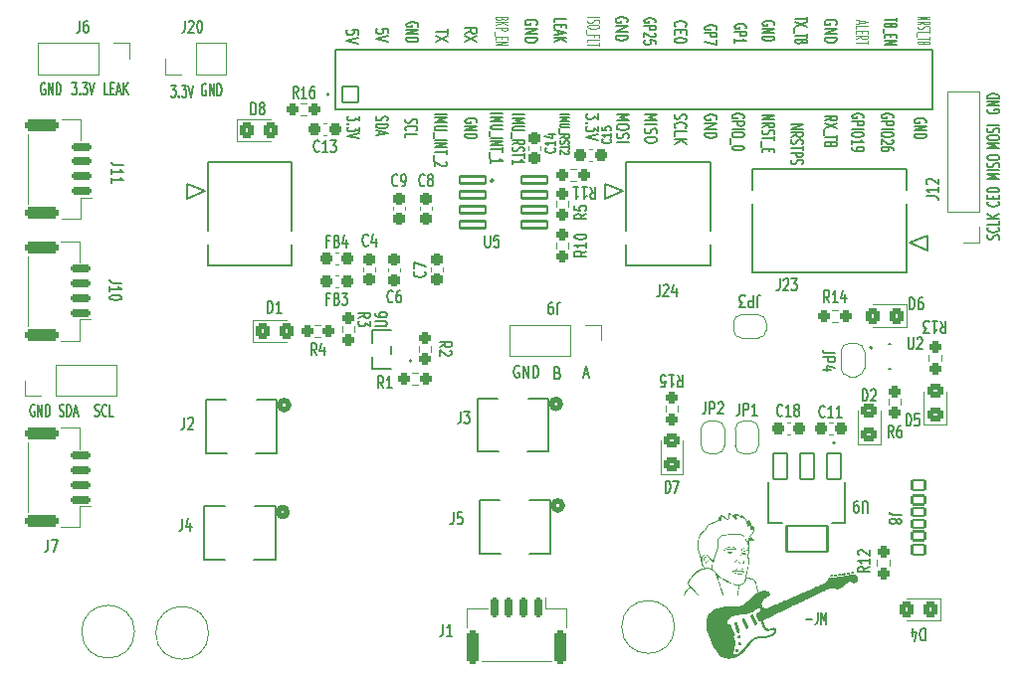
<source format=gto>
%TF.GenerationSoftware,KiCad,Pcbnew,8.0.4*%
%TF.CreationDate,2025-01-10T13:29:25-08:00*%
%TF.ProjectId,X17_Pi_Shield,5831375f-5069-45f5-9368-69656c642e6b,rev?*%
%TF.SameCoordinates,Original*%
%TF.FileFunction,Legend,Top*%
%TF.FilePolarity,Positive*%
%FSLAX46Y46*%
G04 Gerber Fmt 4.6, Leading zero omitted, Abs format (unit mm)*
G04 Created by KiCad (PCBNEW 8.0.4) date 2025-01-10 13:29:25*
%MOMM*%
%LPD*%
G01*
G04 APERTURE LIST*
G04 Aperture macros list*
%AMRoundRect*
0 Rectangle with rounded corners*
0 $1 Rounding radius*
0 $2 $3 $4 $5 $6 $7 $8 $9 X,Y pos of 4 corners*
0 Add a 4 corners polygon primitive as box body*
4,1,4,$2,$3,$4,$5,$6,$7,$8,$9,$2,$3,0*
0 Add four circle primitives for the rounded corners*
1,1,$1+$1,$2,$3*
1,1,$1+$1,$4,$5*
1,1,$1+$1,$6,$7*
1,1,$1+$1,$8,$9*
0 Add four rect primitives between the rounded corners*
20,1,$1+$1,$2,$3,$4,$5,0*
20,1,$1+$1,$4,$5,$6,$7,0*
20,1,$1+$1,$6,$7,$8,$9,0*
20,1,$1+$1,$8,$9,$2,$3,0*%
%AMFreePoly0*
4,1,19,0.500000,-0.750000,0.000000,-0.750000,0.000000,-0.744911,-0.071157,-0.744911,-0.207708,-0.704816,-0.327430,-0.627875,-0.420627,-0.520320,-0.479746,-0.390866,-0.500000,-0.250000,-0.500000,0.250000,-0.479746,0.390866,-0.420627,0.520320,-0.327430,0.627875,-0.207708,0.704816,-0.071157,0.744911,0.000000,0.744911,0.000000,0.750000,0.500000,0.750000,0.500000,-0.750000,0.500000,-0.750000,
$1*%
%AMFreePoly1*
4,1,19,0.000000,0.744911,0.071157,0.744911,0.207708,0.704816,0.327430,0.627875,0.420627,0.520320,0.479746,0.390866,0.500000,0.250000,0.500000,-0.250000,0.479746,-0.390866,0.420627,-0.520320,0.327430,-0.627875,0.207708,-0.704816,0.071157,-0.744911,0.000000,-0.744911,0.000000,-0.750000,-0.500000,-0.750000,-0.500000,0.750000,0.000000,0.750000,0.000000,0.744911,0.000000,0.744911,
$1*%
G04 Aperture macros list end*
%ADD10C,0.153162*%
%ADD11C,0.132400*%
%ADD12C,0.114300*%
%ADD13C,0.127000*%
%ADD14C,0.150000*%
%ADD15C,0.137500*%
%ADD16C,0.100000*%
%ADD17C,0.125000*%
%ADD18C,0.139700*%
%ADD19C,0.120000*%
%ADD20C,0.152400*%
%ADD21C,0.508000*%
%ADD22C,0.200000*%
%ADD23C,0.000000*%
%ADD24C,0.203200*%
%ADD25C,0.010000*%
%ADD26RoundRect,0.237500X-0.250000X-0.237500X0.250000X-0.237500X0.250000X0.237500X-0.250000X0.237500X0*%
%ADD27RoundRect,0.250000X0.325000X0.450000X-0.325000X0.450000X-0.325000X-0.450000X0.325000X-0.450000X0*%
%ADD28R,0.660400X1.803400*%
%ADD29R,1.803400X1.295400*%
%ADD30RoundRect,0.237500X-0.237500X0.250000X-0.237500X-0.250000X0.237500X-0.250000X0.237500X0.250000X0*%
%ADD31R,1.320800X0.558800*%
%ADD32RoundRect,0.250000X0.450000X-0.325000X0.450000X0.325000X-0.450000X0.325000X-0.450000X-0.325000X0*%
%ADD33R,1.700000X1.700000*%
%ADD34O,1.700000X1.700000*%
%ADD35C,1.020000*%
%ADD36R,1.520000X1.520000*%
%ADD37C,1.520000*%
%ADD38RoundRect,0.102000X0.550000X-0.350000X0.550000X0.350000X-0.550000X0.350000X-0.550000X-0.350000X0*%
%ADD39RoundRect,0.102000X0.550000X-0.380000X0.550000X0.380000X-0.550000X0.380000X-0.550000X-0.380000X0*%
%ADD40RoundRect,0.102000X0.550000X-0.400000X0.550000X0.400000X-0.550000X0.400000X-0.550000X-0.400000X0*%
%ADD41O,2.404000X1.204000*%
%ADD42O,2.004000X1.204000*%
%ADD43RoundRect,0.102000X-0.600000X1.100000X-0.600000X-1.100000X0.600000X-1.100000X0.600000X1.100000X0*%
%ADD44RoundRect,0.102000X-1.750000X1.100000X-1.750000X-1.100000X1.750000X-1.100000X1.750000X1.100000X0*%
%ADD45RoundRect,0.150000X0.150000X0.700000X-0.150000X0.700000X-0.150000X-0.700000X0.150000X-0.700000X0*%
%ADD46RoundRect,0.250000X0.250000X1.150000X-0.250000X1.150000X-0.250000X-1.150000X0.250000X-1.150000X0*%
%ADD47FreePoly0,270.000000*%
%ADD48FreePoly1,270.000000*%
%ADD49RoundRect,0.102000X-0.685000X-0.685000X0.685000X-0.685000X0.685000X0.685000X-0.685000X0.685000X0*%
%ADD50C,1.574000*%
%ADD51RoundRect,0.237500X0.250000X0.237500X-0.250000X0.237500X-0.250000X-0.237500X0.250000X-0.237500X0*%
%ADD52FreePoly0,90.000000*%
%ADD53FreePoly1,90.000000*%
%ADD54C,4.000000*%
%ADD55C,2.700000*%
%ADD56RoundRect,0.237500X-0.237500X0.300000X-0.237500X-0.300000X0.237500X-0.300000X0.237500X0.300000X0*%
%ADD57RoundRect,0.237500X0.300000X0.237500X-0.300000X0.237500X-0.300000X-0.237500X0.300000X-0.237500X0*%
%ADD58RoundRect,0.237500X0.237500X-0.250000X0.237500X0.250000X-0.237500X0.250000X-0.237500X-0.250000X0*%
%ADD59RoundRect,0.250000X-0.325000X-0.450000X0.325000X-0.450000X0.325000X0.450000X-0.325000X0.450000X0*%
%ADD60FreePoly0,180.000000*%
%ADD61FreePoly1,180.000000*%
%ADD62RoundRect,0.102000X-1.104900X0.304800X-1.104900X-0.304800X1.104900X-0.304800X1.104900X0.304800X0*%
%ADD63RoundRect,0.150000X0.700000X-0.150000X0.700000X0.150000X-0.700000X0.150000X-0.700000X-0.150000X0*%
%ADD64RoundRect,0.250000X1.150000X-0.250000X1.150000X0.250000X-1.150000X0.250000X-1.150000X-0.250000X0*%
%ADD65RoundRect,0.237500X-0.300000X-0.237500X0.300000X-0.237500X0.300000X0.237500X-0.300000X0.237500X0*%
%ADD66C,1.982000*%
G04 APERTURE END LIST*
D10*
X117554335Y-85067695D02*
X117251954Y-85067695D01*
X117251954Y-85067695D02*
X117251954Y-84051695D01*
X117766002Y-84535505D02*
X117977669Y-84535505D01*
X118068383Y-85067695D02*
X117766002Y-85067695D01*
X117766002Y-85067695D02*
X117766002Y-84051695D01*
X117766002Y-84051695D02*
X118068383Y-84051695D01*
X118310288Y-84777410D02*
X118612669Y-84777410D01*
X118249812Y-85067695D02*
X118461478Y-84051695D01*
X118461478Y-84051695D02*
X118673145Y-85067695D01*
X118884812Y-85067695D02*
X118884812Y-84051695D01*
X119247669Y-85067695D02*
X118975526Y-84487124D01*
X119247669Y-84051695D02*
X118884812Y-84632267D01*
X146448304Y-79484949D02*
X146448304Y-79913521D01*
X145432304Y-79699235D02*
X146448304Y-79699235D01*
X146448304Y-80092092D02*
X145432304Y-80592092D01*
X146448304Y-80592092D02*
X145432304Y-80092092D01*
D11*
X177047224Y-78425779D02*
X177047224Y-78755036D01*
X176031224Y-78590407D02*
X177047224Y-78590407D01*
X177047224Y-78892227D02*
X176031224Y-79276360D01*
X177047224Y-79276360D02*
X176031224Y-78892227D01*
X175934462Y-79358675D02*
X175934462Y-79797684D01*
X177047224Y-79852561D02*
X177047224Y-80181818D01*
X176031224Y-80017189D02*
X177047224Y-80017189D01*
X176563414Y-80565952D02*
X176515033Y-80648266D01*
X176515033Y-80648266D02*
X176466652Y-80675704D01*
X176466652Y-80675704D02*
X176369890Y-80703142D01*
X176369890Y-80703142D02*
X176224747Y-80703142D01*
X176224747Y-80703142D02*
X176127985Y-80675704D01*
X176127985Y-80675704D02*
X176079605Y-80648266D01*
X176079605Y-80648266D02*
X176031224Y-80593390D01*
X176031224Y-80593390D02*
X176031224Y-80373885D01*
X176031224Y-80373885D02*
X177047224Y-80373885D01*
X177047224Y-80373885D02*
X177047224Y-80565952D01*
X177047224Y-80565952D02*
X176998843Y-80620828D01*
X176998843Y-80620828D02*
X176950462Y-80648266D01*
X176950462Y-80648266D02*
X176853700Y-80675704D01*
X176853700Y-80675704D02*
X176756938Y-80675704D01*
X176756938Y-80675704D02*
X176660176Y-80648266D01*
X176660176Y-80648266D02*
X176611795Y-80620828D01*
X176611795Y-80620828D02*
X176563414Y-80565952D01*
X176563414Y-80565952D02*
X176563414Y-80373885D01*
D10*
X114491478Y-84051695D02*
X114884573Y-84051695D01*
X114884573Y-84051695D02*
X114672906Y-84438743D01*
X114672906Y-84438743D02*
X114763621Y-84438743D01*
X114763621Y-84438743D02*
X114824097Y-84487124D01*
X114824097Y-84487124D02*
X114854335Y-84535505D01*
X114854335Y-84535505D02*
X114884573Y-84632267D01*
X114884573Y-84632267D02*
X114884573Y-84874172D01*
X114884573Y-84874172D02*
X114854335Y-84970934D01*
X114854335Y-84970934D02*
X114824097Y-85019315D01*
X114824097Y-85019315D02*
X114763621Y-85067695D01*
X114763621Y-85067695D02*
X114582192Y-85067695D01*
X114582192Y-85067695D02*
X114521716Y-85019315D01*
X114521716Y-85019315D02*
X114491478Y-84970934D01*
X115156716Y-84970934D02*
X115186954Y-85019315D01*
X115186954Y-85019315D02*
X115156716Y-85067695D01*
X115156716Y-85067695D02*
X115126478Y-85019315D01*
X115126478Y-85019315D02*
X115156716Y-84970934D01*
X115156716Y-84970934D02*
X115156716Y-85067695D01*
X115398621Y-84051695D02*
X115791716Y-84051695D01*
X115791716Y-84051695D02*
X115580049Y-84438743D01*
X115580049Y-84438743D02*
X115670764Y-84438743D01*
X115670764Y-84438743D02*
X115731240Y-84487124D01*
X115731240Y-84487124D02*
X115761478Y-84535505D01*
X115761478Y-84535505D02*
X115791716Y-84632267D01*
X115791716Y-84632267D02*
X115791716Y-84874172D01*
X115791716Y-84874172D02*
X115761478Y-84970934D01*
X115761478Y-84970934D02*
X115731240Y-85019315D01*
X115731240Y-85019315D02*
X115670764Y-85067695D01*
X115670764Y-85067695D02*
X115489335Y-85067695D01*
X115489335Y-85067695D02*
X115428859Y-85019315D01*
X115428859Y-85019315D02*
X115398621Y-84970934D01*
X115973145Y-84051695D02*
X116184811Y-85067695D01*
X116184811Y-85067695D02*
X116396478Y-84051695D01*
X145332304Y-86733282D02*
X146348304Y-86733282D01*
X145332304Y-87035663D02*
X146348304Y-87035663D01*
X146348304Y-87035663D02*
X145622589Y-87247330D01*
X145622589Y-87247330D02*
X146348304Y-87458996D01*
X146348304Y-87458996D02*
X145332304Y-87458996D01*
X146348304Y-87761377D02*
X145525827Y-87761377D01*
X145525827Y-87761377D02*
X145429065Y-87791615D01*
X145429065Y-87791615D02*
X145380685Y-87821853D01*
X145380685Y-87821853D02*
X145332304Y-87882329D01*
X145332304Y-87882329D02*
X145332304Y-88003282D01*
X145332304Y-88003282D02*
X145380685Y-88063758D01*
X145380685Y-88063758D02*
X145429065Y-88093996D01*
X145429065Y-88093996D02*
X145525827Y-88124234D01*
X145525827Y-88124234D02*
X146348304Y-88124234D01*
X145235542Y-88275425D02*
X145235542Y-88759234D01*
X145332304Y-88910425D02*
X146348304Y-88910425D01*
X145332304Y-89212806D02*
X146348304Y-89212806D01*
X146348304Y-89212806D02*
X145332304Y-89575663D01*
X145332304Y-89575663D02*
X146348304Y-89575663D01*
X146348304Y-89787330D02*
X146348304Y-90150187D01*
X145332304Y-89968758D02*
X146348304Y-89968758D01*
X145235542Y-90210664D02*
X145235542Y-90694473D01*
X146251542Y-90815426D02*
X146299923Y-90845664D01*
X146299923Y-90845664D02*
X146348304Y-90906140D01*
X146348304Y-90906140D02*
X146348304Y-91057331D01*
X146348304Y-91057331D02*
X146299923Y-91117807D01*
X146299923Y-91117807D02*
X146251542Y-91148045D01*
X146251542Y-91148045D02*
X146154780Y-91178283D01*
X146154780Y-91178283D02*
X146058018Y-91178283D01*
X146058018Y-91178283D02*
X145912875Y-91148045D01*
X145912875Y-91148045D02*
X145332304Y-90785188D01*
X145332304Y-90785188D02*
X145332304Y-91178283D01*
X159248304Y-86677806D02*
X159248304Y-87142092D01*
X159248304Y-87142092D02*
X158861256Y-86892092D01*
X158861256Y-86892092D02*
X158861256Y-86999235D01*
X158861256Y-86999235D02*
X158812875Y-87070664D01*
X158812875Y-87070664D02*
X158764494Y-87106378D01*
X158764494Y-87106378D02*
X158667732Y-87142092D01*
X158667732Y-87142092D02*
X158425827Y-87142092D01*
X158425827Y-87142092D02*
X158329065Y-87106378D01*
X158329065Y-87106378D02*
X158280685Y-87070664D01*
X158280685Y-87070664D02*
X158232304Y-86999235D01*
X158232304Y-86999235D02*
X158232304Y-86784949D01*
X158232304Y-86784949D02*
X158280685Y-86713521D01*
X158280685Y-86713521D02*
X158329065Y-86677806D01*
X158329065Y-87463521D02*
X158280685Y-87499235D01*
X158280685Y-87499235D02*
X158232304Y-87463521D01*
X158232304Y-87463521D02*
X158280685Y-87427807D01*
X158280685Y-87427807D02*
X158329065Y-87463521D01*
X158329065Y-87463521D02*
X158232304Y-87463521D01*
X159248304Y-87749235D02*
X159248304Y-88213521D01*
X159248304Y-88213521D02*
X158861256Y-87963521D01*
X158861256Y-87963521D02*
X158861256Y-88070664D01*
X158861256Y-88070664D02*
X158812875Y-88142093D01*
X158812875Y-88142093D02*
X158764494Y-88177807D01*
X158764494Y-88177807D02*
X158667732Y-88213521D01*
X158667732Y-88213521D02*
X158425827Y-88213521D01*
X158425827Y-88213521D02*
X158329065Y-88177807D01*
X158329065Y-88177807D02*
X158280685Y-88142093D01*
X158280685Y-88142093D02*
X158232304Y-88070664D01*
X158232304Y-88070664D02*
X158232304Y-87856378D01*
X158232304Y-87856378D02*
X158280685Y-87784950D01*
X158280685Y-87784950D02*
X158329065Y-87749235D01*
X159248304Y-88427807D02*
X158232304Y-88677807D01*
X158232304Y-88677807D02*
X159248304Y-88927807D01*
D12*
X151062473Y-78573489D02*
X151014092Y-78638803D01*
X151014092Y-78638803D02*
X150965711Y-78660574D01*
X150965711Y-78660574D02*
X150868949Y-78682346D01*
X150868949Y-78682346D02*
X150723806Y-78682346D01*
X150723806Y-78682346D02*
X150627044Y-78660574D01*
X150627044Y-78660574D02*
X150578664Y-78638803D01*
X150578664Y-78638803D02*
X150530283Y-78595260D01*
X150530283Y-78595260D02*
X150530283Y-78421089D01*
X150530283Y-78421089D02*
X151546283Y-78421089D01*
X151546283Y-78421089D02*
X151546283Y-78573489D01*
X151546283Y-78573489D02*
X151497902Y-78617032D01*
X151497902Y-78617032D02*
X151449521Y-78638803D01*
X151449521Y-78638803D02*
X151352759Y-78660574D01*
X151352759Y-78660574D02*
X151255997Y-78660574D01*
X151255997Y-78660574D02*
X151159235Y-78638803D01*
X151159235Y-78638803D02*
X151110854Y-78617032D01*
X151110854Y-78617032D02*
X151062473Y-78573489D01*
X151062473Y-78573489D02*
X151062473Y-78421089D01*
X150530283Y-78878289D02*
X151546283Y-78878289D01*
X150530283Y-79139546D02*
X151110854Y-78943603D01*
X151546283Y-79139546D02*
X150965711Y-78878289D01*
X150530283Y-79335489D02*
X151546283Y-79335489D01*
X151546283Y-79335489D02*
X151546283Y-79509660D01*
X151546283Y-79509660D02*
X151497902Y-79553203D01*
X151497902Y-79553203D02*
X151449521Y-79574974D01*
X151449521Y-79574974D02*
X151352759Y-79596746D01*
X151352759Y-79596746D02*
X151207616Y-79596746D01*
X151207616Y-79596746D02*
X151110854Y-79574974D01*
X151110854Y-79574974D02*
X151062473Y-79553203D01*
X151062473Y-79553203D02*
X151014092Y-79509660D01*
X151014092Y-79509660D02*
X151014092Y-79335489D01*
X150433521Y-79683832D02*
X150433521Y-80032174D01*
X151062473Y-80141032D02*
X151062473Y-80293432D01*
X150530283Y-80358746D02*
X150530283Y-80141032D01*
X150530283Y-80141032D02*
X151546283Y-80141032D01*
X151546283Y-80141032D02*
X151546283Y-80358746D01*
X150530283Y-80554689D02*
X151546283Y-80554689D01*
X151546283Y-80554689D02*
X150530283Y-80815946D01*
X150530283Y-80815946D02*
X151546283Y-80815946D01*
D10*
X178532304Y-87270901D02*
X179016113Y-87059234D01*
X178532304Y-86908044D02*
X179548304Y-86908044D01*
X179548304Y-86908044D02*
X179548304Y-87149949D01*
X179548304Y-87149949D02*
X179499923Y-87210425D01*
X179499923Y-87210425D02*
X179451542Y-87240663D01*
X179451542Y-87240663D02*
X179354780Y-87270901D01*
X179354780Y-87270901D02*
X179209637Y-87270901D01*
X179209637Y-87270901D02*
X179112875Y-87240663D01*
X179112875Y-87240663D02*
X179064494Y-87210425D01*
X179064494Y-87210425D02*
X179016113Y-87149949D01*
X179016113Y-87149949D02*
X179016113Y-86908044D01*
X179548304Y-87482568D02*
X178532304Y-87905901D01*
X179548304Y-87905901D02*
X178532304Y-87482568D01*
X178435542Y-87996616D02*
X178435542Y-88480425D01*
X179548304Y-88540902D02*
X179548304Y-88903759D01*
X178532304Y-88722330D02*
X179548304Y-88722330D01*
X179064494Y-89327093D02*
X179016113Y-89417807D01*
X179016113Y-89417807D02*
X178967732Y-89448045D01*
X178967732Y-89448045D02*
X178870970Y-89478283D01*
X178870970Y-89478283D02*
X178725827Y-89478283D01*
X178725827Y-89478283D02*
X178629065Y-89448045D01*
X178629065Y-89448045D02*
X178580685Y-89417807D01*
X178580685Y-89417807D02*
X178532304Y-89357331D01*
X178532304Y-89357331D02*
X178532304Y-89115426D01*
X178532304Y-89115426D02*
X179548304Y-89115426D01*
X179548304Y-89115426D02*
X179548304Y-89327093D01*
X179548304Y-89327093D02*
X179499923Y-89387569D01*
X179499923Y-89387569D02*
X179451542Y-89417807D01*
X179451542Y-89417807D02*
X179354780Y-89448045D01*
X179354780Y-89448045D02*
X179258018Y-89448045D01*
X179258018Y-89448045D02*
X179161256Y-89417807D01*
X179161256Y-89417807D02*
X179112875Y-89387569D01*
X179112875Y-89387569D02*
X179064494Y-89327093D01*
X179064494Y-89327093D02*
X179064494Y-89115426D01*
D13*
X155999858Y-86733018D02*
X156761858Y-86733018D01*
X155999858Y-86974923D02*
X156761858Y-86974923D01*
X156761858Y-86974923D02*
X156217572Y-87144256D01*
X156217572Y-87144256D02*
X156761858Y-87313590D01*
X156761858Y-87313590D02*
X155999858Y-87313590D01*
X156761858Y-87555494D02*
X156145001Y-87555494D01*
X156145001Y-87555494D02*
X156072429Y-87579684D01*
X156072429Y-87579684D02*
X156036144Y-87603875D01*
X156036144Y-87603875D02*
X155999858Y-87652256D01*
X155999858Y-87652256D02*
X155999858Y-87749018D01*
X155999858Y-87749018D02*
X156036144Y-87797399D01*
X156036144Y-87797399D02*
X156072429Y-87821589D01*
X156072429Y-87821589D02*
X156145001Y-87845780D01*
X156145001Y-87845780D02*
X156761858Y-87845780D01*
X155927286Y-87966732D02*
X155927286Y-88353779D01*
X155999858Y-88765018D02*
X156362715Y-88595684D01*
X155999858Y-88474732D02*
X156761858Y-88474732D01*
X156761858Y-88474732D02*
X156761858Y-88668256D01*
X156761858Y-88668256D02*
X156725572Y-88716637D01*
X156725572Y-88716637D02*
X156689286Y-88740827D01*
X156689286Y-88740827D02*
X156616715Y-88765018D01*
X156616715Y-88765018D02*
X156507858Y-88765018D01*
X156507858Y-88765018D02*
X156435286Y-88740827D01*
X156435286Y-88740827D02*
X156399001Y-88716637D01*
X156399001Y-88716637D02*
X156362715Y-88668256D01*
X156362715Y-88668256D02*
X156362715Y-88474732D01*
X156036144Y-88958541D02*
X155999858Y-89031113D01*
X155999858Y-89031113D02*
X155999858Y-89152065D01*
X155999858Y-89152065D02*
X156036144Y-89200446D01*
X156036144Y-89200446D02*
X156072429Y-89224637D01*
X156072429Y-89224637D02*
X156145001Y-89248827D01*
X156145001Y-89248827D02*
X156217572Y-89248827D01*
X156217572Y-89248827D02*
X156290144Y-89224637D01*
X156290144Y-89224637D02*
X156326429Y-89200446D01*
X156326429Y-89200446D02*
X156362715Y-89152065D01*
X156362715Y-89152065D02*
X156399001Y-89055303D01*
X156399001Y-89055303D02*
X156435286Y-89006922D01*
X156435286Y-89006922D02*
X156471572Y-88982732D01*
X156471572Y-88982732D02*
X156544144Y-88958541D01*
X156544144Y-88958541D02*
X156616715Y-88958541D01*
X156616715Y-88958541D02*
X156689286Y-88982732D01*
X156689286Y-88982732D02*
X156725572Y-89006922D01*
X156725572Y-89006922D02*
X156761858Y-89055303D01*
X156761858Y-89055303D02*
X156761858Y-89176256D01*
X156761858Y-89176256D02*
X156725572Y-89248827D01*
X156761858Y-89393970D02*
X156761858Y-89684256D01*
X155999858Y-89539113D02*
X156761858Y-89539113D01*
X156689286Y-89829399D02*
X156725572Y-89853590D01*
X156725572Y-89853590D02*
X156761858Y-89901971D01*
X156761858Y-89901971D02*
X156761858Y-90022923D01*
X156761858Y-90022923D02*
X156725572Y-90071304D01*
X156725572Y-90071304D02*
X156689286Y-90095495D01*
X156689286Y-90095495D02*
X156616715Y-90119685D01*
X156616715Y-90119685D02*
X156544144Y-90119685D01*
X156544144Y-90119685D02*
X156435286Y-90095495D01*
X156435286Y-90095495D02*
X155999858Y-89805209D01*
X155999858Y-89805209D02*
X155999858Y-90119685D01*
D14*
X150132139Y-86687031D02*
X151148139Y-86687031D01*
X150132139Y-86972745D02*
X151148139Y-86972745D01*
X151148139Y-86972745D02*
X150422424Y-87172745D01*
X150422424Y-87172745D02*
X151148139Y-87372745D01*
X151148139Y-87372745D02*
X150132139Y-87372745D01*
X151148139Y-87658459D02*
X150325662Y-87658459D01*
X150325662Y-87658459D02*
X150228900Y-87687030D01*
X150228900Y-87687030D02*
X150180520Y-87715602D01*
X150180520Y-87715602D02*
X150132139Y-87772744D01*
X150132139Y-87772744D02*
X150132139Y-87887030D01*
X150132139Y-87887030D02*
X150180520Y-87944173D01*
X150180520Y-87944173D02*
X150228900Y-87972744D01*
X150228900Y-87972744D02*
X150325662Y-88001316D01*
X150325662Y-88001316D02*
X151148139Y-88001316D01*
X150035377Y-88144173D02*
X150035377Y-88601315D01*
X150132139Y-88744173D02*
X151148139Y-88744173D01*
X150132139Y-89029887D02*
X151148139Y-89029887D01*
X151148139Y-89029887D02*
X150132139Y-89372744D01*
X150132139Y-89372744D02*
X151148139Y-89372744D01*
X151148139Y-89572743D02*
X151148139Y-89915601D01*
X150132139Y-89744172D02*
X151148139Y-89744172D01*
X150035377Y-89972744D02*
X150035377Y-90429886D01*
X150132139Y-90887029D02*
X150132139Y-90544172D01*
X150132139Y-90715601D02*
X151148139Y-90715601D01*
X151148139Y-90715601D02*
X151002996Y-90658458D01*
X151002996Y-90658458D02*
X150906234Y-90601315D01*
X150906234Y-90601315D02*
X150857853Y-90544172D01*
D10*
X112184573Y-84100076D02*
X112124097Y-84051695D01*
X112124097Y-84051695D02*
X112033383Y-84051695D01*
X112033383Y-84051695D02*
X111942668Y-84100076D01*
X111942668Y-84100076D02*
X111882192Y-84196838D01*
X111882192Y-84196838D02*
X111851954Y-84293600D01*
X111851954Y-84293600D02*
X111821716Y-84487124D01*
X111821716Y-84487124D02*
X111821716Y-84632267D01*
X111821716Y-84632267D02*
X111851954Y-84825791D01*
X111851954Y-84825791D02*
X111882192Y-84922553D01*
X111882192Y-84922553D02*
X111942668Y-85019315D01*
X111942668Y-85019315D02*
X112033383Y-85067695D01*
X112033383Y-85067695D02*
X112093859Y-85067695D01*
X112093859Y-85067695D02*
X112184573Y-85019315D01*
X112184573Y-85019315D02*
X112214811Y-84970934D01*
X112214811Y-84970934D02*
X112214811Y-84632267D01*
X112214811Y-84632267D02*
X112093859Y-84632267D01*
X112486954Y-85067695D02*
X112486954Y-84051695D01*
X112486954Y-84051695D02*
X112849811Y-85067695D01*
X112849811Y-85067695D02*
X112849811Y-84051695D01*
X113152192Y-85067695D02*
X113152192Y-84051695D01*
X113152192Y-84051695D02*
X113303382Y-84051695D01*
X113303382Y-84051695D02*
X113394097Y-84100076D01*
X113394097Y-84100076D02*
X113454573Y-84196838D01*
X113454573Y-84196838D02*
X113484811Y-84293600D01*
X113484811Y-84293600D02*
X113515049Y-84487124D01*
X113515049Y-84487124D02*
X113515049Y-84632267D01*
X113515049Y-84632267D02*
X113484811Y-84825791D01*
X113484811Y-84825791D02*
X113454573Y-84922553D01*
X113454573Y-84922553D02*
X113394097Y-85019315D01*
X113394097Y-85019315D02*
X113303382Y-85067695D01*
X113303382Y-85067695D02*
X113152192Y-85067695D01*
X164099923Y-78903521D02*
X164148304Y-78843045D01*
X164148304Y-78843045D02*
X164148304Y-78752331D01*
X164148304Y-78752331D02*
X164099923Y-78661616D01*
X164099923Y-78661616D02*
X164003161Y-78601140D01*
X164003161Y-78601140D02*
X163906399Y-78570902D01*
X163906399Y-78570902D02*
X163712875Y-78540664D01*
X163712875Y-78540664D02*
X163567732Y-78540664D01*
X163567732Y-78540664D02*
X163374208Y-78570902D01*
X163374208Y-78570902D02*
X163277446Y-78601140D01*
X163277446Y-78601140D02*
X163180685Y-78661616D01*
X163180685Y-78661616D02*
X163132304Y-78752331D01*
X163132304Y-78752331D02*
X163132304Y-78812807D01*
X163132304Y-78812807D02*
X163180685Y-78903521D01*
X163180685Y-78903521D02*
X163229065Y-78933759D01*
X163229065Y-78933759D02*
X163567732Y-78933759D01*
X163567732Y-78933759D02*
X163567732Y-78812807D01*
X163132304Y-79205902D02*
X164148304Y-79205902D01*
X164148304Y-79205902D02*
X164148304Y-79447807D01*
X164148304Y-79447807D02*
X164099923Y-79508283D01*
X164099923Y-79508283D02*
X164051542Y-79538521D01*
X164051542Y-79538521D02*
X163954780Y-79568759D01*
X163954780Y-79568759D02*
X163809637Y-79568759D01*
X163809637Y-79568759D02*
X163712875Y-79538521D01*
X163712875Y-79538521D02*
X163664494Y-79508283D01*
X163664494Y-79508283D02*
X163616113Y-79447807D01*
X163616113Y-79447807D02*
X163616113Y-79205902D01*
X164051542Y-79810664D02*
X164099923Y-79840902D01*
X164099923Y-79840902D02*
X164148304Y-79901378D01*
X164148304Y-79901378D02*
X164148304Y-80052569D01*
X164148304Y-80052569D02*
X164099923Y-80113045D01*
X164099923Y-80113045D02*
X164051542Y-80143283D01*
X164051542Y-80143283D02*
X163954780Y-80173521D01*
X163954780Y-80173521D02*
X163858018Y-80173521D01*
X163858018Y-80173521D02*
X163712875Y-80143283D01*
X163712875Y-80143283D02*
X163132304Y-79780426D01*
X163132304Y-79780426D02*
X163132304Y-80173521D01*
X164148304Y-80748045D02*
X164148304Y-80445664D01*
X164148304Y-80445664D02*
X163664494Y-80415426D01*
X163664494Y-80415426D02*
X163712875Y-80445664D01*
X163712875Y-80445664D02*
X163761256Y-80506140D01*
X163761256Y-80506140D02*
X163761256Y-80657331D01*
X163761256Y-80657331D02*
X163712875Y-80717807D01*
X163712875Y-80717807D02*
X163664494Y-80748045D01*
X163664494Y-80748045D02*
X163567732Y-80778283D01*
X163567732Y-80778283D02*
X163325827Y-80778283D01*
X163325827Y-80778283D02*
X163229065Y-80748045D01*
X163229065Y-80748045D02*
X163180685Y-80717807D01*
X163180685Y-80717807D02*
X163132304Y-80657331D01*
X163132304Y-80657331D02*
X163132304Y-80506140D01*
X163132304Y-80506140D02*
X163180685Y-80445664D01*
X163180685Y-80445664D02*
X163229065Y-80415426D01*
X193319315Y-97378283D02*
X193367695Y-97287569D01*
X193367695Y-97287569D02*
X193367695Y-97136378D01*
X193367695Y-97136378D02*
X193319315Y-97075902D01*
X193319315Y-97075902D02*
X193270934Y-97045664D01*
X193270934Y-97045664D02*
X193174172Y-97015426D01*
X193174172Y-97015426D02*
X193077410Y-97015426D01*
X193077410Y-97015426D02*
X192980648Y-97045664D01*
X192980648Y-97045664D02*
X192932267Y-97075902D01*
X192932267Y-97075902D02*
X192883886Y-97136378D01*
X192883886Y-97136378D02*
X192835505Y-97257331D01*
X192835505Y-97257331D02*
X192787124Y-97317807D01*
X192787124Y-97317807D02*
X192738743Y-97348045D01*
X192738743Y-97348045D02*
X192641981Y-97378283D01*
X192641981Y-97378283D02*
X192545219Y-97378283D01*
X192545219Y-97378283D02*
X192448457Y-97348045D01*
X192448457Y-97348045D02*
X192400076Y-97317807D01*
X192400076Y-97317807D02*
X192351695Y-97257331D01*
X192351695Y-97257331D02*
X192351695Y-97106140D01*
X192351695Y-97106140D02*
X192400076Y-97015426D01*
X193270934Y-96380426D02*
X193319315Y-96410664D01*
X193319315Y-96410664D02*
X193367695Y-96501378D01*
X193367695Y-96501378D02*
X193367695Y-96561854D01*
X193367695Y-96561854D02*
X193319315Y-96652569D01*
X193319315Y-96652569D02*
X193222553Y-96713045D01*
X193222553Y-96713045D02*
X193125791Y-96743283D01*
X193125791Y-96743283D02*
X192932267Y-96773521D01*
X192932267Y-96773521D02*
X192787124Y-96773521D01*
X192787124Y-96773521D02*
X192593600Y-96743283D01*
X192593600Y-96743283D02*
X192496838Y-96713045D01*
X192496838Y-96713045D02*
X192400076Y-96652569D01*
X192400076Y-96652569D02*
X192351695Y-96561854D01*
X192351695Y-96561854D02*
X192351695Y-96501378D01*
X192351695Y-96501378D02*
X192400076Y-96410664D01*
X192400076Y-96410664D02*
X192448457Y-96380426D01*
X193367695Y-95805902D02*
X193367695Y-96108283D01*
X193367695Y-96108283D02*
X192351695Y-96108283D01*
X193367695Y-95594235D02*
X192351695Y-95594235D01*
X193367695Y-95231378D02*
X192787124Y-95503521D01*
X192351695Y-95231378D02*
X192932267Y-95594235D01*
X193367695Y-92248045D02*
X192351695Y-92248045D01*
X192351695Y-92248045D02*
X193077410Y-92036378D01*
X193077410Y-92036378D02*
X192351695Y-91824712D01*
X192351695Y-91824712D02*
X193367695Y-91824712D01*
X193367695Y-91522331D02*
X192351695Y-91522331D01*
X193319315Y-91250188D02*
X193367695Y-91159474D01*
X193367695Y-91159474D02*
X193367695Y-91008283D01*
X193367695Y-91008283D02*
X193319315Y-90947807D01*
X193319315Y-90947807D02*
X193270934Y-90917569D01*
X193270934Y-90917569D02*
X193174172Y-90887331D01*
X193174172Y-90887331D02*
X193077410Y-90887331D01*
X193077410Y-90887331D02*
X192980648Y-90917569D01*
X192980648Y-90917569D02*
X192932267Y-90947807D01*
X192932267Y-90947807D02*
X192883886Y-91008283D01*
X192883886Y-91008283D02*
X192835505Y-91129236D01*
X192835505Y-91129236D02*
X192787124Y-91189712D01*
X192787124Y-91189712D02*
X192738743Y-91219950D01*
X192738743Y-91219950D02*
X192641981Y-91250188D01*
X192641981Y-91250188D02*
X192545219Y-91250188D01*
X192545219Y-91250188D02*
X192448457Y-91219950D01*
X192448457Y-91219950D02*
X192400076Y-91189712D01*
X192400076Y-91189712D02*
X192351695Y-91129236D01*
X192351695Y-91129236D02*
X192351695Y-90978045D01*
X192351695Y-90978045D02*
X192400076Y-90887331D01*
X192351695Y-90494236D02*
X192351695Y-90373283D01*
X192351695Y-90373283D02*
X192400076Y-90312807D01*
X192400076Y-90312807D02*
X192496838Y-90252331D01*
X192496838Y-90252331D02*
X192690362Y-90222093D01*
X192690362Y-90222093D02*
X193029029Y-90222093D01*
X193029029Y-90222093D02*
X193222553Y-90252331D01*
X193222553Y-90252331D02*
X193319315Y-90312807D01*
X193319315Y-90312807D02*
X193367695Y-90373283D01*
X193367695Y-90373283D02*
X193367695Y-90494236D01*
X193367695Y-90494236D02*
X193319315Y-90554712D01*
X193319315Y-90554712D02*
X193222553Y-90615188D01*
X193222553Y-90615188D02*
X193029029Y-90645426D01*
X193029029Y-90645426D02*
X192690362Y-90645426D01*
X192690362Y-90645426D02*
X192496838Y-90615188D01*
X192496838Y-90615188D02*
X192400076Y-90554712D01*
X192400076Y-90554712D02*
X192351695Y-90494236D01*
X184299923Y-87035902D02*
X184348304Y-86975426D01*
X184348304Y-86975426D02*
X184348304Y-86884712D01*
X184348304Y-86884712D02*
X184299923Y-86793997D01*
X184299923Y-86793997D02*
X184203161Y-86733521D01*
X184203161Y-86733521D02*
X184106399Y-86703283D01*
X184106399Y-86703283D02*
X183912875Y-86673045D01*
X183912875Y-86673045D02*
X183767732Y-86673045D01*
X183767732Y-86673045D02*
X183574208Y-86703283D01*
X183574208Y-86703283D02*
X183477446Y-86733521D01*
X183477446Y-86733521D02*
X183380685Y-86793997D01*
X183380685Y-86793997D02*
X183332304Y-86884712D01*
X183332304Y-86884712D02*
X183332304Y-86945188D01*
X183332304Y-86945188D02*
X183380685Y-87035902D01*
X183380685Y-87035902D02*
X183429065Y-87066140D01*
X183429065Y-87066140D02*
X183767732Y-87066140D01*
X183767732Y-87066140D02*
X183767732Y-86945188D01*
X183332304Y-87338283D02*
X184348304Y-87338283D01*
X184348304Y-87338283D02*
X184348304Y-87580188D01*
X184348304Y-87580188D02*
X184299923Y-87640664D01*
X184299923Y-87640664D02*
X184251542Y-87670902D01*
X184251542Y-87670902D02*
X184154780Y-87701140D01*
X184154780Y-87701140D02*
X184009637Y-87701140D01*
X184009637Y-87701140D02*
X183912875Y-87670902D01*
X183912875Y-87670902D02*
X183864494Y-87640664D01*
X183864494Y-87640664D02*
X183816113Y-87580188D01*
X183816113Y-87580188D02*
X183816113Y-87338283D01*
X183332304Y-87973283D02*
X184348304Y-87973283D01*
X184348304Y-88396616D02*
X184348304Y-88517569D01*
X184348304Y-88517569D02*
X184299923Y-88578045D01*
X184299923Y-88578045D02*
X184203161Y-88638521D01*
X184203161Y-88638521D02*
X184009637Y-88668759D01*
X184009637Y-88668759D02*
X183670970Y-88668759D01*
X183670970Y-88668759D02*
X183477446Y-88638521D01*
X183477446Y-88638521D02*
X183380685Y-88578045D01*
X183380685Y-88578045D02*
X183332304Y-88517569D01*
X183332304Y-88517569D02*
X183332304Y-88396616D01*
X183332304Y-88396616D02*
X183380685Y-88336140D01*
X183380685Y-88336140D02*
X183477446Y-88275664D01*
X183477446Y-88275664D02*
X183670970Y-88245426D01*
X183670970Y-88245426D02*
X184009637Y-88245426D01*
X184009637Y-88245426D02*
X184203161Y-88275664D01*
X184203161Y-88275664D02*
X184299923Y-88336140D01*
X184299923Y-88336140D02*
X184348304Y-88396616D01*
X184251542Y-88910664D02*
X184299923Y-88940902D01*
X184299923Y-88940902D02*
X184348304Y-89001378D01*
X184348304Y-89001378D02*
X184348304Y-89152569D01*
X184348304Y-89152569D02*
X184299923Y-89213045D01*
X184299923Y-89213045D02*
X184251542Y-89243283D01*
X184251542Y-89243283D02*
X184154780Y-89273521D01*
X184154780Y-89273521D02*
X184058018Y-89273521D01*
X184058018Y-89273521D02*
X183912875Y-89243283D01*
X183912875Y-89243283D02*
X183332304Y-88880426D01*
X183332304Y-88880426D02*
X183332304Y-89273521D01*
X184348304Y-89817807D02*
X184348304Y-89696854D01*
X184348304Y-89696854D02*
X184299923Y-89636378D01*
X184299923Y-89636378D02*
X184251542Y-89606140D01*
X184251542Y-89606140D02*
X184106399Y-89545664D01*
X184106399Y-89545664D02*
X183912875Y-89515426D01*
X183912875Y-89515426D02*
X183525827Y-89515426D01*
X183525827Y-89515426D02*
X183429065Y-89545664D01*
X183429065Y-89545664D02*
X183380685Y-89575902D01*
X183380685Y-89575902D02*
X183332304Y-89636378D01*
X183332304Y-89636378D02*
X183332304Y-89757331D01*
X183332304Y-89757331D02*
X183380685Y-89817807D01*
X183380685Y-89817807D02*
X183429065Y-89848045D01*
X183429065Y-89848045D02*
X183525827Y-89878283D01*
X183525827Y-89878283D02*
X183767732Y-89878283D01*
X183767732Y-89878283D02*
X183864494Y-89848045D01*
X183864494Y-89848045D02*
X183912875Y-89817807D01*
X183912875Y-89817807D02*
X183961256Y-89757331D01*
X183961256Y-89757331D02*
X183961256Y-89636378D01*
X183961256Y-89636378D02*
X183912875Y-89575902D01*
X183912875Y-89575902D02*
X183864494Y-89545664D01*
X183864494Y-89545664D02*
X183767732Y-89515426D01*
X171799923Y-79408283D02*
X171848304Y-79347807D01*
X171848304Y-79347807D02*
X171848304Y-79257093D01*
X171848304Y-79257093D02*
X171799923Y-79166378D01*
X171799923Y-79166378D02*
X171703161Y-79105902D01*
X171703161Y-79105902D02*
X171606399Y-79075664D01*
X171606399Y-79075664D02*
X171412875Y-79045426D01*
X171412875Y-79045426D02*
X171267732Y-79045426D01*
X171267732Y-79045426D02*
X171074208Y-79075664D01*
X171074208Y-79075664D02*
X170977446Y-79105902D01*
X170977446Y-79105902D02*
X170880685Y-79166378D01*
X170880685Y-79166378D02*
X170832304Y-79257093D01*
X170832304Y-79257093D02*
X170832304Y-79317569D01*
X170832304Y-79317569D02*
X170880685Y-79408283D01*
X170880685Y-79408283D02*
X170929065Y-79438521D01*
X170929065Y-79438521D02*
X171267732Y-79438521D01*
X171267732Y-79438521D02*
X171267732Y-79317569D01*
X170832304Y-79710664D02*
X171848304Y-79710664D01*
X171848304Y-79710664D02*
X171848304Y-79952569D01*
X171848304Y-79952569D02*
X171799923Y-80013045D01*
X171799923Y-80013045D02*
X171751542Y-80043283D01*
X171751542Y-80043283D02*
X171654780Y-80073521D01*
X171654780Y-80073521D02*
X171509637Y-80073521D01*
X171509637Y-80073521D02*
X171412875Y-80043283D01*
X171412875Y-80043283D02*
X171364494Y-80013045D01*
X171364494Y-80013045D02*
X171316113Y-79952569D01*
X171316113Y-79952569D02*
X171316113Y-79710664D01*
X170832304Y-80678283D02*
X170832304Y-80315426D01*
X170832304Y-80496854D02*
X171848304Y-80496854D01*
X171848304Y-80496854D02*
X171703161Y-80436378D01*
X171703161Y-80436378D02*
X171606399Y-80375902D01*
X171606399Y-80375902D02*
X171558018Y-80315426D01*
D15*
X184647489Y-78500015D02*
X184647489Y-78814301D01*
X183631489Y-78657158D02*
X184647489Y-78657158D01*
X184163679Y-79180968D02*
X184115298Y-79259540D01*
X184115298Y-79259540D02*
X184066917Y-79285730D01*
X184066917Y-79285730D02*
X183970155Y-79311921D01*
X183970155Y-79311921D02*
X183825012Y-79311921D01*
X183825012Y-79311921D02*
X183728250Y-79285730D01*
X183728250Y-79285730D02*
X183679870Y-79259540D01*
X183679870Y-79259540D02*
X183631489Y-79207159D01*
X183631489Y-79207159D02*
X183631489Y-78997635D01*
X183631489Y-78997635D02*
X184647489Y-78997635D01*
X184647489Y-78997635D02*
X184647489Y-79180968D01*
X184647489Y-79180968D02*
X184599108Y-79233349D01*
X184599108Y-79233349D02*
X184550727Y-79259540D01*
X184550727Y-79259540D02*
X184453965Y-79285730D01*
X184453965Y-79285730D02*
X184357203Y-79285730D01*
X184357203Y-79285730D02*
X184260441Y-79259540D01*
X184260441Y-79259540D02*
X184212060Y-79233349D01*
X184212060Y-79233349D02*
X184163679Y-79180968D01*
X184163679Y-79180968D02*
X184163679Y-78997635D01*
X183534727Y-79416683D02*
X183534727Y-79835730D01*
X184163679Y-79966683D02*
X184163679Y-80150016D01*
X183631489Y-80228588D02*
X183631489Y-79966683D01*
X183631489Y-79966683D02*
X184647489Y-79966683D01*
X184647489Y-79966683D02*
X184647489Y-80228588D01*
X183631489Y-80464302D02*
X184647489Y-80464302D01*
X184647489Y-80464302D02*
X183631489Y-80778588D01*
X183631489Y-80778588D02*
X184647489Y-80778588D01*
D10*
X152510287Y-108200076D02*
X152434097Y-108151695D01*
X152434097Y-108151695D02*
X152319811Y-108151695D01*
X152319811Y-108151695D02*
X152205525Y-108200076D01*
X152205525Y-108200076D02*
X152129335Y-108296838D01*
X152129335Y-108296838D02*
X152091240Y-108393600D01*
X152091240Y-108393600D02*
X152053144Y-108587124D01*
X152053144Y-108587124D02*
X152053144Y-108732267D01*
X152053144Y-108732267D02*
X152091240Y-108925791D01*
X152091240Y-108925791D02*
X152129335Y-109022553D01*
X152129335Y-109022553D02*
X152205525Y-109119315D01*
X152205525Y-109119315D02*
X152319811Y-109167695D01*
X152319811Y-109167695D02*
X152396002Y-109167695D01*
X152396002Y-109167695D02*
X152510287Y-109119315D01*
X152510287Y-109119315D02*
X152548383Y-109070934D01*
X152548383Y-109070934D02*
X152548383Y-108732267D01*
X152548383Y-108732267D02*
X152396002Y-108732267D01*
X152891240Y-109167695D02*
X152891240Y-108151695D01*
X152891240Y-108151695D02*
X153348383Y-109167695D01*
X153348383Y-109167695D02*
X153348383Y-108151695D01*
X153729335Y-109167695D02*
X153729335Y-108151695D01*
X153729335Y-108151695D02*
X153919811Y-108151695D01*
X153919811Y-108151695D02*
X154034097Y-108200076D01*
X154034097Y-108200076D02*
X154110287Y-108296838D01*
X154110287Y-108296838D02*
X154148382Y-108393600D01*
X154148382Y-108393600D02*
X154186478Y-108587124D01*
X154186478Y-108587124D02*
X154186478Y-108732267D01*
X154186478Y-108732267D02*
X154148382Y-108925791D01*
X154148382Y-108925791D02*
X154110287Y-109022553D01*
X154110287Y-109022553D02*
X154034097Y-109119315D01*
X154034097Y-109119315D02*
X153919811Y-109167695D01*
X153919811Y-109167695D02*
X153729335Y-109167695D01*
X142880685Y-87121716D02*
X142832304Y-87212430D01*
X142832304Y-87212430D02*
X142832304Y-87363621D01*
X142832304Y-87363621D02*
X142880685Y-87424097D01*
X142880685Y-87424097D02*
X142929065Y-87454335D01*
X142929065Y-87454335D02*
X143025827Y-87484573D01*
X143025827Y-87484573D02*
X143122589Y-87484573D01*
X143122589Y-87484573D02*
X143219351Y-87454335D01*
X143219351Y-87454335D02*
X143267732Y-87424097D01*
X143267732Y-87424097D02*
X143316113Y-87363621D01*
X143316113Y-87363621D02*
X143364494Y-87242668D01*
X143364494Y-87242668D02*
X143412875Y-87182192D01*
X143412875Y-87182192D02*
X143461256Y-87151954D01*
X143461256Y-87151954D02*
X143558018Y-87121716D01*
X143558018Y-87121716D02*
X143654780Y-87121716D01*
X143654780Y-87121716D02*
X143751542Y-87151954D01*
X143751542Y-87151954D02*
X143799923Y-87182192D01*
X143799923Y-87182192D02*
X143848304Y-87242668D01*
X143848304Y-87242668D02*
X143848304Y-87393859D01*
X143848304Y-87393859D02*
X143799923Y-87484573D01*
X142929065Y-88119573D02*
X142880685Y-88089335D01*
X142880685Y-88089335D02*
X142832304Y-87998621D01*
X142832304Y-87998621D02*
X142832304Y-87938145D01*
X142832304Y-87938145D02*
X142880685Y-87847430D01*
X142880685Y-87847430D02*
X142977446Y-87786954D01*
X142977446Y-87786954D02*
X143074208Y-87756716D01*
X143074208Y-87756716D02*
X143267732Y-87726478D01*
X143267732Y-87726478D02*
X143412875Y-87726478D01*
X143412875Y-87726478D02*
X143606399Y-87756716D01*
X143606399Y-87756716D02*
X143703161Y-87786954D01*
X143703161Y-87786954D02*
X143799923Y-87847430D01*
X143799923Y-87847430D02*
X143848304Y-87938145D01*
X143848304Y-87938145D02*
X143848304Y-87998621D01*
X143848304Y-87998621D02*
X143799923Y-88089335D01*
X143799923Y-88089335D02*
X143751542Y-88119573D01*
X142832304Y-88694097D02*
X142832304Y-88391716D01*
X142832304Y-88391716D02*
X143848304Y-88391716D01*
X141348304Y-79836478D02*
X141348304Y-79479335D01*
X141348304Y-79479335D02*
X140864494Y-79443621D01*
X140864494Y-79443621D02*
X140912875Y-79479335D01*
X140912875Y-79479335D02*
X140961256Y-79550764D01*
X140961256Y-79550764D02*
X140961256Y-79729335D01*
X140961256Y-79729335D02*
X140912875Y-79800764D01*
X140912875Y-79800764D02*
X140864494Y-79836478D01*
X140864494Y-79836478D02*
X140767732Y-79872192D01*
X140767732Y-79872192D02*
X140525827Y-79872192D01*
X140525827Y-79872192D02*
X140429065Y-79836478D01*
X140429065Y-79836478D02*
X140380685Y-79800764D01*
X140380685Y-79800764D02*
X140332304Y-79729335D01*
X140332304Y-79729335D02*
X140332304Y-79550764D01*
X140332304Y-79550764D02*
X140380685Y-79479335D01*
X140380685Y-79479335D02*
X140429065Y-79443621D01*
X141348304Y-80086478D02*
X140332304Y-80336478D01*
X140332304Y-80336478D02*
X141348304Y-80586478D01*
X155532304Y-78884949D02*
X155532304Y-78582568D01*
X155532304Y-78582568D02*
X156548304Y-78582568D01*
X156064494Y-79096616D02*
X156064494Y-79308283D01*
X155532304Y-79398997D02*
X155532304Y-79096616D01*
X155532304Y-79096616D02*
X156548304Y-79096616D01*
X156548304Y-79096616D02*
X156548304Y-79398997D01*
X155822589Y-79640902D02*
X155822589Y-79943283D01*
X155532304Y-79580426D02*
X156548304Y-79792092D01*
X156548304Y-79792092D02*
X155532304Y-80003759D01*
X155532304Y-80215426D02*
X156548304Y-80215426D01*
X155532304Y-80578283D02*
X156112875Y-80306140D01*
X156548304Y-80578283D02*
X155967732Y-80215426D01*
X192400076Y-86315426D02*
X192351695Y-86375902D01*
X192351695Y-86375902D02*
X192351695Y-86466616D01*
X192351695Y-86466616D02*
X192400076Y-86557331D01*
X192400076Y-86557331D02*
X192496838Y-86617807D01*
X192496838Y-86617807D02*
X192593600Y-86648045D01*
X192593600Y-86648045D02*
X192787124Y-86678283D01*
X192787124Y-86678283D02*
X192932267Y-86678283D01*
X192932267Y-86678283D02*
X193125791Y-86648045D01*
X193125791Y-86648045D02*
X193222553Y-86617807D01*
X193222553Y-86617807D02*
X193319315Y-86557331D01*
X193319315Y-86557331D02*
X193367695Y-86466616D01*
X193367695Y-86466616D02*
X193367695Y-86406140D01*
X193367695Y-86406140D02*
X193319315Y-86315426D01*
X193319315Y-86315426D02*
X193270934Y-86285188D01*
X193270934Y-86285188D02*
X192932267Y-86285188D01*
X192932267Y-86285188D02*
X192932267Y-86406140D01*
X193367695Y-86013045D02*
X192351695Y-86013045D01*
X192351695Y-86013045D02*
X193367695Y-85650188D01*
X193367695Y-85650188D02*
X192351695Y-85650188D01*
X193367695Y-85347807D02*
X192351695Y-85347807D01*
X192351695Y-85347807D02*
X192351695Y-85196617D01*
X192351695Y-85196617D02*
X192400076Y-85105902D01*
X192400076Y-85105902D02*
X192496838Y-85045426D01*
X192496838Y-85045426D02*
X192593600Y-85015188D01*
X192593600Y-85015188D02*
X192787124Y-84984950D01*
X192787124Y-84984950D02*
X192932267Y-84984950D01*
X192932267Y-84984950D02*
X193125791Y-85015188D01*
X193125791Y-85015188D02*
X193222553Y-85045426D01*
X193222553Y-85045426D02*
X193319315Y-85105902D01*
X193319315Y-85105902D02*
X193367695Y-85196617D01*
X193367695Y-85196617D02*
X193367695Y-85347807D01*
X176951954Y-129780648D02*
X177435764Y-129780648D01*
X177919573Y-129151695D02*
X177919573Y-129877410D01*
X177919573Y-129877410D02*
X177889334Y-130022553D01*
X177889334Y-130022553D02*
X177828858Y-130119315D01*
X177828858Y-130119315D02*
X177738144Y-130167695D01*
X177738144Y-130167695D02*
X177677668Y-130167695D01*
X178221954Y-130167695D02*
X178221954Y-129151695D01*
X178221954Y-129151695D02*
X178433621Y-129877410D01*
X178433621Y-129877410D02*
X178645287Y-129151695D01*
X178645287Y-129151695D02*
X178645287Y-130167695D01*
X153999923Y-79084950D02*
X154048304Y-79013522D01*
X154048304Y-79013522D02*
X154048304Y-78906379D01*
X154048304Y-78906379D02*
X153999923Y-78799236D01*
X153999923Y-78799236D02*
X153903161Y-78727807D01*
X153903161Y-78727807D02*
X153806399Y-78692093D01*
X153806399Y-78692093D02*
X153612875Y-78656379D01*
X153612875Y-78656379D02*
X153467732Y-78656379D01*
X153467732Y-78656379D02*
X153274208Y-78692093D01*
X153274208Y-78692093D02*
X153177446Y-78727807D01*
X153177446Y-78727807D02*
X153080685Y-78799236D01*
X153080685Y-78799236D02*
X153032304Y-78906379D01*
X153032304Y-78906379D02*
X153032304Y-78977807D01*
X153032304Y-78977807D02*
X153080685Y-79084950D01*
X153080685Y-79084950D02*
X153129065Y-79120664D01*
X153129065Y-79120664D02*
X153467732Y-79120664D01*
X153467732Y-79120664D02*
X153467732Y-78977807D01*
X153032304Y-79442093D02*
X154048304Y-79442093D01*
X154048304Y-79442093D02*
X153032304Y-79870664D01*
X153032304Y-79870664D02*
X154048304Y-79870664D01*
X153032304Y-80227807D02*
X154048304Y-80227807D01*
X154048304Y-80227807D02*
X154048304Y-80406378D01*
X154048304Y-80406378D02*
X153999923Y-80513521D01*
X153999923Y-80513521D02*
X153903161Y-80584950D01*
X153903161Y-80584950D02*
X153806399Y-80620664D01*
X153806399Y-80620664D02*
X153612875Y-80656378D01*
X153612875Y-80656378D02*
X153467732Y-80656378D01*
X153467732Y-80656378D02*
X153274208Y-80620664D01*
X153274208Y-80620664D02*
X153177446Y-80584950D01*
X153177446Y-80584950D02*
X153080685Y-80513521D01*
X153080685Y-80513521D02*
X153032304Y-80406378D01*
X153032304Y-80406378D02*
X153032304Y-80227807D01*
X171599923Y-87056854D02*
X171648304Y-86996378D01*
X171648304Y-86996378D02*
X171648304Y-86905664D01*
X171648304Y-86905664D02*
X171599923Y-86814949D01*
X171599923Y-86814949D02*
X171503161Y-86754473D01*
X171503161Y-86754473D02*
X171406399Y-86724235D01*
X171406399Y-86724235D02*
X171212875Y-86693997D01*
X171212875Y-86693997D02*
X171067732Y-86693997D01*
X171067732Y-86693997D02*
X170874208Y-86724235D01*
X170874208Y-86724235D02*
X170777446Y-86754473D01*
X170777446Y-86754473D02*
X170680685Y-86814949D01*
X170680685Y-86814949D02*
X170632304Y-86905664D01*
X170632304Y-86905664D02*
X170632304Y-86966140D01*
X170632304Y-86966140D02*
X170680685Y-87056854D01*
X170680685Y-87056854D02*
X170729065Y-87087092D01*
X170729065Y-87087092D02*
X171067732Y-87087092D01*
X171067732Y-87087092D02*
X171067732Y-86966140D01*
X170632304Y-87359235D02*
X171648304Y-87359235D01*
X171648304Y-87359235D02*
X171648304Y-87601140D01*
X171648304Y-87601140D02*
X171599923Y-87661616D01*
X171599923Y-87661616D02*
X171551542Y-87691854D01*
X171551542Y-87691854D02*
X171454780Y-87722092D01*
X171454780Y-87722092D02*
X171309637Y-87722092D01*
X171309637Y-87722092D02*
X171212875Y-87691854D01*
X171212875Y-87691854D02*
X171164494Y-87661616D01*
X171164494Y-87661616D02*
X171116113Y-87601140D01*
X171116113Y-87601140D02*
X171116113Y-87359235D01*
X170632304Y-87994235D02*
X171648304Y-87994235D01*
X171648304Y-88417568D02*
X171648304Y-88538521D01*
X171648304Y-88538521D02*
X171599923Y-88598997D01*
X171599923Y-88598997D02*
X171503161Y-88659473D01*
X171503161Y-88659473D02*
X171309637Y-88689711D01*
X171309637Y-88689711D02*
X170970970Y-88689711D01*
X170970970Y-88689711D02*
X170777446Y-88659473D01*
X170777446Y-88659473D02*
X170680685Y-88598997D01*
X170680685Y-88598997D02*
X170632304Y-88538521D01*
X170632304Y-88538521D02*
X170632304Y-88417568D01*
X170632304Y-88417568D02*
X170680685Y-88357092D01*
X170680685Y-88357092D02*
X170777446Y-88296616D01*
X170777446Y-88296616D02*
X170970970Y-88266378D01*
X170970970Y-88266378D02*
X171309637Y-88266378D01*
X171309637Y-88266378D02*
X171503161Y-88296616D01*
X171503161Y-88296616D02*
X171599923Y-88357092D01*
X171599923Y-88357092D02*
X171648304Y-88417568D01*
X170535542Y-88810664D02*
X170535542Y-89294473D01*
X171648304Y-89566616D02*
X171648304Y-89627093D01*
X171648304Y-89627093D02*
X171599923Y-89687569D01*
X171599923Y-89687569D02*
X171551542Y-89717807D01*
X171551542Y-89717807D02*
X171454780Y-89748045D01*
X171454780Y-89748045D02*
X171261256Y-89778283D01*
X171261256Y-89778283D02*
X171019351Y-89778283D01*
X171019351Y-89778283D02*
X170825827Y-89748045D01*
X170825827Y-89748045D02*
X170729065Y-89717807D01*
X170729065Y-89717807D02*
X170680685Y-89687569D01*
X170680685Y-89687569D02*
X170632304Y-89627093D01*
X170632304Y-89627093D02*
X170632304Y-89566616D01*
X170632304Y-89566616D02*
X170680685Y-89506140D01*
X170680685Y-89506140D02*
X170729065Y-89475902D01*
X170729065Y-89475902D02*
X170825827Y-89445664D01*
X170825827Y-89445664D02*
X171019351Y-89415426D01*
X171019351Y-89415426D02*
X171261256Y-89415426D01*
X171261256Y-89415426D02*
X171454780Y-89445664D01*
X171454780Y-89445664D02*
X171551542Y-89475902D01*
X171551542Y-89475902D02*
X171599923Y-89506140D01*
X171599923Y-89506140D02*
X171648304Y-89566616D01*
X193367695Y-89648045D02*
X192351695Y-89648045D01*
X192351695Y-89648045D02*
X193077410Y-89436378D01*
X193077410Y-89436378D02*
X192351695Y-89224712D01*
X192351695Y-89224712D02*
X193367695Y-89224712D01*
X192351695Y-88801379D02*
X192351695Y-88680426D01*
X192351695Y-88680426D02*
X192400076Y-88619950D01*
X192400076Y-88619950D02*
X192496838Y-88559474D01*
X192496838Y-88559474D02*
X192690362Y-88529236D01*
X192690362Y-88529236D02*
X193029029Y-88529236D01*
X193029029Y-88529236D02*
X193222553Y-88559474D01*
X193222553Y-88559474D02*
X193319315Y-88619950D01*
X193319315Y-88619950D02*
X193367695Y-88680426D01*
X193367695Y-88680426D02*
X193367695Y-88801379D01*
X193367695Y-88801379D02*
X193319315Y-88861855D01*
X193319315Y-88861855D02*
X193222553Y-88922331D01*
X193222553Y-88922331D02*
X193029029Y-88952569D01*
X193029029Y-88952569D02*
X192690362Y-88952569D01*
X192690362Y-88952569D02*
X192496838Y-88922331D01*
X192496838Y-88922331D02*
X192400076Y-88861855D01*
X192400076Y-88861855D02*
X192351695Y-88801379D01*
X193319315Y-88287331D02*
X193367695Y-88196617D01*
X193367695Y-88196617D02*
X193367695Y-88045426D01*
X193367695Y-88045426D02*
X193319315Y-87984950D01*
X193319315Y-87984950D02*
X193270934Y-87954712D01*
X193270934Y-87954712D02*
X193174172Y-87924474D01*
X193174172Y-87924474D02*
X193077410Y-87924474D01*
X193077410Y-87924474D02*
X192980648Y-87954712D01*
X192980648Y-87954712D02*
X192932267Y-87984950D01*
X192932267Y-87984950D02*
X192883886Y-88045426D01*
X192883886Y-88045426D02*
X192835505Y-88166379D01*
X192835505Y-88166379D02*
X192787124Y-88226855D01*
X192787124Y-88226855D02*
X192738743Y-88257093D01*
X192738743Y-88257093D02*
X192641981Y-88287331D01*
X192641981Y-88287331D02*
X192545219Y-88287331D01*
X192545219Y-88287331D02*
X192448457Y-88257093D01*
X192448457Y-88257093D02*
X192400076Y-88226855D01*
X192400076Y-88226855D02*
X192351695Y-88166379D01*
X192351695Y-88166379D02*
X192351695Y-88015188D01*
X192351695Y-88015188D02*
X192400076Y-87924474D01*
X193367695Y-87652331D02*
X192351695Y-87652331D01*
X158053144Y-108877410D02*
X158434097Y-108877410D01*
X157976954Y-109167695D02*
X158243621Y-108151695D01*
X158243621Y-108151695D02*
X158510287Y-109167695D01*
X155797906Y-108735505D02*
X155912192Y-108783886D01*
X155912192Y-108783886D02*
X155950287Y-108832267D01*
X155950287Y-108832267D02*
X155988383Y-108929029D01*
X155988383Y-108929029D02*
X155988383Y-109074172D01*
X155988383Y-109074172D02*
X155950287Y-109170934D01*
X155950287Y-109170934D02*
X155912192Y-109219315D01*
X155912192Y-109219315D02*
X155836002Y-109267695D01*
X155836002Y-109267695D02*
X155531240Y-109267695D01*
X155531240Y-109267695D02*
X155531240Y-108251695D01*
X155531240Y-108251695D02*
X155797906Y-108251695D01*
X155797906Y-108251695D02*
X155874097Y-108300076D01*
X155874097Y-108300076D02*
X155912192Y-108348457D01*
X155912192Y-108348457D02*
X155950287Y-108445219D01*
X155950287Y-108445219D02*
X155950287Y-108541981D01*
X155950287Y-108541981D02*
X155912192Y-108638743D01*
X155912192Y-108638743D02*
X155874097Y-108687124D01*
X155874097Y-108687124D02*
X155797906Y-108735505D01*
X155797906Y-108735505D02*
X155531240Y-108735505D01*
X125884573Y-84200076D02*
X125824097Y-84151695D01*
X125824097Y-84151695D02*
X125733383Y-84151695D01*
X125733383Y-84151695D02*
X125642668Y-84200076D01*
X125642668Y-84200076D02*
X125582192Y-84296838D01*
X125582192Y-84296838D02*
X125551954Y-84393600D01*
X125551954Y-84393600D02*
X125521716Y-84587124D01*
X125521716Y-84587124D02*
X125521716Y-84732267D01*
X125521716Y-84732267D02*
X125551954Y-84925791D01*
X125551954Y-84925791D02*
X125582192Y-85022553D01*
X125582192Y-85022553D02*
X125642668Y-85119315D01*
X125642668Y-85119315D02*
X125733383Y-85167695D01*
X125733383Y-85167695D02*
X125793859Y-85167695D01*
X125793859Y-85167695D02*
X125884573Y-85119315D01*
X125884573Y-85119315D02*
X125914811Y-85070934D01*
X125914811Y-85070934D02*
X125914811Y-84732267D01*
X125914811Y-84732267D02*
X125793859Y-84732267D01*
X126186954Y-85167695D02*
X126186954Y-84151695D01*
X126186954Y-84151695D02*
X126549811Y-85167695D01*
X126549811Y-85167695D02*
X126549811Y-84151695D01*
X126852192Y-85167695D02*
X126852192Y-84151695D01*
X126852192Y-84151695D02*
X127003382Y-84151695D01*
X127003382Y-84151695D02*
X127094097Y-84200076D01*
X127094097Y-84200076D02*
X127154573Y-84296838D01*
X127154573Y-84296838D02*
X127184811Y-84393600D01*
X127184811Y-84393600D02*
X127215049Y-84587124D01*
X127215049Y-84587124D02*
X127215049Y-84732267D01*
X127215049Y-84732267D02*
X127184811Y-84925791D01*
X127184811Y-84925791D02*
X127154573Y-85022553D01*
X127154573Y-85022553D02*
X127094097Y-85119315D01*
X127094097Y-85119315D02*
X127003382Y-85167695D01*
X127003382Y-85167695D02*
X126852192Y-85167695D01*
X175632304Y-87621854D02*
X176648304Y-87621854D01*
X176648304Y-87621854D02*
X175632304Y-87984711D01*
X175632304Y-87984711D02*
X176648304Y-87984711D01*
X175632304Y-88649949D02*
X176116113Y-88438282D01*
X175632304Y-88287092D02*
X176648304Y-88287092D01*
X176648304Y-88287092D02*
X176648304Y-88528997D01*
X176648304Y-88528997D02*
X176599923Y-88589473D01*
X176599923Y-88589473D02*
X176551542Y-88619711D01*
X176551542Y-88619711D02*
X176454780Y-88649949D01*
X176454780Y-88649949D02*
X176309637Y-88649949D01*
X176309637Y-88649949D02*
X176212875Y-88619711D01*
X176212875Y-88619711D02*
X176164494Y-88589473D01*
X176164494Y-88589473D02*
X176116113Y-88528997D01*
X176116113Y-88528997D02*
X176116113Y-88287092D01*
X175680685Y-88891854D02*
X175632304Y-88982568D01*
X175632304Y-88982568D02*
X175632304Y-89133759D01*
X175632304Y-89133759D02*
X175680685Y-89194235D01*
X175680685Y-89194235D02*
X175729065Y-89224473D01*
X175729065Y-89224473D02*
X175825827Y-89254711D01*
X175825827Y-89254711D02*
X175922589Y-89254711D01*
X175922589Y-89254711D02*
X176019351Y-89224473D01*
X176019351Y-89224473D02*
X176067732Y-89194235D01*
X176067732Y-89194235D02*
X176116113Y-89133759D01*
X176116113Y-89133759D02*
X176164494Y-89012806D01*
X176164494Y-89012806D02*
X176212875Y-88952330D01*
X176212875Y-88952330D02*
X176261256Y-88922092D01*
X176261256Y-88922092D02*
X176358018Y-88891854D01*
X176358018Y-88891854D02*
X176454780Y-88891854D01*
X176454780Y-88891854D02*
X176551542Y-88922092D01*
X176551542Y-88922092D02*
X176599923Y-88952330D01*
X176599923Y-88952330D02*
X176648304Y-89012806D01*
X176648304Y-89012806D02*
X176648304Y-89163997D01*
X176648304Y-89163997D02*
X176599923Y-89254711D01*
X176648304Y-89436140D02*
X176648304Y-89798997D01*
X175632304Y-89617568D02*
X176648304Y-89617568D01*
X175632304Y-90010664D02*
X176648304Y-90010664D01*
X176648304Y-90010664D02*
X176648304Y-90252569D01*
X176648304Y-90252569D02*
X176599923Y-90313045D01*
X176599923Y-90313045D02*
X176551542Y-90343283D01*
X176551542Y-90343283D02*
X176454780Y-90373521D01*
X176454780Y-90373521D02*
X176309637Y-90373521D01*
X176309637Y-90373521D02*
X176212875Y-90343283D01*
X176212875Y-90343283D02*
X176164494Y-90313045D01*
X176164494Y-90313045D02*
X176116113Y-90252569D01*
X176116113Y-90252569D02*
X176116113Y-90010664D01*
X175680685Y-90615426D02*
X175632304Y-90706140D01*
X175632304Y-90706140D02*
X175632304Y-90857331D01*
X175632304Y-90857331D02*
X175680685Y-90917807D01*
X175680685Y-90917807D02*
X175729065Y-90948045D01*
X175729065Y-90948045D02*
X175825827Y-90978283D01*
X175825827Y-90978283D02*
X175922589Y-90978283D01*
X175922589Y-90978283D02*
X176019351Y-90948045D01*
X176019351Y-90948045D02*
X176067732Y-90917807D01*
X176067732Y-90917807D02*
X176116113Y-90857331D01*
X176116113Y-90857331D02*
X176164494Y-90736378D01*
X176164494Y-90736378D02*
X176212875Y-90675902D01*
X176212875Y-90675902D02*
X176261256Y-90645664D01*
X176261256Y-90645664D02*
X176358018Y-90615426D01*
X176358018Y-90615426D02*
X176454780Y-90615426D01*
X176454780Y-90615426D02*
X176551542Y-90645664D01*
X176551542Y-90645664D02*
X176599923Y-90675902D01*
X176599923Y-90675902D02*
X176648304Y-90736378D01*
X176648304Y-90736378D02*
X176648304Y-90887569D01*
X176648304Y-90887569D02*
X176599923Y-90978283D01*
X111284573Y-111500076D02*
X111224097Y-111451695D01*
X111224097Y-111451695D02*
X111133383Y-111451695D01*
X111133383Y-111451695D02*
X111042668Y-111500076D01*
X111042668Y-111500076D02*
X110982192Y-111596838D01*
X110982192Y-111596838D02*
X110951954Y-111693600D01*
X110951954Y-111693600D02*
X110921716Y-111887124D01*
X110921716Y-111887124D02*
X110921716Y-112032267D01*
X110921716Y-112032267D02*
X110951954Y-112225791D01*
X110951954Y-112225791D02*
X110982192Y-112322553D01*
X110982192Y-112322553D02*
X111042668Y-112419315D01*
X111042668Y-112419315D02*
X111133383Y-112467695D01*
X111133383Y-112467695D02*
X111193859Y-112467695D01*
X111193859Y-112467695D02*
X111284573Y-112419315D01*
X111284573Y-112419315D02*
X111314811Y-112370934D01*
X111314811Y-112370934D02*
X111314811Y-112032267D01*
X111314811Y-112032267D02*
X111193859Y-112032267D01*
X111586954Y-112467695D02*
X111586954Y-111451695D01*
X111586954Y-111451695D02*
X111949811Y-112467695D01*
X111949811Y-112467695D02*
X111949811Y-111451695D01*
X112252192Y-112467695D02*
X112252192Y-111451695D01*
X112252192Y-111451695D02*
X112403382Y-111451695D01*
X112403382Y-111451695D02*
X112494097Y-111500076D01*
X112494097Y-111500076D02*
X112554573Y-111596838D01*
X112554573Y-111596838D02*
X112584811Y-111693600D01*
X112584811Y-111693600D02*
X112615049Y-111887124D01*
X112615049Y-111887124D02*
X112615049Y-112032267D01*
X112615049Y-112032267D02*
X112584811Y-112225791D01*
X112584811Y-112225791D02*
X112554573Y-112322553D01*
X112554573Y-112322553D02*
X112494097Y-112419315D01*
X112494097Y-112419315D02*
X112403382Y-112467695D01*
X112403382Y-112467695D02*
X112252192Y-112467695D01*
D12*
X158330283Y-78484054D02*
X159346283Y-78484054D01*
X158378664Y-78679996D02*
X158330283Y-78745311D01*
X158330283Y-78745311D02*
X158330283Y-78854168D01*
X158330283Y-78854168D02*
X158378664Y-78897711D01*
X158378664Y-78897711D02*
X158427044Y-78919482D01*
X158427044Y-78919482D02*
X158523806Y-78941253D01*
X158523806Y-78941253D02*
X158620568Y-78941253D01*
X158620568Y-78941253D02*
X158717330Y-78919482D01*
X158717330Y-78919482D02*
X158765711Y-78897711D01*
X158765711Y-78897711D02*
X158814092Y-78854168D01*
X158814092Y-78854168D02*
X158862473Y-78767082D01*
X158862473Y-78767082D02*
X158910854Y-78723539D01*
X158910854Y-78723539D02*
X158959235Y-78701768D01*
X158959235Y-78701768D02*
X159055997Y-78679996D01*
X159055997Y-78679996D02*
X159152759Y-78679996D01*
X159152759Y-78679996D02*
X159249521Y-78701768D01*
X159249521Y-78701768D02*
X159297902Y-78723539D01*
X159297902Y-78723539D02*
X159346283Y-78767082D01*
X159346283Y-78767082D02*
X159346283Y-78875939D01*
X159346283Y-78875939D02*
X159297902Y-78941253D01*
X159346283Y-79224282D02*
X159346283Y-79311368D01*
X159346283Y-79311368D02*
X159297902Y-79354911D01*
X159297902Y-79354911D02*
X159201140Y-79398454D01*
X159201140Y-79398454D02*
X159007616Y-79420225D01*
X159007616Y-79420225D02*
X158668949Y-79420225D01*
X158668949Y-79420225D02*
X158475425Y-79398454D01*
X158475425Y-79398454D02*
X158378664Y-79354911D01*
X158378664Y-79354911D02*
X158330283Y-79311368D01*
X158330283Y-79311368D02*
X158330283Y-79224282D01*
X158330283Y-79224282D02*
X158378664Y-79180740D01*
X158378664Y-79180740D02*
X158475425Y-79137197D01*
X158475425Y-79137197D02*
X158668949Y-79115425D01*
X158668949Y-79115425D02*
X159007616Y-79115425D01*
X159007616Y-79115425D02*
X159201140Y-79137197D01*
X159201140Y-79137197D02*
X159297902Y-79180740D01*
X159297902Y-79180740D02*
X159346283Y-79224282D01*
X158233521Y-79507311D02*
X158233521Y-79855653D01*
X158862473Y-80116911D02*
X158862473Y-79964511D01*
X158330283Y-79964511D02*
X159346283Y-79964511D01*
X159346283Y-79964511D02*
X159346283Y-80182225D01*
X158330283Y-80574111D02*
X158330283Y-80356397D01*
X158330283Y-80356397D02*
X159346283Y-80356397D01*
X159346283Y-80661196D02*
X159346283Y-80922454D01*
X158330283Y-80791825D02*
X159346283Y-80791825D01*
D10*
X181799923Y-87035902D02*
X181848304Y-86975426D01*
X181848304Y-86975426D02*
X181848304Y-86884712D01*
X181848304Y-86884712D02*
X181799923Y-86793997D01*
X181799923Y-86793997D02*
X181703161Y-86733521D01*
X181703161Y-86733521D02*
X181606399Y-86703283D01*
X181606399Y-86703283D02*
X181412875Y-86673045D01*
X181412875Y-86673045D02*
X181267732Y-86673045D01*
X181267732Y-86673045D02*
X181074208Y-86703283D01*
X181074208Y-86703283D02*
X180977446Y-86733521D01*
X180977446Y-86733521D02*
X180880685Y-86793997D01*
X180880685Y-86793997D02*
X180832304Y-86884712D01*
X180832304Y-86884712D02*
X180832304Y-86945188D01*
X180832304Y-86945188D02*
X180880685Y-87035902D01*
X180880685Y-87035902D02*
X180929065Y-87066140D01*
X180929065Y-87066140D02*
X181267732Y-87066140D01*
X181267732Y-87066140D02*
X181267732Y-86945188D01*
X180832304Y-87338283D02*
X181848304Y-87338283D01*
X181848304Y-87338283D02*
X181848304Y-87580188D01*
X181848304Y-87580188D02*
X181799923Y-87640664D01*
X181799923Y-87640664D02*
X181751542Y-87670902D01*
X181751542Y-87670902D02*
X181654780Y-87701140D01*
X181654780Y-87701140D02*
X181509637Y-87701140D01*
X181509637Y-87701140D02*
X181412875Y-87670902D01*
X181412875Y-87670902D02*
X181364494Y-87640664D01*
X181364494Y-87640664D02*
X181316113Y-87580188D01*
X181316113Y-87580188D02*
X181316113Y-87338283D01*
X180832304Y-87973283D02*
X181848304Y-87973283D01*
X181848304Y-88396616D02*
X181848304Y-88517569D01*
X181848304Y-88517569D02*
X181799923Y-88578045D01*
X181799923Y-88578045D02*
X181703161Y-88638521D01*
X181703161Y-88638521D02*
X181509637Y-88668759D01*
X181509637Y-88668759D02*
X181170970Y-88668759D01*
X181170970Y-88668759D02*
X180977446Y-88638521D01*
X180977446Y-88638521D02*
X180880685Y-88578045D01*
X180880685Y-88578045D02*
X180832304Y-88517569D01*
X180832304Y-88517569D02*
X180832304Y-88396616D01*
X180832304Y-88396616D02*
X180880685Y-88336140D01*
X180880685Y-88336140D02*
X180977446Y-88275664D01*
X180977446Y-88275664D02*
X181170970Y-88245426D01*
X181170970Y-88245426D02*
X181509637Y-88245426D01*
X181509637Y-88245426D02*
X181703161Y-88275664D01*
X181703161Y-88275664D02*
X181799923Y-88336140D01*
X181799923Y-88336140D02*
X181848304Y-88396616D01*
X180832304Y-89273521D02*
X180832304Y-88910664D01*
X180832304Y-89092092D02*
X181848304Y-89092092D01*
X181848304Y-89092092D02*
X181703161Y-89031616D01*
X181703161Y-89031616D02*
X181606399Y-88971140D01*
X181606399Y-88971140D02*
X181558018Y-88910664D01*
X180832304Y-89575902D02*
X180832304Y-89696854D01*
X180832304Y-89696854D02*
X180880685Y-89757331D01*
X180880685Y-89757331D02*
X180929065Y-89787569D01*
X180929065Y-89787569D02*
X181074208Y-89848045D01*
X181074208Y-89848045D02*
X181267732Y-89878283D01*
X181267732Y-89878283D02*
X181654780Y-89878283D01*
X181654780Y-89878283D02*
X181751542Y-89848045D01*
X181751542Y-89848045D02*
X181799923Y-89817807D01*
X181799923Y-89817807D02*
X181848304Y-89757331D01*
X181848304Y-89757331D02*
X181848304Y-89636378D01*
X181848304Y-89636378D02*
X181799923Y-89575902D01*
X181799923Y-89575902D02*
X181751542Y-89545664D01*
X181751542Y-89545664D02*
X181654780Y-89515426D01*
X181654780Y-89515426D02*
X181412875Y-89515426D01*
X181412875Y-89515426D02*
X181316113Y-89545664D01*
X181316113Y-89545664D02*
X181267732Y-89575902D01*
X181267732Y-89575902D02*
X181219351Y-89636378D01*
X181219351Y-89636378D02*
X181219351Y-89757331D01*
X181219351Y-89757331D02*
X181267732Y-89817807D01*
X181267732Y-89817807D02*
X181316113Y-89848045D01*
X181316113Y-89848045D02*
X181412875Y-89878283D01*
X179499923Y-79084950D02*
X179548304Y-79013522D01*
X179548304Y-79013522D02*
X179548304Y-78906379D01*
X179548304Y-78906379D02*
X179499923Y-78799236D01*
X179499923Y-78799236D02*
X179403161Y-78727807D01*
X179403161Y-78727807D02*
X179306399Y-78692093D01*
X179306399Y-78692093D02*
X179112875Y-78656379D01*
X179112875Y-78656379D02*
X178967732Y-78656379D01*
X178967732Y-78656379D02*
X178774208Y-78692093D01*
X178774208Y-78692093D02*
X178677446Y-78727807D01*
X178677446Y-78727807D02*
X178580685Y-78799236D01*
X178580685Y-78799236D02*
X178532304Y-78906379D01*
X178532304Y-78906379D02*
X178532304Y-78977807D01*
X178532304Y-78977807D02*
X178580685Y-79084950D01*
X178580685Y-79084950D02*
X178629065Y-79120664D01*
X178629065Y-79120664D02*
X178967732Y-79120664D01*
X178967732Y-79120664D02*
X178967732Y-78977807D01*
X178532304Y-79442093D02*
X179548304Y-79442093D01*
X179548304Y-79442093D02*
X178532304Y-79870664D01*
X178532304Y-79870664D02*
X179548304Y-79870664D01*
X178532304Y-80227807D02*
X179548304Y-80227807D01*
X179548304Y-80227807D02*
X179548304Y-80406378D01*
X179548304Y-80406378D02*
X179499923Y-80513521D01*
X179499923Y-80513521D02*
X179403161Y-80584950D01*
X179403161Y-80584950D02*
X179306399Y-80620664D01*
X179306399Y-80620664D02*
X179112875Y-80656378D01*
X179112875Y-80656378D02*
X178967732Y-80656378D01*
X178967732Y-80656378D02*
X178774208Y-80620664D01*
X178774208Y-80620664D02*
X178677446Y-80584950D01*
X178677446Y-80584950D02*
X178580685Y-80513521D01*
X178580685Y-80513521D02*
X178532304Y-80406378D01*
X178532304Y-80406378D02*
X178532304Y-80227807D01*
X147932304Y-79842092D02*
X148416113Y-79592092D01*
X147932304Y-79413521D02*
X148948304Y-79413521D01*
X148948304Y-79413521D02*
X148948304Y-79699235D01*
X148948304Y-79699235D02*
X148899923Y-79770664D01*
X148899923Y-79770664D02*
X148851542Y-79806378D01*
X148851542Y-79806378D02*
X148754780Y-79842092D01*
X148754780Y-79842092D02*
X148609637Y-79842092D01*
X148609637Y-79842092D02*
X148512875Y-79806378D01*
X148512875Y-79806378D02*
X148464494Y-79770664D01*
X148464494Y-79770664D02*
X148416113Y-79699235D01*
X148416113Y-79699235D02*
X148416113Y-79413521D01*
X148948304Y-80092092D02*
X147932304Y-80592092D01*
X148948304Y-80592092D02*
X147932304Y-80092092D01*
X165829065Y-79263521D02*
X165780685Y-79227807D01*
X165780685Y-79227807D02*
X165732304Y-79120664D01*
X165732304Y-79120664D02*
X165732304Y-79049236D01*
X165732304Y-79049236D02*
X165780685Y-78942093D01*
X165780685Y-78942093D02*
X165877446Y-78870664D01*
X165877446Y-78870664D02*
X165974208Y-78834950D01*
X165974208Y-78834950D02*
X166167732Y-78799236D01*
X166167732Y-78799236D02*
X166312875Y-78799236D01*
X166312875Y-78799236D02*
X166506399Y-78834950D01*
X166506399Y-78834950D02*
X166603161Y-78870664D01*
X166603161Y-78870664D02*
X166699923Y-78942093D01*
X166699923Y-78942093D02*
X166748304Y-79049236D01*
X166748304Y-79049236D02*
X166748304Y-79120664D01*
X166748304Y-79120664D02*
X166699923Y-79227807D01*
X166699923Y-79227807D02*
X166651542Y-79263521D01*
X166264494Y-79584950D02*
X166264494Y-79834950D01*
X165732304Y-79942093D02*
X165732304Y-79584950D01*
X165732304Y-79584950D02*
X166748304Y-79584950D01*
X166748304Y-79584950D02*
X166748304Y-79942093D01*
X166748304Y-80406378D02*
X166748304Y-80477807D01*
X166748304Y-80477807D02*
X166699923Y-80549235D01*
X166699923Y-80549235D02*
X166651542Y-80584950D01*
X166651542Y-80584950D02*
X166554780Y-80620664D01*
X166554780Y-80620664D02*
X166361256Y-80656378D01*
X166361256Y-80656378D02*
X166119351Y-80656378D01*
X166119351Y-80656378D02*
X165925827Y-80620664D01*
X165925827Y-80620664D02*
X165829065Y-80584950D01*
X165829065Y-80584950D02*
X165780685Y-80549235D01*
X165780685Y-80549235D02*
X165732304Y-80477807D01*
X165732304Y-80477807D02*
X165732304Y-80406378D01*
X165732304Y-80406378D02*
X165780685Y-80334950D01*
X165780685Y-80334950D02*
X165829065Y-80299235D01*
X165829065Y-80299235D02*
X165925827Y-80263521D01*
X165925827Y-80263521D02*
X166119351Y-80227807D01*
X166119351Y-80227807D02*
X166361256Y-80227807D01*
X166361256Y-80227807D02*
X166554780Y-80263521D01*
X166554780Y-80263521D02*
X166651542Y-80299235D01*
X166651542Y-80299235D02*
X166699923Y-80334950D01*
X166699923Y-80334950D02*
X166748304Y-80406378D01*
X169299923Y-87184950D02*
X169348304Y-87113522D01*
X169348304Y-87113522D02*
X169348304Y-87006379D01*
X169348304Y-87006379D02*
X169299923Y-86899236D01*
X169299923Y-86899236D02*
X169203161Y-86827807D01*
X169203161Y-86827807D02*
X169106399Y-86792093D01*
X169106399Y-86792093D02*
X168912875Y-86756379D01*
X168912875Y-86756379D02*
X168767732Y-86756379D01*
X168767732Y-86756379D02*
X168574208Y-86792093D01*
X168574208Y-86792093D02*
X168477446Y-86827807D01*
X168477446Y-86827807D02*
X168380685Y-86899236D01*
X168380685Y-86899236D02*
X168332304Y-87006379D01*
X168332304Y-87006379D02*
X168332304Y-87077807D01*
X168332304Y-87077807D02*
X168380685Y-87184950D01*
X168380685Y-87184950D02*
X168429065Y-87220664D01*
X168429065Y-87220664D02*
X168767732Y-87220664D01*
X168767732Y-87220664D02*
X168767732Y-87077807D01*
X168332304Y-87542093D02*
X169348304Y-87542093D01*
X169348304Y-87542093D02*
X168332304Y-87970664D01*
X168332304Y-87970664D02*
X169348304Y-87970664D01*
X168332304Y-88327807D02*
X169348304Y-88327807D01*
X169348304Y-88327807D02*
X169348304Y-88506378D01*
X169348304Y-88506378D02*
X169299923Y-88613521D01*
X169299923Y-88613521D02*
X169203161Y-88684950D01*
X169203161Y-88684950D02*
X169106399Y-88720664D01*
X169106399Y-88720664D02*
X168912875Y-88756378D01*
X168912875Y-88756378D02*
X168767732Y-88756378D01*
X168767732Y-88756378D02*
X168574208Y-88720664D01*
X168574208Y-88720664D02*
X168477446Y-88684950D01*
X168477446Y-88684950D02*
X168380685Y-88613521D01*
X168380685Y-88613521D02*
X168332304Y-88506378D01*
X168332304Y-88506378D02*
X168332304Y-88327807D01*
X160832304Y-86763521D02*
X161848304Y-86763521D01*
X161848304Y-86763521D02*
X161122589Y-87013521D01*
X161122589Y-87013521D02*
X161848304Y-87263521D01*
X161848304Y-87263521D02*
X160832304Y-87263521D01*
X161848304Y-87763521D02*
X161848304Y-87906378D01*
X161848304Y-87906378D02*
X161799923Y-87977807D01*
X161799923Y-87977807D02*
X161703161Y-88049235D01*
X161703161Y-88049235D02*
X161509637Y-88084950D01*
X161509637Y-88084950D02*
X161170970Y-88084950D01*
X161170970Y-88084950D02*
X160977446Y-88049235D01*
X160977446Y-88049235D02*
X160880685Y-87977807D01*
X160880685Y-87977807D02*
X160832304Y-87906378D01*
X160832304Y-87906378D02*
X160832304Y-87763521D01*
X160832304Y-87763521D02*
X160880685Y-87692093D01*
X160880685Y-87692093D02*
X160977446Y-87620664D01*
X160977446Y-87620664D02*
X161170970Y-87584950D01*
X161170970Y-87584950D02*
X161509637Y-87584950D01*
X161509637Y-87584950D02*
X161703161Y-87620664D01*
X161703161Y-87620664D02*
X161799923Y-87692093D01*
X161799923Y-87692093D02*
X161848304Y-87763521D01*
X160880685Y-88370664D02*
X160832304Y-88477807D01*
X160832304Y-88477807D02*
X160832304Y-88656378D01*
X160832304Y-88656378D02*
X160880685Y-88727807D01*
X160880685Y-88727807D02*
X160929065Y-88763521D01*
X160929065Y-88763521D02*
X161025827Y-88799235D01*
X161025827Y-88799235D02*
X161122589Y-88799235D01*
X161122589Y-88799235D02*
X161219351Y-88763521D01*
X161219351Y-88763521D02*
X161267732Y-88727807D01*
X161267732Y-88727807D02*
X161316113Y-88656378D01*
X161316113Y-88656378D02*
X161364494Y-88513521D01*
X161364494Y-88513521D02*
X161412875Y-88442092D01*
X161412875Y-88442092D02*
X161461256Y-88406378D01*
X161461256Y-88406378D02*
X161558018Y-88370664D01*
X161558018Y-88370664D02*
X161654780Y-88370664D01*
X161654780Y-88370664D02*
X161751542Y-88406378D01*
X161751542Y-88406378D02*
X161799923Y-88442092D01*
X161799923Y-88442092D02*
X161848304Y-88513521D01*
X161848304Y-88513521D02*
X161848304Y-88692092D01*
X161848304Y-88692092D02*
X161799923Y-88799235D01*
X160832304Y-89120664D02*
X161848304Y-89120664D01*
X163232304Y-86763521D02*
X164248304Y-86763521D01*
X164248304Y-86763521D02*
X163522589Y-87013521D01*
X163522589Y-87013521D02*
X164248304Y-87263521D01*
X164248304Y-87263521D02*
X163232304Y-87263521D01*
X163232304Y-87620664D02*
X164248304Y-87620664D01*
X163280685Y-87942093D02*
X163232304Y-88049236D01*
X163232304Y-88049236D02*
X163232304Y-88227807D01*
X163232304Y-88227807D02*
X163280685Y-88299236D01*
X163280685Y-88299236D02*
X163329065Y-88334950D01*
X163329065Y-88334950D02*
X163425827Y-88370664D01*
X163425827Y-88370664D02*
X163522589Y-88370664D01*
X163522589Y-88370664D02*
X163619351Y-88334950D01*
X163619351Y-88334950D02*
X163667732Y-88299236D01*
X163667732Y-88299236D02*
X163716113Y-88227807D01*
X163716113Y-88227807D02*
X163764494Y-88084950D01*
X163764494Y-88084950D02*
X163812875Y-88013521D01*
X163812875Y-88013521D02*
X163861256Y-87977807D01*
X163861256Y-87977807D02*
X163958018Y-87942093D01*
X163958018Y-87942093D02*
X164054780Y-87942093D01*
X164054780Y-87942093D02*
X164151542Y-87977807D01*
X164151542Y-87977807D02*
X164199923Y-88013521D01*
X164199923Y-88013521D02*
X164248304Y-88084950D01*
X164248304Y-88084950D02*
X164248304Y-88263521D01*
X164248304Y-88263521D02*
X164199923Y-88370664D01*
X164248304Y-88834950D02*
X164248304Y-88977807D01*
X164248304Y-88977807D02*
X164199923Y-89049236D01*
X164199923Y-89049236D02*
X164103161Y-89120664D01*
X164103161Y-89120664D02*
X163909637Y-89156379D01*
X163909637Y-89156379D02*
X163570970Y-89156379D01*
X163570970Y-89156379D02*
X163377446Y-89120664D01*
X163377446Y-89120664D02*
X163280685Y-89049236D01*
X163280685Y-89049236D02*
X163232304Y-88977807D01*
X163232304Y-88977807D02*
X163232304Y-88834950D01*
X163232304Y-88834950D02*
X163280685Y-88763522D01*
X163280685Y-88763522D02*
X163377446Y-88692093D01*
X163377446Y-88692093D02*
X163570970Y-88656379D01*
X163570970Y-88656379D02*
X163909637Y-88656379D01*
X163909637Y-88656379D02*
X164103161Y-88692093D01*
X164103161Y-88692093D02*
X164199923Y-88763522D01*
X164199923Y-88763522D02*
X164248304Y-88834950D01*
D16*
X186429539Y-78415163D02*
X187445539Y-78415163D01*
X187445539Y-78415163D02*
X186429539Y-78643734D01*
X186429539Y-78643734D02*
X187445539Y-78643734D01*
X186429539Y-79062782D02*
X186913348Y-78929449D01*
X186429539Y-78834211D02*
X187445539Y-78834211D01*
X187445539Y-78834211D02*
X187445539Y-78986592D01*
X187445539Y-78986592D02*
X187397158Y-79024687D01*
X187397158Y-79024687D02*
X187348777Y-79043734D01*
X187348777Y-79043734D02*
X187252015Y-79062782D01*
X187252015Y-79062782D02*
X187106872Y-79062782D01*
X187106872Y-79062782D02*
X187010110Y-79043734D01*
X187010110Y-79043734D02*
X186961729Y-79024687D01*
X186961729Y-79024687D02*
X186913348Y-78986592D01*
X186913348Y-78986592D02*
X186913348Y-78834211D01*
X186477920Y-79215163D02*
X186429539Y-79272306D01*
X186429539Y-79272306D02*
X186429539Y-79367544D01*
X186429539Y-79367544D02*
X186477920Y-79405639D01*
X186477920Y-79405639D02*
X186526300Y-79424687D01*
X186526300Y-79424687D02*
X186623062Y-79443734D01*
X186623062Y-79443734D02*
X186719824Y-79443734D01*
X186719824Y-79443734D02*
X186816586Y-79424687D01*
X186816586Y-79424687D02*
X186864967Y-79405639D01*
X186864967Y-79405639D02*
X186913348Y-79367544D01*
X186913348Y-79367544D02*
X186961729Y-79291353D01*
X186961729Y-79291353D02*
X187010110Y-79253258D01*
X187010110Y-79253258D02*
X187058491Y-79234211D01*
X187058491Y-79234211D02*
X187155253Y-79215163D01*
X187155253Y-79215163D02*
X187252015Y-79215163D01*
X187252015Y-79215163D02*
X187348777Y-79234211D01*
X187348777Y-79234211D02*
X187397158Y-79253258D01*
X187397158Y-79253258D02*
X187445539Y-79291353D01*
X187445539Y-79291353D02*
X187445539Y-79386592D01*
X187445539Y-79386592D02*
X187397158Y-79443734D01*
X187445539Y-79558020D02*
X187445539Y-79786591D01*
X186429539Y-79672305D02*
X187445539Y-79672305D01*
X186332777Y-79824687D02*
X186332777Y-80129448D01*
X187445539Y-80167544D02*
X187445539Y-80396115D01*
X186429539Y-80281829D02*
X187445539Y-80281829D01*
X186961729Y-80662782D02*
X186913348Y-80719925D01*
X186913348Y-80719925D02*
X186864967Y-80738972D01*
X186864967Y-80738972D02*
X186768205Y-80758020D01*
X186768205Y-80758020D02*
X186623062Y-80758020D01*
X186623062Y-80758020D02*
X186526300Y-80738972D01*
X186526300Y-80738972D02*
X186477920Y-80719925D01*
X186477920Y-80719925D02*
X186429539Y-80681830D01*
X186429539Y-80681830D02*
X186429539Y-80529449D01*
X186429539Y-80529449D02*
X187445539Y-80529449D01*
X187445539Y-80529449D02*
X187445539Y-80662782D01*
X187445539Y-80662782D02*
X187397158Y-80700877D01*
X187397158Y-80700877D02*
X187348777Y-80719925D01*
X187348777Y-80719925D02*
X187252015Y-80738972D01*
X187252015Y-80738972D02*
X187155253Y-80738972D01*
X187155253Y-80738972D02*
X187058491Y-80719925D01*
X187058491Y-80719925D02*
X187010110Y-80700877D01*
X187010110Y-80700877D02*
X186961729Y-80662782D01*
X186961729Y-80662782D02*
X186961729Y-80529449D01*
D10*
X122916478Y-84251695D02*
X123309573Y-84251695D01*
X123309573Y-84251695D02*
X123097906Y-84638743D01*
X123097906Y-84638743D02*
X123188621Y-84638743D01*
X123188621Y-84638743D02*
X123249097Y-84687124D01*
X123249097Y-84687124D02*
X123279335Y-84735505D01*
X123279335Y-84735505D02*
X123309573Y-84832267D01*
X123309573Y-84832267D02*
X123309573Y-85074172D01*
X123309573Y-85074172D02*
X123279335Y-85170934D01*
X123279335Y-85170934D02*
X123249097Y-85219315D01*
X123249097Y-85219315D02*
X123188621Y-85267695D01*
X123188621Y-85267695D02*
X123007192Y-85267695D01*
X123007192Y-85267695D02*
X122946716Y-85219315D01*
X122946716Y-85219315D02*
X122916478Y-85170934D01*
X123581716Y-85170934D02*
X123611954Y-85219315D01*
X123611954Y-85219315D02*
X123581716Y-85267695D01*
X123581716Y-85267695D02*
X123551478Y-85219315D01*
X123551478Y-85219315D02*
X123581716Y-85170934D01*
X123581716Y-85170934D02*
X123581716Y-85267695D01*
X123823621Y-84251695D02*
X124216716Y-84251695D01*
X124216716Y-84251695D02*
X124005049Y-84638743D01*
X124005049Y-84638743D02*
X124095764Y-84638743D01*
X124095764Y-84638743D02*
X124156240Y-84687124D01*
X124156240Y-84687124D02*
X124186478Y-84735505D01*
X124186478Y-84735505D02*
X124216716Y-84832267D01*
X124216716Y-84832267D02*
X124216716Y-85074172D01*
X124216716Y-85074172D02*
X124186478Y-85170934D01*
X124186478Y-85170934D02*
X124156240Y-85219315D01*
X124156240Y-85219315D02*
X124095764Y-85267695D01*
X124095764Y-85267695D02*
X123914335Y-85267695D01*
X123914335Y-85267695D02*
X123853859Y-85219315D01*
X123853859Y-85219315D02*
X123823621Y-85170934D01*
X124398145Y-84251695D02*
X124609811Y-85267695D01*
X124609811Y-85267695D02*
X124821478Y-84251695D01*
X161699923Y-78884950D02*
X161748304Y-78813522D01*
X161748304Y-78813522D02*
X161748304Y-78706379D01*
X161748304Y-78706379D02*
X161699923Y-78599236D01*
X161699923Y-78599236D02*
X161603161Y-78527807D01*
X161603161Y-78527807D02*
X161506399Y-78492093D01*
X161506399Y-78492093D02*
X161312875Y-78456379D01*
X161312875Y-78456379D02*
X161167732Y-78456379D01*
X161167732Y-78456379D02*
X160974208Y-78492093D01*
X160974208Y-78492093D02*
X160877446Y-78527807D01*
X160877446Y-78527807D02*
X160780685Y-78599236D01*
X160780685Y-78599236D02*
X160732304Y-78706379D01*
X160732304Y-78706379D02*
X160732304Y-78777807D01*
X160732304Y-78777807D02*
X160780685Y-78884950D01*
X160780685Y-78884950D02*
X160829065Y-78920664D01*
X160829065Y-78920664D02*
X161167732Y-78920664D01*
X161167732Y-78920664D02*
X161167732Y-78777807D01*
X160732304Y-79242093D02*
X161748304Y-79242093D01*
X161748304Y-79242093D02*
X160732304Y-79670664D01*
X160732304Y-79670664D02*
X161748304Y-79670664D01*
X160732304Y-80027807D02*
X161748304Y-80027807D01*
X161748304Y-80027807D02*
X161748304Y-80206378D01*
X161748304Y-80206378D02*
X161699923Y-80313521D01*
X161699923Y-80313521D02*
X161603161Y-80384950D01*
X161603161Y-80384950D02*
X161506399Y-80420664D01*
X161506399Y-80420664D02*
X161312875Y-80456378D01*
X161312875Y-80456378D02*
X161167732Y-80456378D01*
X161167732Y-80456378D02*
X160974208Y-80420664D01*
X160974208Y-80420664D02*
X160877446Y-80384950D01*
X160877446Y-80384950D02*
X160780685Y-80313521D01*
X160780685Y-80313521D02*
X160732304Y-80206378D01*
X160732304Y-80206378D02*
X160732304Y-80027807D01*
X148899923Y-87447807D02*
X148948304Y-87387331D01*
X148948304Y-87387331D02*
X148948304Y-87296617D01*
X148948304Y-87296617D02*
X148899923Y-87205902D01*
X148899923Y-87205902D02*
X148803161Y-87145426D01*
X148803161Y-87145426D02*
X148706399Y-87115188D01*
X148706399Y-87115188D02*
X148512875Y-87084950D01*
X148512875Y-87084950D02*
X148367732Y-87084950D01*
X148367732Y-87084950D02*
X148174208Y-87115188D01*
X148174208Y-87115188D02*
X148077446Y-87145426D01*
X148077446Y-87145426D02*
X147980685Y-87205902D01*
X147980685Y-87205902D02*
X147932304Y-87296617D01*
X147932304Y-87296617D02*
X147932304Y-87357093D01*
X147932304Y-87357093D02*
X147980685Y-87447807D01*
X147980685Y-87447807D02*
X148029065Y-87478045D01*
X148029065Y-87478045D02*
X148367732Y-87478045D01*
X148367732Y-87478045D02*
X148367732Y-87357093D01*
X147932304Y-87750188D02*
X148948304Y-87750188D01*
X148948304Y-87750188D02*
X147932304Y-88113045D01*
X147932304Y-88113045D02*
X148948304Y-88113045D01*
X147932304Y-88415426D02*
X148948304Y-88415426D01*
X148948304Y-88415426D02*
X148948304Y-88566616D01*
X148948304Y-88566616D02*
X148899923Y-88657331D01*
X148899923Y-88657331D02*
X148803161Y-88717807D01*
X148803161Y-88717807D02*
X148706399Y-88748045D01*
X148706399Y-88748045D02*
X148512875Y-88778283D01*
X148512875Y-88778283D02*
X148367732Y-88778283D01*
X148367732Y-88778283D02*
X148174208Y-88748045D01*
X148174208Y-88748045D02*
X148077446Y-88717807D01*
X148077446Y-88717807D02*
X147980685Y-88657331D01*
X147980685Y-88657331D02*
X147932304Y-88566616D01*
X147932304Y-88566616D02*
X147932304Y-88415426D01*
X174199923Y-79147807D02*
X174248304Y-79087331D01*
X174248304Y-79087331D02*
X174248304Y-78996617D01*
X174248304Y-78996617D02*
X174199923Y-78905902D01*
X174199923Y-78905902D02*
X174103161Y-78845426D01*
X174103161Y-78845426D02*
X174006399Y-78815188D01*
X174006399Y-78815188D02*
X173812875Y-78784950D01*
X173812875Y-78784950D02*
X173667732Y-78784950D01*
X173667732Y-78784950D02*
X173474208Y-78815188D01*
X173474208Y-78815188D02*
X173377446Y-78845426D01*
X173377446Y-78845426D02*
X173280685Y-78905902D01*
X173280685Y-78905902D02*
X173232304Y-78996617D01*
X173232304Y-78996617D02*
X173232304Y-79057093D01*
X173232304Y-79057093D02*
X173280685Y-79147807D01*
X173280685Y-79147807D02*
X173329065Y-79178045D01*
X173329065Y-79178045D02*
X173667732Y-79178045D01*
X173667732Y-79178045D02*
X173667732Y-79057093D01*
X173232304Y-79450188D02*
X174248304Y-79450188D01*
X174248304Y-79450188D02*
X173232304Y-79813045D01*
X173232304Y-79813045D02*
X174248304Y-79813045D01*
X173232304Y-80115426D02*
X174248304Y-80115426D01*
X174248304Y-80115426D02*
X174248304Y-80266616D01*
X174248304Y-80266616D02*
X174199923Y-80357331D01*
X174199923Y-80357331D02*
X174103161Y-80417807D01*
X174103161Y-80417807D02*
X174006399Y-80448045D01*
X174006399Y-80448045D02*
X173812875Y-80478283D01*
X173812875Y-80478283D02*
X173667732Y-80478283D01*
X173667732Y-80478283D02*
X173474208Y-80448045D01*
X173474208Y-80448045D02*
X173377446Y-80417807D01*
X173377446Y-80417807D02*
X173280685Y-80357331D01*
X173280685Y-80357331D02*
X173232304Y-80266616D01*
X173232304Y-80266616D02*
X173232304Y-80115426D01*
X143899923Y-79247807D02*
X143948304Y-79187331D01*
X143948304Y-79187331D02*
X143948304Y-79096617D01*
X143948304Y-79096617D02*
X143899923Y-79005902D01*
X143899923Y-79005902D02*
X143803161Y-78945426D01*
X143803161Y-78945426D02*
X143706399Y-78915188D01*
X143706399Y-78915188D02*
X143512875Y-78884950D01*
X143512875Y-78884950D02*
X143367732Y-78884950D01*
X143367732Y-78884950D02*
X143174208Y-78915188D01*
X143174208Y-78915188D02*
X143077446Y-78945426D01*
X143077446Y-78945426D02*
X142980685Y-79005902D01*
X142980685Y-79005902D02*
X142932304Y-79096617D01*
X142932304Y-79096617D02*
X142932304Y-79157093D01*
X142932304Y-79157093D02*
X142980685Y-79247807D01*
X142980685Y-79247807D02*
X143029065Y-79278045D01*
X143029065Y-79278045D02*
X143367732Y-79278045D01*
X143367732Y-79278045D02*
X143367732Y-79157093D01*
X142932304Y-79550188D02*
X143948304Y-79550188D01*
X143948304Y-79550188D02*
X142932304Y-79913045D01*
X142932304Y-79913045D02*
X143948304Y-79913045D01*
X142932304Y-80215426D02*
X143948304Y-80215426D01*
X143948304Y-80215426D02*
X143948304Y-80366616D01*
X143948304Y-80366616D02*
X143899923Y-80457331D01*
X143899923Y-80457331D02*
X143803161Y-80517807D01*
X143803161Y-80517807D02*
X143706399Y-80548045D01*
X143706399Y-80548045D02*
X143512875Y-80578283D01*
X143512875Y-80578283D02*
X143367732Y-80578283D01*
X143367732Y-80578283D02*
X143174208Y-80548045D01*
X143174208Y-80548045D02*
X143077446Y-80517807D01*
X143077446Y-80517807D02*
X142980685Y-80457331D01*
X142980685Y-80457331D02*
X142932304Y-80366616D01*
X142932304Y-80366616D02*
X142932304Y-80215426D01*
X193270934Y-94185188D02*
X193319315Y-94215426D01*
X193319315Y-94215426D02*
X193367695Y-94306140D01*
X193367695Y-94306140D02*
X193367695Y-94366616D01*
X193367695Y-94366616D02*
X193319315Y-94457331D01*
X193319315Y-94457331D02*
X193222553Y-94517807D01*
X193222553Y-94517807D02*
X193125791Y-94548045D01*
X193125791Y-94548045D02*
X192932267Y-94578283D01*
X192932267Y-94578283D02*
X192787124Y-94578283D01*
X192787124Y-94578283D02*
X192593600Y-94548045D01*
X192593600Y-94548045D02*
X192496838Y-94517807D01*
X192496838Y-94517807D02*
X192400076Y-94457331D01*
X192400076Y-94457331D02*
X192351695Y-94366616D01*
X192351695Y-94366616D02*
X192351695Y-94306140D01*
X192351695Y-94306140D02*
X192400076Y-94215426D01*
X192400076Y-94215426D02*
X192448457Y-94185188D01*
X192835505Y-93913045D02*
X192835505Y-93701378D01*
X193367695Y-93610664D02*
X193367695Y-93913045D01*
X193367695Y-93913045D02*
X192351695Y-93913045D01*
X192351695Y-93913045D02*
X192351695Y-93610664D01*
X192351695Y-93217569D02*
X192351695Y-93157092D01*
X192351695Y-93157092D02*
X192400076Y-93096616D01*
X192400076Y-93096616D02*
X192448457Y-93066378D01*
X192448457Y-93066378D02*
X192545219Y-93036140D01*
X192545219Y-93036140D02*
X192738743Y-93005902D01*
X192738743Y-93005902D02*
X192980648Y-93005902D01*
X192980648Y-93005902D02*
X193174172Y-93036140D01*
X193174172Y-93036140D02*
X193270934Y-93066378D01*
X193270934Y-93066378D02*
X193319315Y-93096616D01*
X193319315Y-93096616D02*
X193367695Y-93157092D01*
X193367695Y-93157092D02*
X193367695Y-93217569D01*
X193367695Y-93217569D02*
X193319315Y-93278045D01*
X193319315Y-93278045D02*
X193270934Y-93308283D01*
X193270934Y-93308283D02*
X193174172Y-93338521D01*
X193174172Y-93338521D02*
X192980648Y-93368759D01*
X192980648Y-93368759D02*
X192738743Y-93368759D01*
X192738743Y-93368759D02*
X192545219Y-93338521D01*
X192545219Y-93338521D02*
X192448457Y-93308283D01*
X192448457Y-93308283D02*
X192400076Y-93278045D01*
X192400076Y-93278045D02*
X192351695Y-93217569D01*
X187099923Y-87447807D02*
X187148304Y-87387331D01*
X187148304Y-87387331D02*
X187148304Y-87296617D01*
X187148304Y-87296617D02*
X187099923Y-87205902D01*
X187099923Y-87205902D02*
X187003161Y-87145426D01*
X187003161Y-87145426D02*
X186906399Y-87115188D01*
X186906399Y-87115188D02*
X186712875Y-87084950D01*
X186712875Y-87084950D02*
X186567732Y-87084950D01*
X186567732Y-87084950D02*
X186374208Y-87115188D01*
X186374208Y-87115188D02*
X186277446Y-87145426D01*
X186277446Y-87145426D02*
X186180685Y-87205902D01*
X186180685Y-87205902D02*
X186132304Y-87296617D01*
X186132304Y-87296617D02*
X186132304Y-87357093D01*
X186132304Y-87357093D02*
X186180685Y-87447807D01*
X186180685Y-87447807D02*
X186229065Y-87478045D01*
X186229065Y-87478045D02*
X186567732Y-87478045D01*
X186567732Y-87478045D02*
X186567732Y-87357093D01*
X186132304Y-87750188D02*
X187148304Y-87750188D01*
X187148304Y-87750188D02*
X186132304Y-88113045D01*
X186132304Y-88113045D02*
X187148304Y-88113045D01*
X186132304Y-88415426D02*
X187148304Y-88415426D01*
X187148304Y-88415426D02*
X187148304Y-88566616D01*
X187148304Y-88566616D02*
X187099923Y-88657331D01*
X187099923Y-88657331D02*
X187003161Y-88717807D01*
X187003161Y-88717807D02*
X186906399Y-88748045D01*
X186906399Y-88748045D02*
X186712875Y-88778283D01*
X186712875Y-88778283D02*
X186567732Y-88778283D01*
X186567732Y-88778283D02*
X186374208Y-88748045D01*
X186374208Y-88748045D02*
X186277446Y-88717807D01*
X186277446Y-88717807D02*
X186180685Y-88657331D01*
X186180685Y-88657331D02*
X186132304Y-88566616D01*
X186132304Y-88566616D02*
X186132304Y-88415426D01*
X151932304Y-86744949D02*
X152948304Y-86744949D01*
X151932304Y-87047330D02*
X152948304Y-87047330D01*
X152948304Y-87047330D02*
X152222589Y-87258997D01*
X152222589Y-87258997D02*
X152948304Y-87470663D01*
X152948304Y-87470663D02*
X151932304Y-87470663D01*
X152948304Y-87773044D02*
X152125827Y-87773044D01*
X152125827Y-87773044D02*
X152029065Y-87803282D01*
X152029065Y-87803282D02*
X151980685Y-87833520D01*
X151980685Y-87833520D02*
X151932304Y-87893996D01*
X151932304Y-87893996D02*
X151932304Y-88014949D01*
X151932304Y-88014949D02*
X151980685Y-88075425D01*
X151980685Y-88075425D02*
X152029065Y-88105663D01*
X152029065Y-88105663D02*
X152125827Y-88135901D01*
X152125827Y-88135901D02*
X152948304Y-88135901D01*
X151835542Y-88287092D02*
X151835542Y-88770901D01*
X151932304Y-89284949D02*
X152416113Y-89073282D01*
X151932304Y-88922092D02*
X152948304Y-88922092D01*
X152948304Y-88922092D02*
X152948304Y-89163997D01*
X152948304Y-89163997D02*
X152899923Y-89224473D01*
X152899923Y-89224473D02*
X152851542Y-89254711D01*
X152851542Y-89254711D02*
X152754780Y-89284949D01*
X152754780Y-89284949D02*
X152609637Y-89284949D01*
X152609637Y-89284949D02*
X152512875Y-89254711D01*
X152512875Y-89254711D02*
X152464494Y-89224473D01*
X152464494Y-89224473D02*
X152416113Y-89163997D01*
X152416113Y-89163997D02*
X152416113Y-88922092D01*
X151980685Y-89526854D02*
X151932304Y-89617568D01*
X151932304Y-89617568D02*
X151932304Y-89768759D01*
X151932304Y-89768759D02*
X151980685Y-89829235D01*
X151980685Y-89829235D02*
X152029065Y-89859473D01*
X152029065Y-89859473D02*
X152125827Y-89889711D01*
X152125827Y-89889711D02*
X152222589Y-89889711D01*
X152222589Y-89889711D02*
X152319351Y-89859473D01*
X152319351Y-89859473D02*
X152367732Y-89829235D01*
X152367732Y-89829235D02*
X152416113Y-89768759D01*
X152416113Y-89768759D02*
X152464494Y-89647806D01*
X152464494Y-89647806D02*
X152512875Y-89587330D01*
X152512875Y-89587330D02*
X152561256Y-89557092D01*
X152561256Y-89557092D02*
X152658018Y-89526854D01*
X152658018Y-89526854D02*
X152754780Y-89526854D01*
X152754780Y-89526854D02*
X152851542Y-89557092D01*
X152851542Y-89557092D02*
X152899923Y-89587330D01*
X152899923Y-89587330D02*
X152948304Y-89647806D01*
X152948304Y-89647806D02*
X152948304Y-89798997D01*
X152948304Y-89798997D02*
X152899923Y-89889711D01*
X152948304Y-90071140D02*
X152948304Y-90433997D01*
X151932304Y-90252568D02*
X152948304Y-90252568D01*
X151932304Y-90978283D02*
X151932304Y-90615426D01*
X151932304Y-90796854D02*
X152948304Y-90796854D01*
X152948304Y-90796854D02*
X152803161Y-90736378D01*
X152803161Y-90736378D02*
X152706399Y-90675902D01*
X152706399Y-90675902D02*
X152658018Y-90615426D01*
X169299923Y-79508283D02*
X169348304Y-79447807D01*
X169348304Y-79447807D02*
X169348304Y-79357093D01*
X169348304Y-79357093D02*
X169299923Y-79266378D01*
X169299923Y-79266378D02*
X169203161Y-79205902D01*
X169203161Y-79205902D02*
X169106399Y-79175664D01*
X169106399Y-79175664D02*
X168912875Y-79145426D01*
X168912875Y-79145426D02*
X168767732Y-79145426D01*
X168767732Y-79145426D02*
X168574208Y-79175664D01*
X168574208Y-79175664D02*
X168477446Y-79205902D01*
X168477446Y-79205902D02*
X168380685Y-79266378D01*
X168380685Y-79266378D02*
X168332304Y-79357093D01*
X168332304Y-79357093D02*
X168332304Y-79417569D01*
X168332304Y-79417569D02*
X168380685Y-79508283D01*
X168380685Y-79508283D02*
X168429065Y-79538521D01*
X168429065Y-79538521D02*
X168767732Y-79538521D01*
X168767732Y-79538521D02*
X168767732Y-79417569D01*
X168332304Y-79810664D02*
X169348304Y-79810664D01*
X169348304Y-79810664D02*
X169348304Y-80052569D01*
X169348304Y-80052569D02*
X169299923Y-80113045D01*
X169299923Y-80113045D02*
X169251542Y-80143283D01*
X169251542Y-80143283D02*
X169154780Y-80173521D01*
X169154780Y-80173521D02*
X169009637Y-80173521D01*
X169009637Y-80173521D02*
X168912875Y-80143283D01*
X168912875Y-80143283D02*
X168864494Y-80113045D01*
X168864494Y-80113045D02*
X168816113Y-80052569D01*
X168816113Y-80052569D02*
X168816113Y-79810664D01*
X169348304Y-80385188D02*
X169348304Y-80808521D01*
X169348304Y-80808521D02*
X168332304Y-80536378D01*
X140380685Y-86921716D02*
X140332304Y-87012430D01*
X140332304Y-87012430D02*
X140332304Y-87163621D01*
X140332304Y-87163621D02*
X140380685Y-87224097D01*
X140380685Y-87224097D02*
X140429065Y-87254335D01*
X140429065Y-87254335D02*
X140525827Y-87284573D01*
X140525827Y-87284573D02*
X140622589Y-87284573D01*
X140622589Y-87284573D02*
X140719351Y-87254335D01*
X140719351Y-87254335D02*
X140767732Y-87224097D01*
X140767732Y-87224097D02*
X140816113Y-87163621D01*
X140816113Y-87163621D02*
X140864494Y-87042668D01*
X140864494Y-87042668D02*
X140912875Y-86982192D01*
X140912875Y-86982192D02*
X140961256Y-86951954D01*
X140961256Y-86951954D02*
X141058018Y-86921716D01*
X141058018Y-86921716D02*
X141154780Y-86921716D01*
X141154780Y-86921716D02*
X141251542Y-86951954D01*
X141251542Y-86951954D02*
X141299923Y-86982192D01*
X141299923Y-86982192D02*
X141348304Y-87042668D01*
X141348304Y-87042668D02*
X141348304Y-87193859D01*
X141348304Y-87193859D02*
X141299923Y-87284573D01*
X140332304Y-87556716D02*
X141348304Y-87556716D01*
X141348304Y-87556716D02*
X141348304Y-87707906D01*
X141348304Y-87707906D02*
X141299923Y-87798621D01*
X141299923Y-87798621D02*
X141203161Y-87859097D01*
X141203161Y-87859097D02*
X141106399Y-87889335D01*
X141106399Y-87889335D02*
X140912875Y-87919573D01*
X140912875Y-87919573D02*
X140767732Y-87919573D01*
X140767732Y-87919573D02*
X140574208Y-87889335D01*
X140574208Y-87889335D02*
X140477446Y-87859097D01*
X140477446Y-87859097D02*
X140380685Y-87798621D01*
X140380685Y-87798621D02*
X140332304Y-87707906D01*
X140332304Y-87707906D02*
X140332304Y-87556716D01*
X140622589Y-88161478D02*
X140622589Y-88463859D01*
X140332304Y-88101002D02*
X141348304Y-88312668D01*
X141348304Y-88312668D02*
X140332304Y-88524335D01*
D17*
X181421124Y-78746336D02*
X181421124Y-78984431D01*
X181130839Y-78698717D02*
X182146839Y-78865383D01*
X182146839Y-78865383D02*
X181130839Y-79032050D01*
X181130839Y-79436811D02*
X181130839Y-79198716D01*
X181130839Y-79198716D02*
X182146839Y-79198716D01*
X181663029Y-79603478D02*
X181663029Y-79770145D01*
X181130839Y-79841573D02*
X181130839Y-79603478D01*
X181130839Y-79603478D02*
X182146839Y-79603478D01*
X182146839Y-79603478D02*
X182146839Y-79841573D01*
X181130839Y-80341573D02*
X181614648Y-80174907D01*
X181130839Y-80055859D02*
X182146839Y-80055859D01*
X182146839Y-80055859D02*
X182146839Y-80246335D01*
X182146839Y-80246335D02*
X182098458Y-80293954D01*
X182098458Y-80293954D02*
X182050077Y-80317764D01*
X182050077Y-80317764D02*
X181953315Y-80341573D01*
X181953315Y-80341573D02*
X181808172Y-80341573D01*
X181808172Y-80341573D02*
X181711410Y-80317764D01*
X181711410Y-80317764D02*
X181663029Y-80293954D01*
X181663029Y-80293954D02*
X181614648Y-80246335D01*
X181614648Y-80246335D02*
X181614648Y-80055859D01*
X182146839Y-80484431D02*
X182146839Y-80770145D01*
X181130839Y-80627288D02*
X182146839Y-80627288D01*
D10*
X138948304Y-86891478D02*
X138948304Y-87284573D01*
X138948304Y-87284573D02*
X138561256Y-87072906D01*
X138561256Y-87072906D02*
X138561256Y-87163621D01*
X138561256Y-87163621D02*
X138512875Y-87224097D01*
X138512875Y-87224097D02*
X138464494Y-87254335D01*
X138464494Y-87254335D02*
X138367732Y-87284573D01*
X138367732Y-87284573D02*
X138125827Y-87284573D01*
X138125827Y-87284573D02*
X138029065Y-87254335D01*
X138029065Y-87254335D02*
X137980685Y-87224097D01*
X137980685Y-87224097D02*
X137932304Y-87163621D01*
X137932304Y-87163621D02*
X137932304Y-86982192D01*
X137932304Y-86982192D02*
X137980685Y-86921716D01*
X137980685Y-86921716D02*
X138029065Y-86891478D01*
X138029065Y-87556716D02*
X137980685Y-87586954D01*
X137980685Y-87586954D02*
X137932304Y-87556716D01*
X137932304Y-87556716D02*
X137980685Y-87526478D01*
X137980685Y-87526478D02*
X138029065Y-87556716D01*
X138029065Y-87556716D02*
X137932304Y-87556716D01*
X138948304Y-87798621D02*
X138948304Y-88191716D01*
X138948304Y-88191716D02*
X138561256Y-87980049D01*
X138561256Y-87980049D02*
X138561256Y-88070764D01*
X138561256Y-88070764D02*
X138512875Y-88131240D01*
X138512875Y-88131240D02*
X138464494Y-88161478D01*
X138464494Y-88161478D02*
X138367732Y-88191716D01*
X138367732Y-88191716D02*
X138125827Y-88191716D01*
X138125827Y-88191716D02*
X138029065Y-88161478D01*
X138029065Y-88161478D02*
X137980685Y-88131240D01*
X137980685Y-88131240D02*
X137932304Y-88070764D01*
X137932304Y-88070764D02*
X137932304Y-87889335D01*
X137932304Y-87889335D02*
X137980685Y-87828859D01*
X137980685Y-87828859D02*
X138029065Y-87798621D01*
X138948304Y-88373145D02*
X137932304Y-88584811D01*
X137932304Y-88584811D02*
X138948304Y-88796478D01*
X173232304Y-86803282D02*
X174248304Y-86803282D01*
X174248304Y-86803282D02*
X173232304Y-87166139D01*
X173232304Y-87166139D02*
X174248304Y-87166139D01*
X173232304Y-87831377D02*
X173716113Y-87619710D01*
X173232304Y-87468520D02*
X174248304Y-87468520D01*
X174248304Y-87468520D02*
X174248304Y-87710425D01*
X174248304Y-87710425D02*
X174199923Y-87770901D01*
X174199923Y-87770901D02*
X174151542Y-87801139D01*
X174151542Y-87801139D02*
X174054780Y-87831377D01*
X174054780Y-87831377D02*
X173909637Y-87831377D01*
X173909637Y-87831377D02*
X173812875Y-87801139D01*
X173812875Y-87801139D02*
X173764494Y-87770901D01*
X173764494Y-87770901D02*
X173716113Y-87710425D01*
X173716113Y-87710425D02*
X173716113Y-87468520D01*
X173280685Y-88073282D02*
X173232304Y-88163996D01*
X173232304Y-88163996D02*
X173232304Y-88315187D01*
X173232304Y-88315187D02*
X173280685Y-88375663D01*
X173280685Y-88375663D02*
X173329065Y-88405901D01*
X173329065Y-88405901D02*
X173425827Y-88436139D01*
X173425827Y-88436139D02*
X173522589Y-88436139D01*
X173522589Y-88436139D02*
X173619351Y-88405901D01*
X173619351Y-88405901D02*
X173667732Y-88375663D01*
X173667732Y-88375663D02*
X173716113Y-88315187D01*
X173716113Y-88315187D02*
X173764494Y-88194234D01*
X173764494Y-88194234D02*
X173812875Y-88133758D01*
X173812875Y-88133758D02*
X173861256Y-88103520D01*
X173861256Y-88103520D02*
X173958018Y-88073282D01*
X173958018Y-88073282D02*
X174054780Y-88073282D01*
X174054780Y-88073282D02*
X174151542Y-88103520D01*
X174151542Y-88103520D02*
X174199923Y-88133758D01*
X174199923Y-88133758D02*
X174248304Y-88194234D01*
X174248304Y-88194234D02*
X174248304Y-88345425D01*
X174248304Y-88345425D02*
X174199923Y-88436139D01*
X174248304Y-88617568D02*
X174248304Y-88980425D01*
X173232304Y-88798996D02*
X174248304Y-88798996D01*
X173135542Y-89040902D02*
X173135542Y-89524711D01*
X173764494Y-89675902D02*
X173764494Y-89887569D01*
X173232304Y-89978283D02*
X173232304Y-89675902D01*
X173232304Y-89675902D02*
X174248304Y-89675902D01*
X174248304Y-89675902D02*
X174248304Y-89978283D01*
X165780685Y-86720664D02*
X165732304Y-86827807D01*
X165732304Y-86827807D02*
X165732304Y-87006378D01*
X165732304Y-87006378D02*
X165780685Y-87077807D01*
X165780685Y-87077807D02*
X165829065Y-87113521D01*
X165829065Y-87113521D02*
X165925827Y-87149235D01*
X165925827Y-87149235D02*
X166022589Y-87149235D01*
X166022589Y-87149235D02*
X166119351Y-87113521D01*
X166119351Y-87113521D02*
X166167732Y-87077807D01*
X166167732Y-87077807D02*
X166216113Y-87006378D01*
X166216113Y-87006378D02*
X166264494Y-86863521D01*
X166264494Y-86863521D02*
X166312875Y-86792092D01*
X166312875Y-86792092D02*
X166361256Y-86756378D01*
X166361256Y-86756378D02*
X166458018Y-86720664D01*
X166458018Y-86720664D02*
X166554780Y-86720664D01*
X166554780Y-86720664D02*
X166651542Y-86756378D01*
X166651542Y-86756378D02*
X166699923Y-86792092D01*
X166699923Y-86792092D02*
X166748304Y-86863521D01*
X166748304Y-86863521D02*
X166748304Y-87042092D01*
X166748304Y-87042092D02*
X166699923Y-87149235D01*
X165829065Y-87899235D02*
X165780685Y-87863521D01*
X165780685Y-87863521D02*
X165732304Y-87756378D01*
X165732304Y-87756378D02*
X165732304Y-87684950D01*
X165732304Y-87684950D02*
X165780685Y-87577807D01*
X165780685Y-87577807D02*
X165877446Y-87506378D01*
X165877446Y-87506378D02*
X165974208Y-87470664D01*
X165974208Y-87470664D02*
X166167732Y-87434950D01*
X166167732Y-87434950D02*
X166312875Y-87434950D01*
X166312875Y-87434950D02*
X166506399Y-87470664D01*
X166506399Y-87470664D02*
X166603161Y-87506378D01*
X166603161Y-87506378D02*
X166699923Y-87577807D01*
X166699923Y-87577807D02*
X166748304Y-87684950D01*
X166748304Y-87684950D02*
X166748304Y-87756378D01*
X166748304Y-87756378D02*
X166699923Y-87863521D01*
X166699923Y-87863521D02*
X166651542Y-87899235D01*
X165732304Y-88577807D02*
X165732304Y-88220664D01*
X165732304Y-88220664D02*
X166748304Y-88220664D01*
X165732304Y-88827807D02*
X166748304Y-88827807D01*
X165732304Y-89256378D02*
X166312875Y-88934950D01*
X166748304Y-89256378D02*
X166167732Y-88827807D01*
X113421716Y-112419315D02*
X113512430Y-112467695D01*
X113512430Y-112467695D02*
X113663621Y-112467695D01*
X113663621Y-112467695D02*
X113724097Y-112419315D01*
X113724097Y-112419315D02*
X113754335Y-112370934D01*
X113754335Y-112370934D02*
X113784573Y-112274172D01*
X113784573Y-112274172D02*
X113784573Y-112177410D01*
X113784573Y-112177410D02*
X113754335Y-112080648D01*
X113754335Y-112080648D02*
X113724097Y-112032267D01*
X113724097Y-112032267D02*
X113663621Y-111983886D01*
X113663621Y-111983886D02*
X113542668Y-111935505D01*
X113542668Y-111935505D02*
X113482192Y-111887124D01*
X113482192Y-111887124D02*
X113451954Y-111838743D01*
X113451954Y-111838743D02*
X113421716Y-111741981D01*
X113421716Y-111741981D02*
X113421716Y-111645219D01*
X113421716Y-111645219D02*
X113451954Y-111548457D01*
X113451954Y-111548457D02*
X113482192Y-111500076D01*
X113482192Y-111500076D02*
X113542668Y-111451695D01*
X113542668Y-111451695D02*
X113693859Y-111451695D01*
X113693859Y-111451695D02*
X113784573Y-111500076D01*
X114056716Y-112467695D02*
X114056716Y-111451695D01*
X114056716Y-111451695D02*
X114207906Y-111451695D01*
X114207906Y-111451695D02*
X114298621Y-111500076D01*
X114298621Y-111500076D02*
X114359097Y-111596838D01*
X114359097Y-111596838D02*
X114389335Y-111693600D01*
X114389335Y-111693600D02*
X114419573Y-111887124D01*
X114419573Y-111887124D02*
X114419573Y-112032267D01*
X114419573Y-112032267D02*
X114389335Y-112225791D01*
X114389335Y-112225791D02*
X114359097Y-112322553D01*
X114359097Y-112322553D02*
X114298621Y-112419315D01*
X114298621Y-112419315D02*
X114207906Y-112467695D01*
X114207906Y-112467695D02*
X114056716Y-112467695D01*
X114661478Y-112177410D02*
X114963859Y-112177410D01*
X114601002Y-112467695D02*
X114812668Y-111451695D01*
X114812668Y-111451695D02*
X115024335Y-112467695D01*
X116421716Y-112419315D02*
X116512430Y-112467695D01*
X116512430Y-112467695D02*
X116663621Y-112467695D01*
X116663621Y-112467695D02*
X116724097Y-112419315D01*
X116724097Y-112419315D02*
X116754335Y-112370934D01*
X116754335Y-112370934D02*
X116784573Y-112274172D01*
X116784573Y-112274172D02*
X116784573Y-112177410D01*
X116784573Y-112177410D02*
X116754335Y-112080648D01*
X116754335Y-112080648D02*
X116724097Y-112032267D01*
X116724097Y-112032267D02*
X116663621Y-111983886D01*
X116663621Y-111983886D02*
X116542668Y-111935505D01*
X116542668Y-111935505D02*
X116482192Y-111887124D01*
X116482192Y-111887124D02*
X116451954Y-111838743D01*
X116451954Y-111838743D02*
X116421716Y-111741981D01*
X116421716Y-111741981D02*
X116421716Y-111645219D01*
X116421716Y-111645219D02*
X116451954Y-111548457D01*
X116451954Y-111548457D02*
X116482192Y-111500076D01*
X116482192Y-111500076D02*
X116542668Y-111451695D01*
X116542668Y-111451695D02*
X116693859Y-111451695D01*
X116693859Y-111451695D02*
X116784573Y-111500076D01*
X117419573Y-112370934D02*
X117389335Y-112419315D01*
X117389335Y-112419315D02*
X117298621Y-112467695D01*
X117298621Y-112467695D02*
X117238145Y-112467695D01*
X117238145Y-112467695D02*
X117147430Y-112419315D01*
X117147430Y-112419315D02*
X117086954Y-112322553D01*
X117086954Y-112322553D02*
X117056716Y-112225791D01*
X117056716Y-112225791D02*
X117026478Y-112032267D01*
X117026478Y-112032267D02*
X117026478Y-111887124D01*
X117026478Y-111887124D02*
X117056716Y-111693600D01*
X117056716Y-111693600D02*
X117086954Y-111596838D01*
X117086954Y-111596838D02*
X117147430Y-111500076D01*
X117147430Y-111500076D02*
X117238145Y-111451695D01*
X117238145Y-111451695D02*
X117298621Y-111451695D01*
X117298621Y-111451695D02*
X117389335Y-111500076D01*
X117389335Y-111500076D02*
X117419573Y-111548457D01*
X117994097Y-112467695D02*
X117691716Y-112467695D01*
X117691716Y-112467695D02*
X117691716Y-111451695D01*
X138848304Y-79936478D02*
X138848304Y-79579335D01*
X138848304Y-79579335D02*
X138364494Y-79543621D01*
X138364494Y-79543621D02*
X138412875Y-79579335D01*
X138412875Y-79579335D02*
X138461256Y-79650764D01*
X138461256Y-79650764D02*
X138461256Y-79829335D01*
X138461256Y-79829335D02*
X138412875Y-79900764D01*
X138412875Y-79900764D02*
X138364494Y-79936478D01*
X138364494Y-79936478D02*
X138267732Y-79972192D01*
X138267732Y-79972192D02*
X138025827Y-79972192D01*
X138025827Y-79972192D02*
X137929065Y-79936478D01*
X137929065Y-79936478D02*
X137880685Y-79900764D01*
X137880685Y-79900764D02*
X137832304Y-79829335D01*
X137832304Y-79829335D02*
X137832304Y-79650764D01*
X137832304Y-79650764D02*
X137880685Y-79579335D01*
X137880685Y-79579335D02*
X137929065Y-79543621D01*
X138848304Y-80186478D02*
X137832304Y-80436478D01*
X137832304Y-80436478D02*
X138848304Y-80686478D01*
X158582143Y-92937944D02*
X158832143Y-93421753D01*
X159010714Y-92937944D02*
X159010714Y-93953944D01*
X159010714Y-93953944D02*
X158725000Y-93953944D01*
X158725000Y-93953944D02*
X158653571Y-93905563D01*
X158653571Y-93905563D02*
X158617857Y-93857182D01*
X158617857Y-93857182D02*
X158582143Y-93760420D01*
X158582143Y-93760420D02*
X158582143Y-93615277D01*
X158582143Y-93615277D02*
X158617857Y-93518515D01*
X158617857Y-93518515D02*
X158653571Y-93470134D01*
X158653571Y-93470134D02*
X158725000Y-93421753D01*
X158725000Y-93421753D02*
X159010714Y-93421753D01*
X157867857Y-92937944D02*
X158296428Y-92937944D01*
X158082143Y-92937944D02*
X158082143Y-93953944D01*
X158082143Y-93953944D02*
X158153571Y-93808801D01*
X158153571Y-93808801D02*
X158225000Y-93712039D01*
X158225000Y-93712039D02*
X158296428Y-93663658D01*
X157153571Y-92937944D02*
X157582142Y-92937944D01*
X157367857Y-92937944D02*
X157367857Y-93953944D01*
X157367857Y-93953944D02*
X157439285Y-93808801D01*
X157439285Y-93808801D02*
X157510714Y-93712039D01*
X157510714Y-93712039D02*
X157582142Y-93663658D01*
X185746428Y-103362055D02*
X185746428Y-102346055D01*
X185746428Y-102346055D02*
X185924999Y-102346055D01*
X185924999Y-102346055D02*
X186032142Y-102394436D01*
X186032142Y-102394436D02*
X186103571Y-102491198D01*
X186103571Y-102491198D02*
X186139285Y-102587960D01*
X186139285Y-102587960D02*
X186174999Y-102781484D01*
X186174999Y-102781484D02*
X186174999Y-102926627D01*
X186174999Y-102926627D02*
X186139285Y-103120151D01*
X186139285Y-103120151D02*
X186103571Y-103216913D01*
X186103571Y-103216913D02*
X186032142Y-103313675D01*
X186032142Y-103313675D02*
X185924999Y-103362055D01*
X185924999Y-103362055D02*
X185746428Y-103362055D01*
X186817857Y-102346055D02*
X186674999Y-102346055D01*
X186674999Y-102346055D02*
X186603571Y-102394436D01*
X186603571Y-102394436D02*
X186567857Y-102442817D01*
X186567857Y-102442817D02*
X186496428Y-102587960D01*
X186496428Y-102587960D02*
X186460714Y-102781484D01*
X186460714Y-102781484D02*
X186460714Y-103168532D01*
X186460714Y-103168532D02*
X186496428Y-103265294D01*
X186496428Y-103265294D02*
X186532142Y-103313675D01*
X186532142Y-103313675D02*
X186603571Y-103362055D01*
X186603571Y-103362055D02*
X186746428Y-103362055D01*
X186746428Y-103362055D02*
X186817857Y-103313675D01*
X186817857Y-103313675D02*
X186853571Y-103265294D01*
X186853571Y-103265294D02*
X186889285Y-103168532D01*
X186889285Y-103168532D02*
X186889285Y-102926627D01*
X186889285Y-102926627D02*
X186853571Y-102829865D01*
X186853571Y-102829865D02*
X186817857Y-102781484D01*
X186817857Y-102781484D02*
X186746428Y-102733103D01*
X186746428Y-102733103D02*
X186603571Y-102733103D01*
X186603571Y-102733103D02*
X186532142Y-102781484D01*
X186532142Y-102781484D02*
X186496428Y-102829865D01*
X186496428Y-102829865D02*
X186460714Y-102926627D01*
X147550000Y-112046055D02*
X147550000Y-112771770D01*
X147550000Y-112771770D02*
X147514285Y-112916913D01*
X147514285Y-112916913D02*
X147442857Y-113013675D01*
X147442857Y-113013675D02*
X147335714Y-113062055D01*
X147335714Y-113062055D02*
X147264285Y-113062055D01*
X147835714Y-112046055D02*
X148300000Y-112046055D01*
X148300000Y-112046055D02*
X148050000Y-112433103D01*
X148050000Y-112433103D02*
X148157143Y-112433103D01*
X148157143Y-112433103D02*
X148228572Y-112481484D01*
X148228572Y-112481484D02*
X148264286Y-112529865D01*
X148264286Y-112529865D02*
X148300000Y-112626627D01*
X148300000Y-112626627D02*
X148300000Y-112868532D01*
X148300000Y-112868532D02*
X148264286Y-112965294D01*
X148264286Y-112965294D02*
X148228572Y-113013675D01*
X148228572Y-113013675D02*
X148157143Y-113062055D01*
X148157143Y-113062055D02*
X147942857Y-113062055D01*
X147942857Y-113062055D02*
X147871429Y-113013675D01*
X147871429Y-113013675D02*
X147835714Y-112965294D01*
X138837944Y-104074999D02*
X139321753Y-103824999D01*
X138837944Y-103646428D02*
X139853944Y-103646428D01*
X139853944Y-103646428D02*
X139853944Y-103932142D01*
X139853944Y-103932142D02*
X139805563Y-104003571D01*
X139805563Y-104003571D02*
X139757182Y-104039285D01*
X139757182Y-104039285D02*
X139660420Y-104074999D01*
X139660420Y-104074999D02*
X139515277Y-104074999D01*
X139515277Y-104074999D02*
X139418515Y-104039285D01*
X139418515Y-104039285D02*
X139370134Y-104003571D01*
X139370134Y-104003571D02*
X139321753Y-103932142D01*
X139321753Y-103932142D02*
X139321753Y-103646428D01*
X139853944Y-104324999D02*
X139853944Y-104789285D01*
X139853944Y-104789285D02*
X139466896Y-104539285D01*
X139466896Y-104539285D02*
X139466896Y-104646428D01*
X139466896Y-104646428D02*
X139418515Y-104717857D01*
X139418515Y-104717857D02*
X139370134Y-104753571D01*
X139370134Y-104753571D02*
X139273372Y-104789285D01*
X139273372Y-104789285D02*
X139031467Y-104789285D01*
X139031467Y-104789285D02*
X138934705Y-104753571D01*
X138934705Y-104753571D02*
X138886325Y-104717857D01*
X138886325Y-104717857D02*
X138837944Y-104646428D01*
X138837944Y-104646428D02*
X138837944Y-104432142D01*
X138837944Y-104432142D02*
X138886325Y-104360714D01*
X138886325Y-104360714D02*
X138934705Y-104324999D01*
X140246055Y-104771428D02*
X141068532Y-104771428D01*
X141068532Y-104771428D02*
X141165294Y-104735714D01*
X141165294Y-104735714D02*
X141213675Y-104700000D01*
X141213675Y-104700000D02*
X141262055Y-104628571D01*
X141262055Y-104628571D02*
X141262055Y-104485714D01*
X141262055Y-104485714D02*
X141213675Y-104414285D01*
X141213675Y-104414285D02*
X141165294Y-104378571D01*
X141165294Y-104378571D02*
X141068532Y-104342857D01*
X141068532Y-104342857D02*
X140246055Y-104342857D01*
X140246055Y-103664286D02*
X140246055Y-103807143D01*
X140246055Y-103807143D02*
X140294436Y-103878571D01*
X140294436Y-103878571D02*
X140342817Y-103914286D01*
X140342817Y-103914286D02*
X140487960Y-103985714D01*
X140487960Y-103985714D02*
X140681484Y-104021428D01*
X140681484Y-104021428D02*
X141068532Y-104021428D01*
X141068532Y-104021428D02*
X141165294Y-103985714D01*
X141165294Y-103985714D02*
X141213675Y-103950000D01*
X141213675Y-103950000D02*
X141262055Y-103878571D01*
X141262055Y-103878571D02*
X141262055Y-103735714D01*
X141262055Y-103735714D02*
X141213675Y-103664286D01*
X141213675Y-103664286D02*
X141165294Y-103628571D01*
X141165294Y-103628571D02*
X141068532Y-103592857D01*
X141068532Y-103592857D02*
X140826627Y-103592857D01*
X140826627Y-103592857D02*
X140729865Y-103628571D01*
X140729865Y-103628571D02*
X140681484Y-103664286D01*
X140681484Y-103664286D02*
X140633103Y-103735714D01*
X140633103Y-103735714D02*
X140633103Y-103878571D01*
X140633103Y-103878571D02*
X140681484Y-103950000D01*
X140681484Y-103950000D02*
X140729865Y-103985714D01*
X140729865Y-103985714D02*
X140826627Y-104021428D01*
X164956318Y-118962055D02*
X164956318Y-117946055D01*
X164956318Y-117946055D02*
X165131699Y-117946055D01*
X165131699Y-117946055D02*
X165236928Y-117994436D01*
X165236928Y-117994436D02*
X165307080Y-118091198D01*
X165307080Y-118091198D02*
X165342157Y-118187960D01*
X165342157Y-118187960D02*
X165377233Y-118381484D01*
X165377233Y-118381484D02*
X165377233Y-118526627D01*
X165377233Y-118526627D02*
X165342157Y-118720151D01*
X165342157Y-118720151D02*
X165307080Y-118816913D01*
X165307080Y-118816913D02*
X165236928Y-118913675D01*
X165236928Y-118913675D02*
X165131699Y-118962055D01*
X165131699Y-118962055D02*
X164956318Y-118962055D01*
X165622766Y-117946055D02*
X166113833Y-117946055D01*
X166113833Y-117946055D02*
X165798147Y-118962055D01*
X115150000Y-78746055D02*
X115150000Y-79471770D01*
X115150000Y-79471770D02*
X115114285Y-79616913D01*
X115114285Y-79616913D02*
X115042857Y-79713675D01*
X115042857Y-79713675D02*
X114935714Y-79762055D01*
X114935714Y-79762055D02*
X114864285Y-79762055D01*
X115828572Y-78746055D02*
X115685714Y-78746055D01*
X115685714Y-78746055D02*
X115614286Y-78794436D01*
X115614286Y-78794436D02*
X115578572Y-78842817D01*
X115578572Y-78842817D02*
X115507143Y-78987960D01*
X115507143Y-78987960D02*
X115471429Y-79181484D01*
X115471429Y-79181484D02*
X115471429Y-79568532D01*
X115471429Y-79568532D02*
X115507143Y-79665294D01*
X115507143Y-79665294D02*
X115542857Y-79713675D01*
X115542857Y-79713675D02*
X115614286Y-79762055D01*
X115614286Y-79762055D02*
X115757143Y-79762055D01*
X115757143Y-79762055D02*
X115828572Y-79713675D01*
X115828572Y-79713675D02*
X115864286Y-79665294D01*
X115864286Y-79665294D02*
X115900000Y-79568532D01*
X115900000Y-79568532D02*
X115900000Y-79326627D01*
X115900000Y-79326627D02*
X115864286Y-79229865D01*
X115864286Y-79229865D02*
X115828572Y-79181484D01*
X115828572Y-79181484D02*
X115757143Y-79133103D01*
X115757143Y-79133103D02*
X115614286Y-79133103D01*
X115614286Y-79133103D02*
X115542857Y-79181484D01*
X115542857Y-79181484D02*
X115507143Y-79229865D01*
X115507143Y-79229865D02*
X115471429Y-79326627D01*
X185053944Y-120850000D02*
X184328229Y-120850000D01*
X184328229Y-120850000D02*
X184183086Y-120814285D01*
X184183086Y-120814285D02*
X184086325Y-120742857D01*
X184086325Y-120742857D02*
X184037944Y-120635714D01*
X184037944Y-120635714D02*
X184037944Y-120564285D01*
X184618515Y-121314286D02*
X184666896Y-121242857D01*
X184666896Y-121242857D02*
X184715277Y-121207143D01*
X184715277Y-121207143D02*
X184812039Y-121171429D01*
X184812039Y-121171429D02*
X184860420Y-121171429D01*
X184860420Y-121171429D02*
X184957182Y-121207143D01*
X184957182Y-121207143D02*
X185005563Y-121242857D01*
X185005563Y-121242857D02*
X185053944Y-121314286D01*
X185053944Y-121314286D02*
X185053944Y-121457143D01*
X185053944Y-121457143D02*
X185005563Y-121528572D01*
X185005563Y-121528572D02*
X184957182Y-121564286D01*
X184957182Y-121564286D02*
X184860420Y-121600000D01*
X184860420Y-121600000D02*
X184812039Y-121600000D01*
X184812039Y-121600000D02*
X184715277Y-121564286D01*
X184715277Y-121564286D02*
X184666896Y-121528572D01*
X184666896Y-121528572D02*
X184618515Y-121457143D01*
X184618515Y-121457143D02*
X184618515Y-121314286D01*
X184618515Y-121314286D02*
X184570134Y-121242857D01*
X184570134Y-121242857D02*
X184521753Y-121207143D01*
X184521753Y-121207143D02*
X184424991Y-121171429D01*
X184424991Y-121171429D02*
X184231467Y-121171429D01*
X184231467Y-121171429D02*
X184134705Y-121207143D01*
X184134705Y-121207143D02*
X184086325Y-121242857D01*
X184086325Y-121242857D02*
X184037944Y-121314286D01*
X184037944Y-121314286D02*
X184037944Y-121457143D01*
X184037944Y-121457143D02*
X184086325Y-121528572D01*
X184086325Y-121528572D02*
X184134705Y-121564286D01*
X184134705Y-121564286D02*
X184231467Y-121600000D01*
X184231467Y-121600000D02*
X184424991Y-121600000D01*
X184424991Y-121600000D02*
X184521753Y-121564286D01*
X184521753Y-121564286D02*
X184570134Y-121528572D01*
X184570134Y-121528572D02*
X184618515Y-121457143D01*
X146950000Y-120646055D02*
X146950000Y-121371770D01*
X146950000Y-121371770D02*
X146914285Y-121516913D01*
X146914285Y-121516913D02*
X146842857Y-121613675D01*
X146842857Y-121613675D02*
X146735714Y-121662055D01*
X146735714Y-121662055D02*
X146664285Y-121662055D01*
X147664286Y-120646055D02*
X147307143Y-120646055D01*
X147307143Y-120646055D02*
X147271429Y-121129865D01*
X147271429Y-121129865D02*
X147307143Y-121081484D01*
X147307143Y-121081484D02*
X147378572Y-121033103D01*
X147378572Y-121033103D02*
X147557143Y-121033103D01*
X147557143Y-121033103D02*
X147628572Y-121081484D01*
X147628572Y-121081484D02*
X147664286Y-121129865D01*
X147664286Y-121129865D02*
X147700000Y-121226627D01*
X147700000Y-121226627D02*
X147700000Y-121468532D01*
X147700000Y-121468532D02*
X147664286Y-121565294D01*
X147664286Y-121565294D02*
X147628572Y-121613675D01*
X147628572Y-121613675D02*
X147557143Y-121662055D01*
X147557143Y-121662055D02*
X147378572Y-121662055D01*
X147378572Y-121662055D02*
X147307143Y-121613675D01*
X147307143Y-121613675D02*
X147271429Y-121565294D01*
X181746428Y-111162055D02*
X181746428Y-110146055D01*
X181746428Y-110146055D02*
X181924999Y-110146055D01*
X181924999Y-110146055D02*
X182032142Y-110194436D01*
X182032142Y-110194436D02*
X182103571Y-110291198D01*
X182103571Y-110291198D02*
X182139285Y-110387960D01*
X182139285Y-110387960D02*
X182174999Y-110581484D01*
X182174999Y-110581484D02*
X182174999Y-110726627D01*
X182174999Y-110726627D02*
X182139285Y-110920151D01*
X182139285Y-110920151D02*
X182103571Y-111016913D01*
X182103571Y-111016913D02*
X182032142Y-111113675D01*
X182032142Y-111113675D02*
X181924999Y-111162055D01*
X181924999Y-111162055D02*
X181746428Y-111162055D01*
X182460714Y-110242817D02*
X182496428Y-110194436D01*
X182496428Y-110194436D02*
X182567857Y-110146055D01*
X182567857Y-110146055D02*
X182746428Y-110146055D01*
X182746428Y-110146055D02*
X182817857Y-110194436D01*
X182817857Y-110194436D02*
X182853571Y-110242817D01*
X182853571Y-110242817D02*
X182889285Y-110339579D01*
X182889285Y-110339579D02*
X182889285Y-110436341D01*
X182889285Y-110436341D02*
X182853571Y-110581484D01*
X182853571Y-110581484D02*
X182424999Y-111162055D01*
X182424999Y-111162055D02*
X182889285Y-111162055D01*
X182171428Y-120653944D02*
X182171428Y-119831467D01*
X182171428Y-119831467D02*
X182135714Y-119734705D01*
X182135714Y-119734705D02*
X182100000Y-119686325D01*
X182100000Y-119686325D02*
X182028571Y-119637944D01*
X182028571Y-119637944D02*
X181885714Y-119637944D01*
X181885714Y-119637944D02*
X181814285Y-119686325D01*
X181814285Y-119686325D02*
X181778571Y-119734705D01*
X181778571Y-119734705D02*
X181742857Y-119831467D01*
X181742857Y-119831467D02*
X181742857Y-120653944D01*
X181350000Y-119637944D02*
X181207143Y-119637944D01*
X181207143Y-119637944D02*
X181135714Y-119686325D01*
X181135714Y-119686325D02*
X181100000Y-119734705D01*
X181100000Y-119734705D02*
X181028571Y-119879848D01*
X181028571Y-119879848D02*
X180992857Y-120073372D01*
X180992857Y-120073372D02*
X180992857Y-120460420D01*
X180992857Y-120460420D02*
X181028571Y-120557182D01*
X181028571Y-120557182D02*
X181064286Y-120605563D01*
X181064286Y-120605563D02*
X181135714Y-120653944D01*
X181135714Y-120653944D02*
X181278571Y-120653944D01*
X181278571Y-120653944D02*
X181350000Y-120605563D01*
X181350000Y-120605563D02*
X181385714Y-120557182D01*
X181385714Y-120557182D02*
X181421428Y-120460420D01*
X181421428Y-120460420D02*
X181421428Y-120218515D01*
X181421428Y-120218515D02*
X181385714Y-120121753D01*
X181385714Y-120121753D02*
X181350000Y-120073372D01*
X181350000Y-120073372D02*
X181278571Y-120024991D01*
X181278571Y-120024991D02*
X181135714Y-120024991D01*
X181135714Y-120024991D02*
X181064286Y-120073372D01*
X181064286Y-120073372D02*
X181028571Y-120121753D01*
X181028571Y-120121753D02*
X180992857Y-120218515D01*
X146050000Y-130146055D02*
X146050000Y-130871770D01*
X146050000Y-130871770D02*
X146014285Y-131016913D01*
X146014285Y-131016913D02*
X145942857Y-131113675D01*
X145942857Y-131113675D02*
X145835714Y-131162055D01*
X145835714Y-131162055D02*
X145764285Y-131162055D01*
X146800000Y-131162055D02*
X146371429Y-131162055D01*
X146585714Y-131162055D02*
X146585714Y-130146055D01*
X146585714Y-130146055D02*
X146514286Y-130291198D01*
X146514286Y-130291198D02*
X146442857Y-130387960D01*
X146442857Y-130387960D02*
X146371429Y-130436341D01*
X179353944Y-107075000D02*
X178628229Y-107075000D01*
X178628229Y-107075000D02*
X178483086Y-107039285D01*
X178483086Y-107039285D02*
X178386325Y-106967857D01*
X178386325Y-106967857D02*
X178337944Y-106860714D01*
X178337944Y-106860714D02*
X178337944Y-106789285D01*
X178337944Y-107432143D02*
X179353944Y-107432143D01*
X179353944Y-107432143D02*
X179353944Y-107717857D01*
X179353944Y-107717857D02*
X179305563Y-107789286D01*
X179305563Y-107789286D02*
X179257182Y-107825000D01*
X179257182Y-107825000D02*
X179160420Y-107860714D01*
X179160420Y-107860714D02*
X179015277Y-107860714D01*
X179015277Y-107860714D02*
X178918515Y-107825000D01*
X178918515Y-107825000D02*
X178870134Y-107789286D01*
X178870134Y-107789286D02*
X178821753Y-107717857D01*
X178821753Y-107717857D02*
X178821753Y-107432143D01*
X179015277Y-108503572D02*
X178337944Y-108503572D01*
X179402325Y-108325000D02*
X178676610Y-108146429D01*
X178676610Y-108146429D02*
X178676610Y-108610714D01*
X165982143Y-108937944D02*
X166232143Y-109421753D01*
X166410714Y-108937944D02*
X166410714Y-109953944D01*
X166410714Y-109953944D02*
X166125000Y-109953944D01*
X166125000Y-109953944D02*
X166053571Y-109905563D01*
X166053571Y-109905563D02*
X166017857Y-109857182D01*
X166017857Y-109857182D02*
X165982143Y-109760420D01*
X165982143Y-109760420D02*
X165982143Y-109615277D01*
X165982143Y-109615277D02*
X166017857Y-109518515D01*
X166017857Y-109518515D02*
X166053571Y-109470134D01*
X166053571Y-109470134D02*
X166125000Y-109421753D01*
X166125000Y-109421753D02*
X166410714Y-109421753D01*
X165267857Y-108937944D02*
X165696428Y-108937944D01*
X165482143Y-108937944D02*
X165482143Y-109953944D01*
X165482143Y-109953944D02*
X165553571Y-109808801D01*
X165553571Y-109808801D02*
X165625000Y-109712039D01*
X165625000Y-109712039D02*
X165696428Y-109663658D01*
X164589285Y-109953944D02*
X164946428Y-109953944D01*
X164946428Y-109953944D02*
X164982142Y-109470134D01*
X164982142Y-109470134D02*
X164946428Y-109518515D01*
X164946428Y-109518515D02*
X164875000Y-109566896D01*
X164875000Y-109566896D02*
X164696428Y-109566896D01*
X164696428Y-109566896D02*
X164625000Y-109518515D01*
X164625000Y-109518515D02*
X164589285Y-109470134D01*
X164589285Y-109470134D02*
X164553571Y-109373372D01*
X164553571Y-109373372D02*
X164553571Y-109131467D01*
X164553571Y-109131467D02*
X164589285Y-109034705D01*
X164589285Y-109034705D02*
X164625000Y-108986325D01*
X164625000Y-108986325D02*
X164696428Y-108937944D01*
X164696428Y-108937944D02*
X164875000Y-108937944D01*
X164875000Y-108937944D02*
X164946428Y-108986325D01*
X164946428Y-108986325D02*
X164982142Y-109034705D01*
X155749999Y-103753944D02*
X155749999Y-103028229D01*
X155749999Y-103028229D02*
X155785714Y-102883086D01*
X155785714Y-102883086D02*
X155857142Y-102786325D01*
X155857142Y-102786325D02*
X155964285Y-102737944D01*
X155964285Y-102737944D02*
X156035714Y-102737944D01*
X155357142Y-102737944D02*
X155214285Y-102737944D01*
X155214285Y-102737944D02*
X155142856Y-102786325D01*
X155142856Y-102786325D02*
X155107142Y-102834705D01*
X155107142Y-102834705D02*
X155035713Y-102979848D01*
X155035713Y-102979848D02*
X154999999Y-103173372D01*
X154999999Y-103173372D02*
X154999999Y-103560420D01*
X154999999Y-103560420D02*
X155035713Y-103657182D01*
X155035713Y-103657182D02*
X155071428Y-103705563D01*
X155071428Y-103705563D02*
X155142856Y-103753944D01*
X155142856Y-103753944D02*
X155285713Y-103753944D01*
X155285713Y-103753944D02*
X155357142Y-103705563D01*
X155357142Y-103705563D02*
X155392856Y-103657182D01*
X155392856Y-103657182D02*
X155428570Y-103560420D01*
X155428570Y-103560420D02*
X155428570Y-103318515D01*
X155428570Y-103318515D02*
X155392856Y-103221753D01*
X155392856Y-103221753D02*
X155357142Y-103173372D01*
X155357142Y-103173372D02*
X155285713Y-103124991D01*
X155285713Y-103124991D02*
X155142856Y-103124991D01*
X155142856Y-103124991D02*
X155071428Y-103173372D01*
X155071428Y-103173372D02*
X155035713Y-103221753D01*
X155035713Y-103221753D02*
X154999999Y-103318515D01*
X133717856Y-85362055D02*
X133467856Y-84878246D01*
X133289285Y-85362055D02*
X133289285Y-84346055D01*
X133289285Y-84346055D02*
X133574999Y-84346055D01*
X133574999Y-84346055D02*
X133646428Y-84394436D01*
X133646428Y-84394436D02*
X133682142Y-84442817D01*
X133682142Y-84442817D02*
X133717856Y-84539579D01*
X133717856Y-84539579D02*
X133717856Y-84684722D01*
X133717856Y-84684722D02*
X133682142Y-84781484D01*
X133682142Y-84781484D02*
X133646428Y-84829865D01*
X133646428Y-84829865D02*
X133574999Y-84878246D01*
X133574999Y-84878246D02*
X133289285Y-84878246D01*
X134432142Y-85362055D02*
X134003571Y-85362055D01*
X134217856Y-85362055D02*
X134217856Y-84346055D01*
X134217856Y-84346055D02*
X134146428Y-84491198D01*
X134146428Y-84491198D02*
X134074999Y-84587960D01*
X134074999Y-84587960D02*
X134003571Y-84636341D01*
X135075000Y-84346055D02*
X134932142Y-84346055D01*
X134932142Y-84346055D02*
X134860714Y-84394436D01*
X134860714Y-84394436D02*
X134825000Y-84442817D01*
X134825000Y-84442817D02*
X134753571Y-84587960D01*
X134753571Y-84587960D02*
X134717857Y-84781484D01*
X134717857Y-84781484D02*
X134717857Y-85168532D01*
X134717857Y-85168532D02*
X134753571Y-85265294D01*
X134753571Y-85265294D02*
X134789285Y-85313675D01*
X134789285Y-85313675D02*
X134860714Y-85362055D01*
X134860714Y-85362055D02*
X135003571Y-85362055D01*
X135003571Y-85362055D02*
X135075000Y-85313675D01*
X135075000Y-85313675D02*
X135110714Y-85265294D01*
X135110714Y-85265294D02*
X135146428Y-85168532D01*
X135146428Y-85168532D02*
X135146428Y-84926627D01*
X135146428Y-84926627D02*
X135110714Y-84829865D01*
X135110714Y-84829865D02*
X135075000Y-84781484D01*
X135075000Y-84781484D02*
X135003571Y-84733103D01*
X135003571Y-84733103D02*
X134860714Y-84733103D01*
X134860714Y-84733103D02*
X134789285Y-84781484D01*
X134789285Y-84781484D02*
X134753571Y-84829865D01*
X134753571Y-84829865D02*
X134717857Y-84926627D01*
X185446428Y-113262055D02*
X185446428Y-112246055D01*
X185446428Y-112246055D02*
X185624999Y-112246055D01*
X185624999Y-112246055D02*
X185732142Y-112294436D01*
X185732142Y-112294436D02*
X185803571Y-112391198D01*
X185803571Y-112391198D02*
X185839285Y-112487960D01*
X185839285Y-112487960D02*
X185874999Y-112681484D01*
X185874999Y-112681484D02*
X185874999Y-112826627D01*
X185874999Y-112826627D02*
X185839285Y-113020151D01*
X185839285Y-113020151D02*
X185803571Y-113116913D01*
X185803571Y-113116913D02*
X185732142Y-113213675D01*
X185732142Y-113213675D02*
X185624999Y-113262055D01*
X185624999Y-113262055D02*
X185446428Y-113262055D01*
X186553571Y-112246055D02*
X186196428Y-112246055D01*
X186196428Y-112246055D02*
X186160714Y-112729865D01*
X186160714Y-112729865D02*
X186196428Y-112681484D01*
X186196428Y-112681484D02*
X186267857Y-112633103D01*
X186267857Y-112633103D02*
X186446428Y-112633103D01*
X186446428Y-112633103D02*
X186517857Y-112681484D01*
X186517857Y-112681484D02*
X186553571Y-112729865D01*
X186553571Y-112729865D02*
X186589285Y-112826627D01*
X186589285Y-112826627D02*
X186589285Y-113068532D01*
X186589285Y-113068532D02*
X186553571Y-113165294D01*
X186553571Y-113165294D02*
X186517857Y-113213675D01*
X186517857Y-113213675D02*
X186446428Y-113262055D01*
X186446428Y-113262055D02*
X186267857Y-113262055D01*
X186267857Y-113262055D02*
X186196428Y-113213675D01*
X186196428Y-113213675D02*
X186160714Y-113165294D01*
X171275000Y-111346055D02*
X171275000Y-112071770D01*
X171275000Y-112071770D02*
X171239285Y-112216913D01*
X171239285Y-112216913D02*
X171167857Y-112313675D01*
X171167857Y-112313675D02*
X171060714Y-112362055D01*
X171060714Y-112362055D02*
X170989285Y-112362055D01*
X171632143Y-112362055D02*
X171632143Y-111346055D01*
X171632143Y-111346055D02*
X171917857Y-111346055D01*
X171917857Y-111346055D02*
X171989286Y-111394436D01*
X171989286Y-111394436D02*
X172025000Y-111442817D01*
X172025000Y-111442817D02*
X172060714Y-111539579D01*
X172060714Y-111539579D02*
X172060714Y-111684722D01*
X172060714Y-111684722D02*
X172025000Y-111781484D01*
X172025000Y-111781484D02*
X171989286Y-111829865D01*
X171989286Y-111829865D02*
X171917857Y-111878246D01*
X171917857Y-111878246D02*
X171632143Y-111878246D01*
X172775000Y-112362055D02*
X172346429Y-112362055D01*
X172560714Y-112362055D02*
X172560714Y-111346055D01*
X172560714Y-111346055D02*
X172489286Y-111491198D01*
X172489286Y-111491198D02*
X172417857Y-111587960D01*
X172417857Y-111587960D02*
X172346429Y-111636341D01*
X185628571Y-105746055D02*
X185628571Y-106568532D01*
X185628571Y-106568532D02*
X185664285Y-106665294D01*
X185664285Y-106665294D02*
X185700000Y-106713675D01*
X185700000Y-106713675D02*
X185771428Y-106762055D01*
X185771428Y-106762055D02*
X185914285Y-106762055D01*
X185914285Y-106762055D02*
X185985714Y-106713675D01*
X185985714Y-106713675D02*
X186021428Y-106665294D01*
X186021428Y-106665294D02*
X186057142Y-106568532D01*
X186057142Y-106568532D02*
X186057142Y-105746055D01*
X186378571Y-105842817D02*
X186414285Y-105794436D01*
X186414285Y-105794436D02*
X186485714Y-105746055D01*
X186485714Y-105746055D02*
X186664285Y-105746055D01*
X186664285Y-105746055D02*
X186735714Y-105794436D01*
X186735714Y-105794436D02*
X186771428Y-105842817D01*
X186771428Y-105842817D02*
X186807142Y-105939579D01*
X186807142Y-105939579D02*
X186807142Y-106036341D01*
X186807142Y-106036341D02*
X186771428Y-106181484D01*
X186771428Y-106181484D02*
X186342856Y-106762055D01*
X186342856Y-106762055D02*
X186807142Y-106762055D01*
X155518637Y-89608214D02*
X155560971Y-89638452D01*
X155560971Y-89638452D02*
X155603304Y-89729166D01*
X155603304Y-89729166D02*
X155603304Y-89789642D01*
X155603304Y-89789642D02*
X155560971Y-89880357D01*
X155560971Y-89880357D02*
X155476304Y-89940833D01*
X155476304Y-89940833D02*
X155391637Y-89971071D01*
X155391637Y-89971071D02*
X155222304Y-90001309D01*
X155222304Y-90001309D02*
X155095304Y-90001309D01*
X155095304Y-90001309D02*
X154925971Y-89971071D01*
X154925971Y-89971071D02*
X154841304Y-89940833D01*
X154841304Y-89940833D02*
X154756637Y-89880357D01*
X154756637Y-89880357D02*
X154714304Y-89789642D01*
X154714304Y-89789642D02*
X154714304Y-89729166D01*
X154714304Y-89729166D02*
X154756637Y-89638452D01*
X154756637Y-89638452D02*
X154798971Y-89608214D01*
X155603304Y-89003452D02*
X155603304Y-89366309D01*
X155603304Y-89184881D02*
X154714304Y-89184881D01*
X154714304Y-89184881D02*
X154841304Y-89245357D01*
X154841304Y-89245357D02*
X154925971Y-89305833D01*
X154925971Y-89305833D02*
X154968304Y-89366309D01*
X155010637Y-88459166D02*
X155603304Y-88459166D01*
X154671971Y-88610357D02*
X155306971Y-88761547D01*
X155306971Y-88761547D02*
X155306971Y-88368452D01*
X178517856Y-112465294D02*
X178482142Y-112513675D01*
X178482142Y-112513675D02*
X178374999Y-112562055D01*
X178374999Y-112562055D02*
X178303571Y-112562055D01*
X178303571Y-112562055D02*
X178196428Y-112513675D01*
X178196428Y-112513675D02*
X178124999Y-112416913D01*
X178124999Y-112416913D02*
X178089285Y-112320151D01*
X178089285Y-112320151D02*
X178053571Y-112126627D01*
X178053571Y-112126627D02*
X178053571Y-111981484D01*
X178053571Y-111981484D02*
X178089285Y-111787960D01*
X178089285Y-111787960D02*
X178124999Y-111691198D01*
X178124999Y-111691198D02*
X178196428Y-111594436D01*
X178196428Y-111594436D02*
X178303571Y-111546055D01*
X178303571Y-111546055D02*
X178374999Y-111546055D01*
X178374999Y-111546055D02*
X178482142Y-111594436D01*
X178482142Y-111594436D02*
X178517856Y-111642817D01*
X179232142Y-112562055D02*
X178803571Y-112562055D01*
X179017856Y-112562055D02*
X179017856Y-111546055D01*
X179017856Y-111546055D02*
X178946428Y-111691198D01*
X178946428Y-111691198D02*
X178874999Y-111787960D01*
X178874999Y-111787960D02*
X178803571Y-111836341D01*
X179946428Y-112562055D02*
X179517857Y-112562055D01*
X179732142Y-112562055D02*
X179732142Y-111546055D01*
X179732142Y-111546055D02*
X179660714Y-111691198D01*
X179660714Y-111691198D02*
X179589285Y-111787960D01*
X179589285Y-111787960D02*
X179517857Y-111836341D01*
X145737944Y-106574999D02*
X146221753Y-106324999D01*
X145737944Y-106146428D02*
X146753944Y-106146428D01*
X146753944Y-106146428D02*
X146753944Y-106432142D01*
X146753944Y-106432142D02*
X146705563Y-106503571D01*
X146705563Y-106503571D02*
X146657182Y-106539285D01*
X146657182Y-106539285D02*
X146560420Y-106574999D01*
X146560420Y-106574999D02*
X146415277Y-106574999D01*
X146415277Y-106574999D02*
X146318515Y-106539285D01*
X146318515Y-106539285D02*
X146270134Y-106503571D01*
X146270134Y-106503571D02*
X146221753Y-106432142D01*
X146221753Y-106432142D02*
X146221753Y-106146428D01*
X146657182Y-106860714D02*
X146705563Y-106896428D01*
X146705563Y-106896428D02*
X146753944Y-106967857D01*
X146753944Y-106967857D02*
X146753944Y-107146428D01*
X146753944Y-107146428D02*
X146705563Y-107217857D01*
X146705563Y-107217857D02*
X146657182Y-107253571D01*
X146657182Y-107253571D02*
X146560420Y-107289285D01*
X146560420Y-107289285D02*
X146463658Y-107289285D01*
X146463658Y-107289285D02*
X146318515Y-107253571D01*
X146318515Y-107253571D02*
X145737944Y-106824999D01*
X145737944Y-106824999D02*
X145737944Y-107289285D01*
X129721428Y-86762055D02*
X129721428Y-85746055D01*
X129721428Y-85746055D02*
X129899999Y-85746055D01*
X129899999Y-85746055D02*
X130007142Y-85794436D01*
X130007142Y-85794436D02*
X130078571Y-85891198D01*
X130078571Y-85891198D02*
X130114285Y-85987960D01*
X130114285Y-85987960D02*
X130149999Y-86181484D01*
X130149999Y-86181484D02*
X130149999Y-86326627D01*
X130149999Y-86326627D02*
X130114285Y-86520151D01*
X130114285Y-86520151D02*
X130078571Y-86616913D01*
X130078571Y-86616913D02*
X130007142Y-86713675D01*
X130007142Y-86713675D02*
X129899999Y-86762055D01*
X129899999Y-86762055D02*
X129721428Y-86762055D01*
X130578571Y-86181484D02*
X130507142Y-86133103D01*
X130507142Y-86133103D02*
X130471428Y-86084722D01*
X130471428Y-86084722D02*
X130435714Y-85987960D01*
X130435714Y-85987960D02*
X130435714Y-85939579D01*
X130435714Y-85939579D02*
X130471428Y-85842817D01*
X130471428Y-85842817D02*
X130507142Y-85794436D01*
X130507142Y-85794436D02*
X130578571Y-85746055D01*
X130578571Y-85746055D02*
X130721428Y-85746055D01*
X130721428Y-85746055D02*
X130792857Y-85794436D01*
X130792857Y-85794436D02*
X130828571Y-85842817D01*
X130828571Y-85842817D02*
X130864285Y-85939579D01*
X130864285Y-85939579D02*
X130864285Y-85987960D01*
X130864285Y-85987960D02*
X130828571Y-86084722D01*
X130828571Y-86084722D02*
X130792857Y-86133103D01*
X130792857Y-86133103D02*
X130721428Y-86181484D01*
X130721428Y-86181484D02*
X130578571Y-86181484D01*
X130578571Y-86181484D02*
X130507142Y-86229865D01*
X130507142Y-86229865D02*
X130471428Y-86278246D01*
X130471428Y-86278246D02*
X130435714Y-86375008D01*
X130435714Y-86375008D02*
X130435714Y-86568532D01*
X130435714Y-86568532D02*
X130471428Y-86665294D01*
X130471428Y-86665294D02*
X130507142Y-86713675D01*
X130507142Y-86713675D02*
X130578571Y-86762055D01*
X130578571Y-86762055D02*
X130721428Y-86762055D01*
X130721428Y-86762055D02*
X130792857Y-86713675D01*
X130792857Y-86713675D02*
X130828571Y-86665294D01*
X130828571Y-86665294D02*
X130864285Y-86568532D01*
X130864285Y-86568532D02*
X130864285Y-86375008D01*
X130864285Y-86375008D02*
X130828571Y-86278246D01*
X130828571Y-86278246D02*
X130792857Y-86229865D01*
X130792857Y-86229865D02*
X130721428Y-86181484D01*
X158262055Y-95225000D02*
X157778246Y-95475000D01*
X158262055Y-95653571D02*
X157246055Y-95653571D01*
X157246055Y-95653571D02*
X157246055Y-95367857D01*
X157246055Y-95367857D02*
X157294436Y-95296428D01*
X157294436Y-95296428D02*
X157342817Y-95260714D01*
X157342817Y-95260714D02*
X157439579Y-95225000D01*
X157439579Y-95225000D02*
X157584722Y-95225000D01*
X157584722Y-95225000D02*
X157681484Y-95260714D01*
X157681484Y-95260714D02*
X157729865Y-95296428D01*
X157729865Y-95296428D02*
X157778246Y-95367857D01*
X157778246Y-95367857D02*
X157778246Y-95653571D01*
X157246055Y-94546428D02*
X157246055Y-94903571D01*
X157246055Y-94903571D02*
X157729865Y-94939285D01*
X157729865Y-94939285D02*
X157681484Y-94903571D01*
X157681484Y-94903571D02*
X157633103Y-94832143D01*
X157633103Y-94832143D02*
X157633103Y-94653571D01*
X157633103Y-94653571D02*
X157681484Y-94582143D01*
X157681484Y-94582143D02*
X157729865Y-94546428D01*
X157729865Y-94546428D02*
X157826627Y-94510714D01*
X157826627Y-94510714D02*
X158068532Y-94510714D01*
X158068532Y-94510714D02*
X158165294Y-94546428D01*
X158165294Y-94546428D02*
X158213675Y-94582143D01*
X158213675Y-94582143D02*
X158262055Y-94653571D01*
X158262055Y-94653571D02*
X158262055Y-94832143D01*
X158262055Y-94832143D02*
X158213675Y-94903571D01*
X158213675Y-94903571D02*
X158165294Y-94939285D01*
X172774999Y-103153944D02*
X172774999Y-102428229D01*
X172774999Y-102428229D02*
X172810714Y-102283086D01*
X172810714Y-102283086D02*
X172882142Y-102186325D01*
X172882142Y-102186325D02*
X172989285Y-102137944D01*
X172989285Y-102137944D02*
X173060714Y-102137944D01*
X172417856Y-102137944D02*
X172417856Y-103153944D01*
X172417856Y-103153944D02*
X172132142Y-103153944D01*
X172132142Y-103153944D02*
X172060713Y-103105563D01*
X172060713Y-103105563D02*
X172024999Y-103057182D01*
X172024999Y-103057182D02*
X171989285Y-102960420D01*
X171989285Y-102960420D02*
X171989285Y-102815277D01*
X171989285Y-102815277D02*
X172024999Y-102718515D01*
X172024999Y-102718515D02*
X172060713Y-102670134D01*
X172060713Y-102670134D02*
X172132142Y-102621753D01*
X172132142Y-102621753D02*
X172417856Y-102621753D01*
X171739285Y-103153944D02*
X171274999Y-103153944D01*
X171274999Y-103153944D02*
X171524999Y-102766896D01*
X171524999Y-102766896D02*
X171417856Y-102766896D01*
X171417856Y-102766896D02*
X171346428Y-102718515D01*
X171346428Y-102718515D02*
X171310713Y-102670134D01*
X171310713Y-102670134D02*
X171274999Y-102573372D01*
X171274999Y-102573372D02*
X171274999Y-102331467D01*
X171274999Y-102331467D02*
X171310713Y-102234705D01*
X171310713Y-102234705D02*
X171346428Y-102186325D01*
X171346428Y-102186325D02*
X171417856Y-102137944D01*
X171417856Y-102137944D02*
X171632142Y-102137944D01*
X171632142Y-102137944D02*
X171703570Y-102186325D01*
X171703570Y-102186325D02*
X171739285Y-102234705D01*
X168375000Y-111246055D02*
X168375000Y-111971770D01*
X168375000Y-111971770D02*
X168339285Y-112116913D01*
X168339285Y-112116913D02*
X168267857Y-112213675D01*
X168267857Y-112213675D02*
X168160714Y-112262055D01*
X168160714Y-112262055D02*
X168089285Y-112262055D01*
X168732143Y-112262055D02*
X168732143Y-111246055D01*
X168732143Y-111246055D02*
X169017857Y-111246055D01*
X169017857Y-111246055D02*
X169089286Y-111294436D01*
X169089286Y-111294436D02*
X169125000Y-111342817D01*
X169125000Y-111342817D02*
X169160714Y-111439579D01*
X169160714Y-111439579D02*
X169160714Y-111584722D01*
X169160714Y-111584722D02*
X169125000Y-111681484D01*
X169125000Y-111681484D02*
X169089286Y-111729865D01*
X169089286Y-111729865D02*
X169017857Y-111778246D01*
X169017857Y-111778246D02*
X168732143Y-111778246D01*
X169446429Y-111342817D02*
X169482143Y-111294436D01*
X169482143Y-111294436D02*
X169553572Y-111246055D01*
X169553572Y-111246055D02*
X169732143Y-111246055D01*
X169732143Y-111246055D02*
X169803572Y-111294436D01*
X169803572Y-111294436D02*
X169839286Y-111342817D01*
X169839286Y-111342817D02*
X169875000Y-111439579D01*
X169875000Y-111439579D02*
X169875000Y-111536341D01*
X169875000Y-111536341D02*
X169839286Y-111681484D01*
X169839286Y-111681484D02*
X169410714Y-112262055D01*
X169410714Y-112262055D02*
X169875000Y-112262055D01*
X164492857Y-101246055D02*
X164492857Y-101971770D01*
X164492857Y-101971770D02*
X164457142Y-102116913D01*
X164457142Y-102116913D02*
X164385714Y-102213675D01*
X164385714Y-102213675D02*
X164278571Y-102262055D01*
X164278571Y-102262055D02*
X164207142Y-102262055D01*
X164814286Y-101342817D02*
X164850000Y-101294436D01*
X164850000Y-101294436D02*
X164921429Y-101246055D01*
X164921429Y-101246055D02*
X165100000Y-101246055D01*
X165100000Y-101246055D02*
X165171429Y-101294436D01*
X165171429Y-101294436D02*
X165207143Y-101342817D01*
X165207143Y-101342817D02*
X165242857Y-101439579D01*
X165242857Y-101439579D02*
X165242857Y-101536341D01*
X165242857Y-101536341D02*
X165207143Y-101681484D01*
X165207143Y-101681484D02*
X164778571Y-102262055D01*
X164778571Y-102262055D02*
X165242857Y-102262055D01*
X165885715Y-101584722D02*
X165885715Y-102262055D01*
X165707143Y-101197675D02*
X165528572Y-101923389D01*
X165528572Y-101923389D02*
X165992857Y-101923389D01*
X124092857Y-78746055D02*
X124092857Y-79471770D01*
X124092857Y-79471770D02*
X124057142Y-79616913D01*
X124057142Y-79616913D02*
X123985714Y-79713675D01*
X123985714Y-79713675D02*
X123878571Y-79762055D01*
X123878571Y-79762055D02*
X123807142Y-79762055D01*
X124414286Y-78842817D02*
X124450000Y-78794436D01*
X124450000Y-78794436D02*
X124521429Y-78746055D01*
X124521429Y-78746055D02*
X124700000Y-78746055D01*
X124700000Y-78746055D02*
X124771429Y-78794436D01*
X124771429Y-78794436D02*
X124807143Y-78842817D01*
X124807143Y-78842817D02*
X124842857Y-78939579D01*
X124842857Y-78939579D02*
X124842857Y-79036341D01*
X124842857Y-79036341D02*
X124807143Y-79181484D01*
X124807143Y-79181484D02*
X124378571Y-79762055D01*
X124378571Y-79762055D02*
X124842857Y-79762055D01*
X125307143Y-78746055D02*
X125378572Y-78746055D01*
X125378572Y-78746055D02*
X125450000Y-78794436D01*
X125450000Y-78794436D02*
X125485715Y-78842817D01*
X125485715Y-78842817D02*
X125521429Y-78939579D01*
X125521429Y-78939579D02*
X125557143Y-79133103D01*
X125557143Y-79133103D02*
X125557143Y-79375008D01*
X125557143Y-79375008D02*
X125521429Y-79568532D01*
X125521429Y-79568532D02*
X125485715Y-79665294D01*
X125485715Y-79665294D02*
X125450000Y-79713675D01*
X125450000Y-79713675D02*
X125378572Y-79762055D01*
X125378572Y-79762055D02*
X125307143Y-79762055D01*
X125307143Y-79762055D02*
X125235715Y-79713675D01*
X125235715Y-79713675D02*
X125200000Y-79665294D01*
X125200000Y-79665294D02*
X125164286Y-79568532D01*
X125164286Y-79568532D02*
X125128572Y-79375008D01*
X125128572Y-79375008D02*
X125128572Y-79133103D01*
X125128572Y-79133103D02*
X125164286Y-78939579D01*
X125164286Y-78939579D02*
X125200000Y-78842817D01*
X125200000Y-78842817D02*
X125235715Y-78794436D01*
X125235715Y-78794436D02*
X125307143Y-78746055D01*
X135517856Y-89865294D02*
X135482142Y-89913675D01*
X135482142Y-89913675D02*
X135374999Y-89962055D01*
X135374999Y-89962055D02*
X135303571Y-89962055D01*
X135303571Y-89962055D02*
X135196428Y-89913675D01*
X135196428Y-89913675D02*
X135124999Y-89816913D01*
X135124999Y-89816913D02*
X135089285Y-89720151D01*
X135089285Y-89720151D02*
X135053571Y-89526627D01*
X135053571Y-89526627D02*
X135053571Y-89381484D01*
X135053571Y-89381484D02*
X135089285Y-89187960D01*
X135089285Y-89187960D02*
X135124999Y-89091198D01*
X135124999Y-89091198D02*
X135196428Y-88994436D01*
X135196428Y-88994436D02*
X135303571Y-88946055D01*
X135303571Y-88946055D02*
X135374999Y-88946055D01*
X135374999Y-88946055D02*
X135482142Y-88994436D01*
X135482142Y-88994436D02*
X135517856Y-89042817D01*
X136232142Y-89962055D02*
X135803571Y-89962055D01*
X136017856Y-89962055D02*
X136017856Y-88946055D01*
X136017856Y-88946055D02*
X135946428Y-89091198D01*
X135946428Y-89091198D02*
X135874999Y-89187960D01*
X135874999Y-89187960D02*
X135803571Y-89236341D01*
X136482142Y-88946055D02*
X136946428Y-88946055D01*
X136946428Y-88946055D02*
X136696428Y-89333103D01*
X136696428Y-89333103D02*
X136803571Y-89333103D01*
X136803571Y-89333103D02*
X136875000Y-89381484D01*
X136875000Y-89381484D02*
X136910714Y-89429865D01*
X136910714Y-89429865D02*
X136946428Y-89526627D01*
X136946428Y-89526627D02*
X136946428Y-89768532D01*
X136946428Y-89768532D02*
X136910714Y-89865294D01*
X136910714Y-89865294D02*
X136875000Y-89913675D01*
X136875000Y-89913675D02*
X136803571Y-89962055D01*
X136803571Y-89962055D02*
X136589285Y-89962055D01*
X136589285Y-89962055D02*
X136517857Y-89913675D01*
X136517857Y-89913675D02*
X136482142Y-89865294D01*
X123875000Y-121202353D02*
X123875000Y-121928068D01*
X123875000Y-121928068D02*
X123839285Y-122073211D01*
X123839285Y-122073211D02*
X123767857Y-122169973D01*
X123767857Y-122169973D02*
X123660714Y-122218353D01*
X123660714Y-122218353D02*
X123589285Y-122218353D01*
X124553572Y-121541020D02*
X124553572Y-122218353D01*
X124375000Y-121153973D02*
X124196429Y-121879687D01*
X124196429Y-121879687D02*
X124660714Y-121879687D01*
X174917856Y-112365294D02*
X174882142Y-112413675D01*
X174882142Y-112413675D02*
X174774999Y-112462055D01*
X174774999Y-112462055D02*
X174703571Y-112462055D01*
X174703571Y-112462055D02*
X174596428Y-112413675D01*
X174596428Y-112413675D02*
X174524999Y-112316913D01*
X174524999Y-112316913D02*
X174489285Y-112220151D01*
X174489285Y-112220151D02*
X174453571Y-112026627D01*
X174453571Y-112026627D02*
X174453571Y-111881484D01*
X174453571Y-111881484D02*
X174489285Y-111687960D01*
X174489285Y-111687960D02*
X174524999Y-111591198D01*
X174524999Y-111591198D02*
X174596428Y-111494436D01*
X174596428Y-111494436D02*
X174703571Y-111446055D01*
X174703571Y-111446055D02*
X174774999Y-111446055D01*
X174774999Y-111446055D02*
X174882142Y-111494436D01*
X174882142Y-111494436D02*
X174917856Y-111542817D01*
X175632142Y-112462055D02*
X175203571Y-112462055D01*
X175417856Y-112462055D02*
X175417856Y-111446055D01*
X175417856Y-111446055D02*
X175346428Y-111591198D01*
X175346428Y-111591198D02*
X175274999Y-111687960D01*
X175274999Y-111687960D02*
X175203571Y-111736341D01*
X176060714Y-111881484D02*
X175989285Y-111833103D01*
X175989285Y-111833103D02*
X175953571Y-111784722D01*
X175953571Y-111784722D02*
X175917857Y-111687960D01*
X175917857Y-111687960D02*
X175917857Y-111639579D01*
X175917857Y-111639579D02*
X175953571Y-111542817D01*
X175953571Y-111542817D02*
X175989285Y-111494436D01*
X175989285Y-111494436D02*
X176060714Y-111446055D01*
X176060714Y-111446055D02*
X176203571Y-111446055D01*
X176203571Y-111446055D02*
X176275000Y-111494436D01*
X176275000Y-111494436D02*
X176310714Y-111542817D01*
X176310714Y-111542817D02*
X176346428Y-111639579D01*
X176346428Y-111639579D02*
X176346428Y-111687960D01*
X176346428Y-111687960D02*
X176310714Y-111784722D01*
X176310714Y-111784722D02*
X176275000Y-111833103D01*
X176275000Y-111833103D02*
X176203571Y-111881484D01*
X176203571Y-111881484D02*
X176060714Y-111881484D01*
X176060714Y-111881484D02*
X175989285Y-111929865D01*
X175989285Y-111929865D02*
X175953571Y-111978246D01*
X175953571Y-111978246D02*
X175917857Y-112075008D01*
X175917857Y-112075008D02*
X175917857Y-112268532D01*
X175917857Y-112268532D02*
X175953571Y-112365294D01*
X175953571Y-112365294D02*
X175989285Y-112413675D01*
X175989285Y-112413675D02*
X176060714Y-112462055D01*
X176060714Y-112462055D02*
X176203571Y-112462055D01*
X176203571Y-112462055D02*
X176275000Y-112413675D01*
X176275000Y-112413675D02*
X176310714Y-112365294D01*
X176310714Y-112365294D02*
X176346428Y-112268532D01*
X176346428Y-112268532D02*
X176346428Y-112075008D01*
X176346428Y-112075008D02*
X176310714Y-111978246D01*
X176310714Y-111978246D02*
X176275000Y-111929865D01*
X176275000Y-111929865D02*
X176203571Y-111881484D01*
X149628571Y-97046055D02*
X149628571Y-97868532D01*
X149628571Y-97868532D02*
X149664285Y-97965294D01*
X149664285Y-97965294D02*
X149700000Y-98013675D01*
X149700000Y-98013675D02*
X149771428Y-98062055D01*
X149771428Y-98062055D02*
X149914285Y-98062055D01*
X149914285Y-98062055D02*
X149985714Y-98013675D01*
X149985714Y-98013675D02*
X150021428Y-97965294D01*
X150021428Y-97965294D02*
X150057142Y-97868532D01*
X150057142Y-97868532D02*
X150057142Y-97046055D01*
X150771428Y-97046055D02*
X150414285Y-97046055D01*
X150414285Y-97046055D02*
X150378571Y-97529865D01*
X150378571Y-97529865D02*
X150414285Y-97481484D01*
X150414285Y-97481484D02*
X150485714Y-97433103D01*
X150485714Y-97433103D02*
X150664285Y-97433103D01*
X150664285Y-97433103D02*
X150735714Y-97481484D01*
X150735714Y-97481484D02*
X150771428Y-97529865D01*
X150771428Y-97529865D02*
X150807142Y-97626627D01*
X150807142Y-97626627D02*
X150807142Y-97868532D01*
X150807142Y-97868532D02*
X150771428Y-97965294D01*
X150771428Y-97965294D02*
X150735714Y-98013675D01*
X150735714Y-98013675D02*
X150664285Y-98062055D01*
X150664285Y-98062055D02*
X150485714Y-98062055D01*
X150485714Y-98062055D02*
X150414285Y-98013675D01*
X150414285Y-98013675D02*
X150378571Y-97965294D01*
X187053571Y-130537944D02*
X187053571Y-131553944D01*
X187053571Y-131553944D02*
X186875000Y-131553944D01*
X186875000Y-131553944D02*
X186767857Y-131505563D01*
X186767857Y-131505563D02*
X186696428Y-131408801D01*
X186696428Y-131408801D02*
X186660714Y-131312039D01*
X186660714Y-131312039D02*
X186625000Y-131118515D01*
X186625000Y-131118515D02*
X186625000Y-130973372D01*
X186625000Y-130973372D02*
X186660714Y-130779848D01*
X186660714Y-130779848D02*
X186696428Y-130683086D01*
X186696428Y-130683086D02*
X186767857Y-130586325D01*
X186767857Y-130586325D02*
X186875000Y-130537944D01*
X186875000Y-130537944D02*
X187053571Y-130537944D01*
X185982143Y-131215277D02*
X185982143Y-130537944D01*
X186160714Y-131602325D02*
X186339285Y-130876610D01*
X186339285Y-130876610D02*
X185875000Y-130876610D01*
X182362055Y-125282143D02*
X181878246Y-125532143D01*
X182362055Y-125710714D02*
X181346055Y-125710714D01*
X181346055Y-125710714D02*
X181346055Y-125425000D01*
X181346055Y-125425000D02*
X181394436Y-125353571D01*
X181394436Y-125353571D02*
X181442817Y-125317857D01*
X181442817Y-125317857D02*
X181539579Y-125282143D01*
X181539579Y-125282143D02*
X181684722Y-125282143D01*
X181684722Y-125282143D02*
X181781484Y-125317857D01*
X181781484Y-125317857D02*
X181829865Y-125353571D01*
X181829865Y-125353571D02*
X181878246Y-125425000D01*
X181878246Y-125425000D02*
X181878246Y-125710714D01*
X182362055Y-124567857D02*
X182362055Y-124996428D01*
X182362055Y-124782143D02*
X181346055Y-124782143D01*
X181346055Y-124782143D02*
X181491198Y-124853571D01*
X181491198Y-124853571D02*
X181587960Y-124925000D01*
X181587960Y-124925000D02*
X181636341Y-124996428D01*
X181442817Y-124282142D02*
X181394436Y-124246428D01*
X181394436Y-124246428D02*
X181346055Y-124175000D01*
X181346055Y-124175000D02*
X181346055Y-123996428D01*
X181346055Y-123996428D02*
X181394436Y-123925000D01*
X181394436Y-123925000D02*
X181442817Y-123889285D01*
X181442817Y-123889285D02*
X181539579Y-123853571D01*
X181539579Y-123853571D02*
X181636341Y-123853571D01*
X181636341Y-123853571D02*
X181781484Y-123889285D01*
X181781484Y-123889285D02*
X182362055Y-124317857D01*
X182362055Y-124317857D02*
X182362055Y-123853571D01*
X142174999Y-92765294D02*
X142139285Y-92813675D01*
X142139285Y-92813675D02*
X142032142Y-92862055D01*
X142032142Y-92862055D02*
X141960714Y-92862055D01*
X141960714Y-92862055D02*
X141853571Y-92813675D01*
X141853571Y-92813675D02*
X141782142Y-92716913D01*
X141782142Y-92716913D02*
X141746428Y-92620151D01*
X141746428Y-92620151D02*
X141710714Y-92426627D01*
X141710714Y-92426627D02*
X141710714Y-92281484D01*
X141710714Y-92281484D02*
X141746428Y-92087960D01*
X141746428Y-92087960D02*
X141782142Y-91991198D01*
X141782142Y-91991198D02*
X141853571Y-91894436D01*
X141853571Y-91894436D02*
X141960714Y-91846055D01*
X141960714Y-91846055D02*
X142032142Y-91846055D01*
X142032142Y-91846055D02*
X142139285Y-91894436D01*
X142139285Y-91894436D02*
X142174999Y-91942817D01*
X142532142Y-92862055D02*
X142674999Y-92862055D01*
X142674999Y-92862055D02*
X142746428Y-92813675D01*
X142746428Y-92813675D02*
X142782142Y-92765294D01*
X142782142Y-92765294D02*
X142853571Y-92620151D01*
X142853571Y-92620151D02*
X142889285Y-92426627D01*
X142889285Y-92426627D02*
X142889285Y-92039579D01*
X142889285Y-92039579D02*
X142853571Y-91942817D01*
X142853571Y-91942817D02*
X142817857Y-91894436D01*
X142817857Y-91894436D02*
X142746428Y-91846055D01*
X142746428Y-91846055D02*
X142603571Y-91846055D01*
X142603571Y-91846055D02*
X142532142Y-91894436D01*
X142532142Y-91894436D02*
X142496428Y-91942817D01*
X142496428Y-91942817D02*
X142460714Y-92039579D01*
X142460714Y-92039579D02*
X142460714Y-92281484D01*
X142460714Y-92281484D02*
X142496428Y-92378246D01*
X142496428Y-92378246D02*
X142532142Y-92426627D01*
X142532142Y-92426627D02*
X142603571Y-92475008D01*
X142603571Y-92475008D02*
X142746428Y-92475008D01*
X142746428Y-92475008D02*
X142817857Y-92426627D01*
X142817857Y-92426627D02*
X142853571Y-92378246D01*
X142853571Y-92378246D02*
X142889285Y-92281484D01*
X140974999Y-110062055D02*
X140724999Y-109578246D01*
X140546428Y-110062055D02*
X140546428Y-109046055D01*
X140546428Y-109046055D02*
X140832142Y-109046055D01*
X140832142Y-109046055D02*
X140903571Y-109094436D01*
X140903571Y-109094436D02*
X140939285Y-109142817D01*
X140939285Y-109142817D02*
X140974999Y-109239579D01*
X140974999Y-109239579D02*
X140974999Y-109384722D01*
X140974999Y-109384722D02*
X140939285Y-109481484D01*
X140939285Y-109481484D02*
X140903571Y-109529865D01*
X140903571Y-109529865D02*
X140832142Y-109578246D01*
X140832142Y-109578246D02*
X140546428Y-109578246D01*
X141689285Y-110062055D02*
X141260714Y-110062055D01*
X141474999Y-110062055D02*
X141474999Y-109046055D01*
X141474999Y-109046055D02*
X141403571Y-109191198D01*
X141403571Y-109191198D02*
X141332142Y-109287960D01*
X141332142Y-109287960D02*
X141260714Y-109336341D01*
X187146055Y-93707142D02*
X187871770Y-93707142D01*
X187871770Y-93707142D02*
X188016913Y-93742857D01*
X188016913Y-93742857D02*
X188113675Y-93814285D01*
X188113675Y-93814285D02*
X188162055Y-93921428D01*
X188162055Y-93921428D02*
X188162055Y-93992857D01*
X188162055Y-92957142D02*
X188162055Y-93385713D01*
X188162055Y-93171428D02*
X187146055Y-93171428D01*
X187146055Y-93171428D02*
X187291198Y-93242856D01*
X187291198Y-93242856D02*
X187387960Y-93314285D01*
X187387960Y-93314285D02*
X187436341Y-93385713D01*
X187242817Y-92671427D02*
X187194436Y-92635713D01*
X187194436Y-92635713D02*
X187146055Y-92564285D01*
X187146055Y-92564285D02*
X187146055Y-92385713D01*
X187146055Y-92385713D02*
X187194436Y-92314285D01*
X187194436Y-92314285D02*
X187242817Y-92278570D01*
X187242817Y-92278570D02*
X187339579Y-92242856D01*
X187339579Y-92242856D02*
X187436341Y-92242856D01*
X187436341Y-92242856D02*
X187581484Y-92278570D01*
X187581484Y-92278570D02*
X188162055Y-92707142D01*
X188162055Y-92707142D02*
X188162055Y-92242856D01*
X144465294Y-100125000D02*
X144513675Y-100160714D01*
X144513675Y-100160714D02*
X144562055Y-100267857D01*
X144562055Y-100267857D02*
X144562055Y-100339285D01*
X144562055Y-100339285D02*
X144513675Y-100446428D01*
X144513675Y-100446428D02*
X144416913Y-100517857D01*
X144416913Y-100517857D02*
X144320151Y-100553571D01*
X144320151Y-100553571D02*
X144126627Y-100589285D01*
X144126627Y-100589285D02*
X143981484Y-100589285D01*
X143981484Y-100589285D02*
X143787960Y-100553571D01*
X143787960Y-100553571D02*
X143691198Y-100517857D01*
X143691198Y-100517857D02*
X143594436Y-100446428D01*
X143594436Y-100446428D02*
X143546055Y-100339285D01*
X143546055Y-100339285D02*
X143546055Y-100267857D01*
X143546055Y-100267857D02*
X143594436Y-100160714D01*
X143594436Y-100160714D02*
X143642817Y-100125000D01*
X143546055Y-99875000D02*
X143546055Y-99375000D01*
X143546055Y-99375000D02*
X144562055Y-99696428D01*
X112450000Y-122946055D02*
X112450000Y-123671770D01*
X112450000Y-123671770D02*
X112414285Y-123816913D01*
X112414285Y-123816913D02*
X112342857Y-123913675D01*
X112342857Y-123913675D02*
X112235714Y-123962055D01*
X112235714Y-123962055D02*
X112164285Y-123962055D01*
X112735714Y-122946055D02*
X113235714Y-122946055D01*
X113235714Y-122946055D02*
X112914286Y-123962055D01*
X139674999Y-97865294D02*
X139639285Y-97913675D01*
X139639285Y-97913675D02*
X139532142Y-97962055D01*
X139532142Y-97962055D02*
X139460714Y-97962055D01*
X139460714Y-97962055D02*
X139353571Y-97913675D01*
X139353571Y-97913675D02*
X139282142Y-97816913D01*
X139282142Y-97816913D02*
X139246428Y-97720151D01*
X139246428Y-97720151D02*
X139210714Y-97526627D01*
X139210714Y-97526627D02*
X139210714Y-97381484D01*
X139210714Y-97381484D02*
X139246428Y-97187960D01*
X139246428Y-97187960D02*
X139282142Y-97091198D01*
X139282142Y-97091198D02*
X139353571Y-96994436D01*
X139353571Y-96994436D02*
X139460714Y-96946055D01*
X139460714Y-96946055D02*
X139532142Y-96946055D01*
X139532142Y-96946055D02*
X139639285Y-96994436D01*
X139639285Y-96994436D02*
X139674999Y-97042817D01*
X140317857Y-97284722D02*
X140317857Y-97962055D01*
X140139285Y-96897675D02*
X139960714Y-97623389D01*
X139960714Y-97623389D02*
X140424999Y-97623389D01*
X174692857Y-100746055D02*
X174692857Y-101471770D01*
X174692857Y-101471770D02*
X174657142Y-101616913D01*
X174657142Y-101616913D02*
X174585714Y-101713675D01*
X174585714Y-101713675D02*
X174478571Y-101762055D01*
X174478571Y-101762055D02*
X174407142Y-101762055D01*
X175014286Y-100842817D02*
X175050000Y-100794436D01*
X175050000Y-100794436D02*
X175121429Y-100746055D01*
X175121429Y-100746055D02*
X175300000Y-100746055D01*
X175300000Y-100746055D02*
X175371429Y-100794436D01*
X175371429Y-100794436D02*
X175407143Y-100842817D01*
X175407143Y-100842817D02*
X175442857Y-100939579D01*
X175442857Y-100939579D02*
X175442857Y-101036341D01*
X175442857Y-101036341D02*
X175407143Y-101181484D01*
X175407143Y-101181484D02*
X174978571Y-101762055D01*
X174978571Y-101762055D02*
X175442857Y-101762055D01*
X175692857Y-100746055D02*
X176157143Y-100746055D01*
X176157143Y-100746055D02*
X175907143Y-101133103D01*
X175907143Y-101133103D02*
X176014286Y-101133103D01*
X176014286Y-101133103D02*
X176085715Y-101181484D01*
X176085715Y-101181484D02*
X176121429Y-101229865D01*
X176121429Y-101229865D02*
X176157143Y-101326627D01*
X176157143Y-101326627D02*
X176157143Y-101568532D01*
X176157143Y-101568532D02*
X176121429Y-101665294D01*
X176121429Y-101665294D02*
X176085715Y-101713675D01*
X176085715Y-101713675D02*
X176014286Y-101762055D01*
X176014286Y-101762055D02*
X175800000Y-101762055D01*
X175800000Y-101762055D02*
X175728572Y-101713675D01*
X175728572Y-101713675D02*
X175692857Y-101665294D01*
X144474999Y-92765294D02*
X144439285Y-92813675D01*
X144439285Y-92813675D02*
X144332142Y-92862055D01*
X144332142Y-92862055D02*
X144260714Y-92862055D01*
X144260714Y-92862055D02*
X144153571Y-92813675D01*
X144153571Y-92813675D02*
X144082142Y-92716913D01*
X144082142Y-92716913D02*
X144046428Y-92620151D01*
X144046428Y-92620151D02*
X144010714Y-92426627D01*
X144010714Y-92426627D02*
X144010714Y-92281484D01*
X144010714Y-92281484D02*
X144046428Y-92087960D01*
X144046428Y-92087960D02*
X144082142Y-91991198D01*
X144082142Y-91991198D02*
X144153571Y-91894436D01*
X144153571Y-91894436D02*
X144260714Y-91846055D01*
X144260714Y-91846055D02*
X144332142Y-91846055D01*
X144332142Y-91846055D02*
X144439285Y-91894436D01*
X144439285Y-91894436D02*
X144474999Y-91942817D01*
X144903571Y-92281484D02*
X144832142Y-92233103D01*
X144832142Y-92233103D02*
X144796428Y-92184722D01*
X144796428Y-92184722D02*
X144760714Y-92087960D01*
X144760714Y-92087960D02*
X144760714Y-92039579D01*
X144760714Y-92039579D02*
X144796428Y-91942817D01*
X144796428Y-91942817D02*
X144832142Y-91894436D01*
X144832142Y-91894436D02*
X144903571Y-91846055D01*
X144903571Y-91846055D02*
X145046428Y-91846055D01*
X145046428Y-91846055D02*
X145117857Y-91894436D01*
X145117857Y-91894436D02*
X145153571Y-91942817D01*
X145153571Y-91942817D02*
X145189285Y-92039579D01*
X145189285Y-92039579D02*
X145189285Y-92087960D01*
X145189285Y-92087960D02*
X145153571Y-92184722D01*
X145153571Y-92184722D02*
X145117857Y-92233103D01*
X145117857Y-92233103D02*
X145046428Y-92281484D01*
X145046428Y-92281484D02*
X144903571Y-92281484D01*
X144903571Y-92281484D02*
X144832142Y-92329865D01*
X144832142Y-92329865D02*
X144796428Y-92378246D01*
X144796428Y-92378246D02*
X144760714Y-92475008D01*
X144760714Y-92475008D02*
X144760714Y-92668532D01*
X144760714Y-92668532D02*
X144796428Y-92765294D01*
X144796428Y-92765294D02*
X144832142Y-92813675D01*
X144832142Y-92813675D02*
X144903571Y-92862055D01*
X144903571Y-92862055D02*
X145046428Y-92862055D01*
X145046428Y-92862055D02*
X145117857Y-92813675D01*
X145117857Y-92813675D02*
X145153571Y-92765294D01*
X145153571Y-92765294D02*
X145189285Y-92668532D01*
X145189285Y-92668532D02*
X145189285Y-92475008D01*
X145189285Y-92475008D02*
X145153571Y-92378246D01*
X145153571Y-92378246D02*
X145117857Y-92329865D01*
X145117857Y-92329865D02*
X145046428Y-92281484D01*
X158262055Y-98382143D02*
X157778246Y-98632143D01*
X158262055Y-98810714D02*
X157246055Y-98810714D01*
X157246055Y-98810714D02*
X157246055Y-98525000D01*
X157246055Y-98525000D02*
X157294436Y-98453571D01*
X157294436Y-98453571D02*
X157342817Y-98417857D01*
X157342817Y-98417857D02*
X157439579Y-98382143D01*
X157439579Y-98382143D02*
X157584722Y-98382143D01*
X157584722Y-98382143D02*
X157681484Y-98417857D01*
X157681484Y-98417857D02*
X157729865Y-98453571D01*
X157729865Y-98453571D02*
X157778246Y-98525000D01*
X157778246Y-98525000D02*
X157778246Y-98810714D01*
X158262055Y-97667857D02*
X158262055Y-98096428D01*
X158262055Y-97882143D02*
X157246055Y-97882143D01*
X157246055Y-97882143D02*
X157391198Y-97953571D01*
X157391198Y-97953571D02*
X157487960Y-98025000D01*
X157487960Y-98025000D02*
X157536341Y-98096428D01*
X157246055Y-97203571D02*
X157246055Y-97132142D01*
X157246055Y-97132142D02*
X157294436Y-97060714D01*
X157294436Y-97060714D02*
X157342817Y-97025000D01*
X157342817Y-97025000D02*
X157439579Y-96989285D01*
X157439579Y-96989285D02*
X157633103Y-96953571D01*
X157633103Y-96953571D02*
X157875008Y-96953571D01*
X157875008Y-96953571D02*
X158068532Y-96989285D01*
X158068532Y-96989285D02*
X158165294Y-97025000D01*
X158165294Y-97025000D02*
X158213675Y-97060714D01*
X158213675Y-97060714D02*
X158262055Y-97132142D01*
X158262055Y-97132142D02*
X158262055Y-97203571D01*
X158262055Y-97203571D02*
X158213675Y-97275000D01*
X158213675Y-97275000D02*
X158165294Y-97310714D01*
X158165294Y-97310714D02*
X158068532Y-97346428D01*
X158068532Y-97346428D02*
X157875008Y-97382142D01*
X157875008Y-97382142D02*
X157633103Y-97382142D01*
X157633103Y-97382142D02*
X157439579Y-97346428D01*
X157439579Y-97346428D02*
X157342817Y-97310714D01*
X157342817Y-97310714D02*
X157294436Y-97275000D01*
X157294436Y-97275000D02*
X157246055Y-97203571D01*
X136375000Y-102429865D02*
X136125000Y-102429865D01*
X136125000Y-102962055D02*
X136125000Y-101946055D01*
X136125000Y-101946055D02*
X136482143Y-101946055D01*
X137017857Y-102429865D02*
X137125000Y-102478246D01*
X137125000Y-102478246D02*
X137160714Y-102526627D01*
X137160714Y-102526627D02*
X137196428Y-102623389D01*
X137196428Y-102623389D02*
X137196428Y-102768532D01*
X137196428Y-102768532D02*
X137160714Y-102865294D01*
X137160714Y-102865294D02*
X137125000Y-102913675D01*
X137125000Y-102913675D02*
X137053571Y-102962055D01*
X137053571Y-102962055D02*
X136767857Y-102962055D01*
X136767857Y-102962055D02*
X136767857Y-101946055D01*
X136767857Y-101946055D02*
X137017857Y-101946055D01*
X137017857Y-101946055D02*
X137089286Y-101994436D01*
X137089286Y-101994436D02*
X137125000Y-102042817D01*
X137125000Y-102042817D02*
X137160714Y-102139579D01*
X137160714Y-102139579D02*
X137160714Y-102236341D01*
X137160714Y-102236341D02*
X137125000Y-102333103D01*
X137125000Y-102333103D02*
X137089286Y-102381484D01*
X137089286Y-102381484D02*
X137017857Y-102429865D01*
X137017857Y-102429865D02*
X136767857Y-102429865D01*
X137446428Y-101946055D02*
X137910714Y-101946055D01*
X137910714Y-101946055D02*
X137660714Y-102333103D01*
X137660714Y-102333103D02*
X137767857Y-102333103D01*
X137767857Y-102333103D02*
X137839286Y-102381484D01*
X137839286Y-102381484D02*
X137875000Y-102429865D01*
X137875000Y-102429865D02*
X137910714Y-102526627D01*
X137910714Y-102526627D02*
X137910714Y-102768532D01*
X137910714Y-102768532D02*
X137875000Y-102865294D01*
X137875000Y-102865294D02*
X137839286Y-102913675D01*
X137839286Y-102913675D02*
X137767857Y-102962055D01*
X137767857Y-102962055D02*
X137553571Y-102962055D01*
X137553571Y-102962055D02*
X137482143Y-102913675D01*
X137482143Y-102913675D02*
X137446428Y-102865294D01*
X118853944Y-91092857D02*
X118128229Y-91092857D01*
X118128229Y-91092857D02*
X117983086Y-91057142D01*
X117983086Y-91057142D02*
X117886325Y-90985714D01*
X117886325Y-90985714D02*
X117837944Y-90878571D01*
X117837944Y-90878571D02*
X117837944Y-90807142D01*
X117837944Y-91842857D02*
X117837944Y-91414286D01*
X117837944Y-91628571D02*
X118853944Y-91628571D01*
X118853944Y-91628571D02*
X118708801Y-91557143D01*
X118708801Y-91557143D02*
X118612039Y-91485714D01*
X118612039Y-91485714D02*
X118563658Y-91414286D01*
X117837944Y-92557143D02*
X117837944Y-92128572D01*
X117837944Y-92342857D02*
X118853944Y-92342857D01*
X118853944Y-92342857D02*
X118708801Y-92271429D01*
X118708801Y-92271429D02*
X118612039Y-92200000D01*
X118612039Y-92200000D02*
X118563658Y-92128572D01*
X135274999Y-107262055D02*
X135024999Y-106778246D01*
X134846428Y-107262055D02*
X134846428Y-106246055D01*
X134846428Y-106246055D02*
X135132142Y-106246055D01*
X135132142Y-106246055D02*
X135203571Y-106294436D01*
X135203571Y-106294436D02*
X135239285Y-106342817D01*
X135239285Y-106342817D02*
X135274999Y-106439579D01*
X135274999Y-106439579D02*
X135274999Y-106584722D01*
X135274999Y-106584722D02*
X135239285Y-106681484D01*
X135239285Y-106681484D02*
X135203571Y-106729865D01*
X135203571Y-106729865D02*
X135132142Y-106778246D01*
X135132142Y-106778246D02*
X134846428Y-106778246D01*
X135917857Y-106584722D02*
X135917857Y-107262055D01*
X135739285Y-106197675D02*
X135560714Y-106923389D01*
X135560714Y-106923389D02*
X136024999Y-106923389D01*
X178917856Y-102762055D02*
X178667856Y-102278246D01*
X178489285Y-102762055D02*
X178489285Y-101746055D01*
X178489285Y-101746055D02*
X178774999Y-101746055D01*
X178774999Y-101746055D02*
X178846428Y-101794436D01*
X178846428Y-101794436D02*
X178882142Y-101842817D01*
X178882142Y-101842817D02*
X178917856Y-101939579D01*
X178917856Y-101939579D02*
X178917856Y-102084722D01*
X178917856Y-102084722D02*
X178882142Y-102181484D01*
X178882142Y-102181484D02*
X178846428Y-102229865D01*
X178846428Y-102229865D02*
X178774999Y-102278246D01*
X178774999Y-102278246D02*
X178489285Y-102278246D01*
X179632142Y-102762055D02*
X179203571Y-102762055D01*
X179417856Y-102762055D02*
X179417856Y-101746055D01*
X179417856Y-101746055D02*
X179346428Y-101891198D01*
X179346428Y-101891198D02*
X179274999Y-101987960D01*
X179274999Y-101987960D02*
X179203571Y-102036341D01*
X180275000Y-102084722D02*
X180275000Y-102762055D01*
X180096428Y-101697675D02*
X179917857Y-102423389D01*
X179917857Y-102423389D02*
X180382142Y-102423389D01*
X141774999Y-102665294D02*
X141739285Y-102713675D01*
X141739285Y-102713675D02*
X141632142Y-102762055D01*
X141632142Y-102762055D02*
X141560714Y-102762055D01*
X141560714Y-102762055D02*
X141453571Y-102713675D01*
X141453571Y-102713675D02*
X141382142Y-102616913D01*
X141382142Y-102616913D02*
X141346428Y-102520151D01*
X141346428Y-102520151D02*
X141310714Y-102326627D01*
X141310714Y-102326627D02*
X141310714Y-102181484D01*
X141310714Y-102181484D02*
X141346428Y-101987960D01*
X141346428Y-101987960D02*
X141382142Y-101891198D01*
X141382142Y-101891198D02*
X141453571Y-101794436D01*
X141453571Y-101794436D02*
X141560714Y-101746055D01*
X141560714Y-101746055D02*
X141632142Y-101746055D01*
X141632142Y-101746055D02*
X141739285Y-101794436D01*
X141739285Y-101794436D02*
X141774999Y-101842817D01*
X142417857Y-101746055D02*
X142274999Y-101746055D01*
X142274999Y-101746055D02*
X142203571Y-101794436D01*
X142203571Y-101794436D02*
X142167857Y-101842817D01*
X142167857Y-101842817D02*
X142096428Y-101987960D01*
X142096428Y-101987960D02*
X142060714Y-102181484D01*
X142060714Y-102181484D02*
X142060714Y-102568532D01*
X142060714Y-102568532D02*
X142096428Y-102665294D01*
X142096428Y-102665294D02*
X142132142Y-102713675D01*
X142132142Y-102713675D02*
X142203571Y-102762055D01*
X142203571Y-102762055D02*
X142346428Y-102762055D01*
X142346428Y-102762055D02*
X142417857Y-102713675D01*
X142417857Y-102713675D02*
X142453571Y-102665294D01*
X142453571Y-102665294D02*
X142489285Y-102568532D01*
X142489285Y-102568532D02*
X142489285Y-102326627D01*
X142489285Y-102326627D02*
X142453571Y-102229865D01*
X142453571Y-102229865D02*
X142417857Y-102181484D01*
X142417857Y-102181484D02*
X142346428Y-102133103D01*
X142346428Y-102133103D02*
X142203571Y-102133103D01*
X142203571Y-102133103D02*
X142132142Y-102181484D01*
X142132142Y-102181484D02*
X142096428Y-102229865D01*
X142096428Y-102229865D02*
X142060714Y-102326627D01*
X136375000Y-97529865D02*
X136125000Y-97529865D01*
X136125000Y-98062055D02*
X136125000Y-97046055D01*
X136125000Y-97046055D02*
X136482143Y-97046055D01*
X137017857Y-97529865D02*
X137125000Y-97578246D01*
X137125000Y-97578246D02*
X137160714Y-97626627D01*
X137160714Y-97626627D02*
X137196428Y-97723389D01*
X137196428Y-97723389D02*
X137196428Y-97868532D01*
X137196428Y-97868532D02*
X137160714Y-97965294D01*
X137160714Y-97965294D02*
X137125000Y-98013675D01*
X137125000Y-98013675D02*
X137053571Y-98062055D01*
X137053571Y-98062055D02*
X136767857Y-98062055D01*
X136767857Y-98062055D02*
X136767857Y-97046055D01*
X136767857Y-97046055D02*
X137017857Y-97046055D01*
X137017857Y-97046055D02*
X137089286Y-97094436D01*
X137089286Y-97094436D02*
X137125000Y-97142817D01*
X137125000Y-97142817D02*
X137160714Y-97239579D01*
X137160714Y-97239579D02*
X137160714Y-97336341D01*
X137160714Y-97336341D02*
X137125000Y-97433103D01*
X137125000Y-97433103D02*
X137089286Y-97481484D01*
X137089286Y-97481484D02*
X137017857Y-97529865D01*
X137017857Y-97529865D02*
X136767857Y-97529865D01*
X137839286Y-97384722D02*
X137839286Y-98062055D01*
X137660714Y-96997675D02*
X137482143Y-97723389D01*
X137482143Y-97723389D02*
X137946428Y-97723389D01*
X118703944Y-101092857D02*
X117978229Y-101092857D01*
X117978229Y-101092857D02*
X117833086Y-101057142D01*
X117833086Y-101057142D02*
X117736325Y-100985714D01*
X117736325Y-100985714D02*
X117687944Y-100878571D01*
X117687944Y-100878571D02*
X117687944Y-100807142D01*
X117687944Y-101842857D02*
X117687944Y-101414286D01*
X117687944Y-101628571D02*
X118703944Y-101628571D01*
X118703944Y-101628571D02*
X118558801Y-101557143D01*
X118558801Y-101557143D02*
X118462039Y-101485714D01*
X118462039Y-101485714D02*
X118413658Y-101414286D01*
X118703944Y-102307143D02*
X118703944Y-102378572D01*
X118703944Y-102378572D02*
X118655563Y-102450000D01*
X118655563Y-102450000D02*
X118607182Y-102485715D01*
X118607182Y-102485715D02*
X118510420Y-102521429D01*
X118510420Y-102521429D02*
X118316896Y-102557143D01*
X118316896Y-102557143D02*
X118074991Y-102557143D01*
X118074991Y-102557143D02*
X117881467Y-102521429D01*
X117881467Y-102521429D02*
X117784705Y-102485715D01*
X117784705Y-102485715D02*
X117736325Y-102450000D01*
X117736325Y-102450000D02*
X117687944Y-102378572D01*
X117687944Y-102378572D02*
X117687944Y-102307143D01*
X117687944Y-102307143D02*
X117736325Y-102235715D01*
X117736325Y-102235715D02*
X117784705Y-102200000D01*
X117784705Y-102200000D02*
X117881467Y-102164286D01*
X117881467Y-102164286D02*
X118074991Y-102128572D01*
X118074991Y-102128572D02*
X118316896Y-102128572D01*
X118316896Y-102128572D02*
X118510420Y-102164286D01*
X118510420Y-102164286D02*
X118607182Y-102200000D01*
X118607182Y-102200000D02*
X118655563Y-102235715D01*
X118655563Y-102235715D02*
X118703944Y-102307143D01*
X131146428Y-103662055D02*
X131146428Y-102646055D01*
X131146428Y-102646055D02*
X131324999Y-102646055D01*
X131324999Y-102646055D02*
X131432142Y-102694436D01*
X131432142Y-102694436D02*
X131503571Y-102791198D01*
X131503571Y-102791198D02*
X131539285Y-102887960D01*
X131539285Y-102887960D02*
X131574999Y-103081484D01*
X131574999Y-103081484D02*
X131574999Y-103226627D01*
X131574999Y-103226627D02*
X131539285Y-103420151D01*
X131539285Y-103420151D02*
X131503571Y-103516913D01*
X131503571Y-103516913D02*
X131432142Y-103613675D01*
X131432142Y-103613675D02*
X131324999Y-103662055D01*
X131324999Y-103662055D02*
X131146428Y-103662055D01*
X132289285Y-103662055D02*
X131860714Y-103662055D01*
X132074999Y-103662055D02*
X132074999Y-102646055D01*
X132074999Y-102646055D02*
X132003571Y-102791198D01*
X132003571Y-102791198D02*
X131932142Y-102887960D01*
X131932142Y-102887960D02*
X131860714Y-102936341D01*
X124050000Y-112546055D02*
X124050000Y-113271770D01*
X124050000Y-113271770D02*
X124014285Y-113416913D01*
X124014285Y-113416913D02*
X123942857Y-113513675D01*
X123942857Y-113513675D02*
X123835714Y-113562055D01*
X123835714Y-113562055D02*
X123764285Y-113562055D01*
X124371429Y-112642817D02*
X124407143Y-112594436D01*
X124407143Y-112594436D02*
X124478572Y-112546055D01*
X124478572Y-112546055D02*
X124657143Y-112546055D01*
X124657143Y-112546055D02*
X124728572Y-112594436D01*
X124728572Y-112594436D02*
X124764286Y-112642817D01*
X124764286Y-112642817D02*
X124800000Y-112739579D01*
X124800000Y-112739579D02*
X124800000Y-112836341D01*
X124800000Y-112836341D02*
X124764286Y-112981484D01*
X124764286Y-112981484D02*
X124335714Y-113562055D01*
X124335714Y-113562055D02*
X124800000Y-113562055D01*
X184374999Y-114262055D02*
X184124999Y-113778246D01*
X183946428Y-114262055D02*
X183946428Y-113246055D01*
X183946428Y-113246055D02*
X184232142Y-113246055D01*
X184232142Y-113246055D02*
X184303571Y-113294436D01*
X184303571Y-113294436D02*
X184339285Y-113342817D01*
X184339285Y-113342817D02*
X184374999Y-113439579D01*
X184374999Y-113439579D02*
X184374999Y-113584722D01*
X184374999Y-113584722D02*
X184339285Y-113681484D01*
X184339285Y-113681484D02*
X184303571Y-113729865D01*
X184303571Y-113729865D02*
X184232142Y-113778246D01*
X184232142Y-113778246D02*
X183946428Y-113778246D01*
X185017857Y-113246055D02*
X184874999Y-113246055D01*
X184874999Y-113246055D02*
X184803571Y-113294436D01*
X184803571Y-113294436D02*
X184767857Y-113342817D01*
X184767857Y-113342817D02*
X184696428Y-113487960D01*
X184696428Y-113487960D02*
X184660714Y-113681484D01*
X184660714Y-113681484D02*
X184660714Y-114068532D01*
X184660714Y-114068532D02*
X184696428Y-114165294D01*
X184696428Y-114165294D02*
X184732142Y-114213675D01*
X184732142Y-114213675D02*
X184803571Y-114262055D01*
X184803571Y-114262055D02*
X184946428Y-114262055D01*
X184946428Y-114262055D02*
X185017857Y-114213675D01*
X185017857Y-114213675D02*
X185053571Y-114165294D01*
X185053571Y-114165294D02*
X185089285Y-114068532D01*
X185089285Y-114068532D02*
X185089285Y-113826627D01*
X185089285Y-113826627D02*
X185053571Y-113729865D01*
X185053571Y-113729865D02*
X185017857Y-113681484D01*
X185017857Y-113681484D02*
X184946428Y-113633103D01*
X184946428Y-113633103D02*
X184803571Y-113633103D01*
X184803571Y-113633103D02*
X184732142Y-113681484D01*
X184732142Y-113681484D02*
X184696428Y-113729865D01*
X184696428Y-113729865D02*
X184660714Y-113826627D01*
D18*
X160272679Y-88859228D02*
X160308965Y-88885837D01*
X160308965Y-88885837D02*
X160345250Y-88965666D01*
X160345250Y-88965666D02*
X160345250Y-89018885D01*
X160345250Y-89018885D02*
X160308965Y-89098713D01*
X160308965Y-89098713D02*
X160236393Y-89151932D01*
X160236393Y-89151932D02*
X160163822Y-89178542D01*
X160163822Y-89178542D02*
X160018679Y-89205151D01*
X160018679Y-89205151D02*
X159909822Y-89205151D01*
X159909822Y-89205151D02*
X159764679Y-89178542D01*
X159764679Y-89178542D02*
X159692107Y-89151932D01*
X159692107Y-89151932D02*
X159619536Y-89098713D01*
X159619536Y-89098713D02*
X159583250Y-89018885D01*
X159583250Y-89018885D02*
X159583250Y-88965666D01*
X159583250Y-88965666D02*
X159619536Y-88885837D01*
X159619536Y-88885837D02*
X159655822Y-88859228D01*
X160345250Y-88327037D02*
X160345250Y-88646351D01*
X160345250Y-88486694D02*
X159583250Y-88486694D01*
X159583250Y-88486694D02*
X159692107Y-88539913D01*
X159692107Y-88539913D02*
X159764679Y-88593132D01*
X159764679Y-88593132D02*
X159800965Y-88646351D01*
X159583250Y-87821457D02*
X159583250Y-88087552D01*
X159583250Y-88087552D02*
X159946107Y-88114161D01*
X159946107Y-88114161D02*
X159909822Y-88087552D01*
X159909822Y-88087552D02*
X159873536Y-88034333D01*
X159873536Y-88034333D02*
X159873536Y-87901285D01*
X159873536Y-87901285D02*
X159909822Y-87848066D01*
X159909822Y-87848066D02*
X159946107Y-87821457D01*
X159946107Y-87821457D02*
X160018679Y-87794847D01*
X160018679Y-87794847D02*
X160200107Y-87794847D01*
X160200107Y-87794847D02*
X160272679Y-87821457D01*
X160272679Y-87821457D02*
X160308965Y-87848066D01*
X160308965Y-87848066D02*
X160345250Y-87901285D01*
X160345250Y-87901285D02*
X160345250Y-88034333D01*
X160345250Y-88034333D02*
X160308965Y-88087552D01*
X160308965Y-88087552D02*
X160272679Y-88114161D01*
D10*
X188382143Y-104337944D02*
X188632143Y-104821753D01*
X188810714Y-104337944D02*
X188810714Y-105353944D01*
X188810714Y-105353944D02*
X188525000Y-105353944D01*
X188525000Y-105353944D02*
X188453571Y-105305563D01*
X188453571Y-105305563D02*
X188417857Y-105257182D01*
X188417857Y-105257182D02*
X188382143Y-105160420D01*
X188382143Y-105160420D02*
X188382143Y-105015277D01*
X188382143Y-105015277D02*
X188417857Y-104918515D01*
X188417857Y-104918515D02*
X188453571Y-104870134D01*
X188453571Y-104870134D02*
X188525000Y-104821753D01*
X188525000Y-104821753D02*
X188810714Y-104821753D01*
X187667857Y-104337944D02*
X188096428Y-104337944D01*
X187882143Y-104337944D02*
X187882143Y-105353944D01*
X187882143Y-105353944D02*
X187953571Y-105208801D01*
X187953571Y-105208801D02*
X188025000Y-105112039D01*
X188025000Y-105112039D02*
X188096428Y-105063658D01*
X187417857Y-105353944D02*
X186953571Y-105353944D01*
X186953571Y-105353944D02*
X187203571Y-104966896D01*
X187203571Y-104966896D02*
X187096428Y-104966896D01*
X187096428Y-104966896D02*
X187025000Y-104918515D01*
X187025000Y-104918515D02*
X186989285Y-104870134D01*
X186989285Y-104870134D02*
X186953571Y-104773372D01*
X186953571Y-104773372D02*
X186953571Y-104531467D01*
X186953571Y-104531467D02*
X186989285Y-104434705D01*
X186989285Y-104434705D02*
X187025000Y-104386325D01*
X187025000Y-104386325D02*
X187096428Y-104337944D01*
X187096428Y-104337944D02*
X187310714Y-104337944D01*
X187310714Y-104337944D02*
X187382142Y-104386325D01*
X187382142Y-104386325D02*
X187417857Y-104434705D01*
D19*
%TO.C,R11*%
X156845276Y-91377500D02*
X157354724Y-91377500D01*
X156845276Y-92422500D02*
X157354724Y-92422500D01*
%TO.C,D6*%
X182625000Y-104860000D02*
X185485000Y-104860000D01*
X185485000Y-102940000D02*
X182625000Y-102940000D01*
X185485000Y-104860000D02*
X185485000Y-102940000D01*
D20*
%TO.C,J3*%
X148977400Y-110932999D02*
X148977400Y-115479600D01*
X148977400Y-115479600D02*
X150775797Y-115479600D01*
X150712060Y-110932999D02*
X148977400Y-110932999D01*
X153224203Y-115479600D02*
X155022600Y-115479600D01*
X155022600Y-110932999D02*
X153287940Y-110932999D01*
X155022600Y-115479600D02*
X155022600Y-110932999D01*
D21*
X156038600Y-111399999D02*
G75*
G02*
X155276600Y-111399999I-381000J0D01*
G01*
X155276600Y-111399999D02*
G75*
G02*
X156038600Y-111399999I381000J0D01*
G01*
D19*
%TO.C,R3*%
X137452500Y-104782776D02*
X137452500Y-105292224D01*
X138497500Y-104782776D02*
X138497500Y-105292224D01*
D20*
%TO.C,U6*%
X140012000Y-105149000D02*
X140012000Y-106187860D01*
X140012000Y-107412140D02*
X140012000Y-108451000D01*
X140012000Y-108451000D02*
X141663000Y-108451000D01*
X141663000Y-105149000D02*
X140012000Y-105149000D01*
X141663000Y-107140360D02*
X141663000Y-106459640D01*
X143352100Y-107752500D02*
G75*
G02*
X143199700Y-107752500I-76200J0D01*
G01*
X143199700Y-107752500D02*
G75*
G02*
X143352100Y-107752500I76200J0D01*
G01*
D19*
%TO.C,D7*%
X164540000Y-114525000D02*
X164540000Y-117385000D01*
X164540000Y-117385000D02*
X166460000Y-117385000D01*
X166460000Y-117385000D02*
X166460000Y-114525000D01*
%TO.C,J6*%
X111590000Y-80670000D02*
X111590000Y-83330000D01*
X116730000Y-80670000D02*
X111590000Y-80670000D01*
X116730000Y-80670000D02*
X116730000Y-83330000D01*
X116730000Y-83330000D02*
X111590000Y-83330000D01*
X118000000Y-80670000D02*
X119330000Y-80670000D01*
X119330000Y-80670000D02*
X119330000Y-82000000D01*
D20*
%TO.C,J22*%
X124247006Y-92665000D02*
X125771006Y-93300000D01*
X124247006Y-93935000D02*
X124247006Y-92665000D01*
X125771006Y-93300000D02*
X124247006Y-93935000D01*
X126025006Y-90830000D02*
X126025006Y-96644906D01*
X126025006Y-97835094D02*
X126025006Y-99600000D01*
X126025006Y-99600000D02*
X133174991Y-99600000D01*
X133174991Y-90830000D02*
X126025006Y-90830000D01*
X133174991Y-96644913D02*
X133174991Y-90830000D01*
X133174991Y-99600000D02*
X133174991Y-97835087D01*
%TO.C,J5*%
X149127400Y-119582999D02*
X149127400Y-124129600D01*
X149127400Y-124129600D02*
X150925797Y-124129600D01*
X150862060Y-119582999D02*
X149127400Y-119582999D01*
X153374203Y-124129600D02*
X155172600Y-124129600D01*
X155172600Y-119582999D02*
X153437940Y-119582999D01*
X155172600Y-124129600D02*
X155172600Y-119582999D01*
D21*
X156188600Y-120049999D02*
G75*
G02*
X155426600Y-120049999I-381000J0D01*
G01*
X155426600Y-120049999D02*
G75*
G02*
X156188600Y-120049999I381000J0D01*
G01*
D19*
%TO.C,D2*%
X181340000Y-112000000D02*
X181340000Y-114860000D01*
X181340000Y-114860000D02*
X183260000Y-114860000D01*
X183260000Y-114860000D02*
X183260000Y-112000000D01*
D22*
%TO.C,U9*%
X173750000Y-121550000D02*
X173750000Y-118050000D01*
X174900000Y-121550000D02*
X173750000Y-121550000D01*
X180250000Y-118050000D02*
X180250000Y-121550000D01*
X180250000Y-121550000D02*
X179100000Y-121550000D01*
X179400000Y-114700000D02*
G75*
G02*
X179200000Y-114700000I-100000J0D01*
G01*
X179200000Y-114700000D02*
G75*
G02*
X179400000Y-114700000I100000J0D01*
G01*
D19*
%TO.C,J1*%
X148040000Y-128840000D02*
X149840000Y-128840000D01*
X148040000Y-130440000D02*
X148040000Y-128840000D01*
X154710000Y-128840000D02*
X154710000Y-127900000D01*
X155240000Y-133310000D02*
X149310000Y-133310000D01*
X156510000Y-128840000D02*
X154710000Y-128840000D01*
X156510000Y-130440000D02*
X156510000Y-128840000D01*
%TO.C,JP4*%
X179895000Y-108350000D02*
X179895000Y-106950000D01*
X180595000Y-106250000D02*
X181195000Y-106250000D01*
X181195000Y-109050000D02*
X180595000Y-109050000D01*
X181895000Y-106950000D02*
X181895000Y-108350000D01*
X179895000Y-106950000D02*
G75*
G02*
X180595000Y-106250000I699999J1D01*
G01*
X180595000Y-109050000D02*
G75*
G02*
X179895000Y-108350000I0J700000D01*
G01*
X181195000Y-106250000D02*
G75*
G02*
X181895000Y-106950000I1J-699999D01*
G01*
X181895000Y-108350000D02*
G75*
G02*
X181195000Y-109050000I-700000J0D01*
G01*
%TO.C,R15*%
X164977500Y-111545276D02*
X164977500Y-112054724D01*
X166022500Y-111545276D02*
X166022500Y-112054724D01*
D22*
%TO.C,U8*%
X136900000Y-86310000D02*
X136900000Y-81230000D01*
X187700000Y-81230000D02*
X136900000Y-81230000D01*
X187700000Y-81230000D02*
X187700000Y-86310000D01*
X187700000Y-86310000D02*
X136900000Y-86310000D01*
X136350000Y-85040000D02*
G75*
G02*
X136150000Y-85040000I-100000J0D01*
G01*
X136150000Y-85040000D02*
G75*
G02*
X136350000Y-85040000I100000J0D01*
G01*
D19*
%TO.C,J9*%
X151730000Y-104670000D02*
X151730000Y-107330000D01*
X156870000Y-104670000D02*
X151730000Y-104670000D01*
X156870000Y-104670000D02*
X156870000Y-107330000D01*
X156870000Y-107330000D02*
X151730000Y-107330000D01*
X158140000Y-104670000D02*
X159470000Y-104670000D01*
X159470000Y-104670000D02*
X159470000Y-106000000D01*
%TO.C,R16*%
X134442224Y-85777500D02*
X133932776Y-85777500D01*
X134442224Y-86822500D02*
X133932776Y-86822500D01*
D23*
%TO.C,G\u002A\u002A\u002A*%
G36*
X168291361Y-124767506D02*
G01*
X168283859Y-124775007D01*
X168276358Y-124767506D01*
X168283859Y-124760004D01*
X168291361Y-124767506D01*
G37*
G36*
X168696440Y-125172585D02*
G01*
X168688939Y-125180087D01*
X168681437Y-125172585D01*
X168688939Y-125165084D01*
X168696440Y-125172585D01*
G37*
G36*
X168696440Y-125202591D02*
G01*
X168688939Y-125210093D01*
X168681437Y-125202591D01*
X168688939Y-125195090D01*
X168696440Y-125202591D01*
G37*
G36*
X171036901Y-125037559D02*
G01*
X171029400Y-125045060D01*
X171021898Y-125037559D01*
X171029400Y-125030057D01*
X171036901Y-125037559D01*
G37*
G36*
X171922075Y-124062367D02*
G01*
X171914574Y-124069868D01*
X171907072Y-124062367D01*
X171914574Y-124054865D01*
X171922075Y-124062367D01*
G37*
G36*
X168446887Y-124821488D02*
G01*
X168448957Y-124877995D01*
X168449375Y-124910780D01*
X168454137Y-124961772D01*
X168466754Y-125001474D01*
X168490363Y-125042343D01*
X168493930Y-125047826D01*
X168514221Y-125085978D01*
X168515088Y-125103426D01*
X168498378Y-125098205D01*
X168465936Y-125068350D01*
X168435745Y-125026026D01*
X168411820Y-124951173D01*
X168414016Y-124866101D01*
X168422073Y-124826717D01*
X168432596Y-124795560D01*
X168441150Y-124793914D01*
X168446887Y-124821488D01*
G37*
G36*
X171776088Y-123942207D02*
G01*
X171841470Y-123988468D01*
X171899571Y-124040518D01*
X171812641Y-123993696D01*
X171771049Y-123973767D01*
X171698582Y-123954516D01*
X171625190Y-123958534D01*
X171541527Y-123985538D01*
X171529219Y-123990355D01*
X171499059Y-123998562D01*
X171486990Y-123995717D01*
X171488358Y-123992215D01*
X171508915Y-123977267D01*
X171547846Y-123959298D01*
X171597012Y-123941728D01*
X171648271Y-123927977D01*
X171711080Y-123923301D01*
X171776088Y-123942207D01*
G37*
G36*
X171336848Y-124092373D02*
G01*
X171348453Y-124142736D01*
X171369478Y-124207535D01*
X171394989Y-124270733D01*
X171399345Y-124280336D01*
X171420987Y-124328820D01*
X171436221Y-124364242D01*
X171441981Y-124379504D01*
X171441594Y-124380726D01*
X171426978Y-124384930D01*
X171423621Y-124384835D01*
X171411923Y-124381180D01*
X171411529Y-124379738D01*
X171403710Y-124358945D01*
X171387932Y-124319102D01*
X171366915Y-124267103D01*
X171364916Y-124262160D01*
X171333209Y-124164927D01*
X171323829Y-124087067D01*
X171325701Y-124017358D01*
X171336848Y-124092373D01*
G37*
G36*
X171654018Y-124798551D02*
G01*
X171664336Y-124833051D01*
X171673285Y-124876365D01*
X171678955Y-124920009D01*
X171679438Y-124955496D01*
X171677877Y-124967337D01*
X171661552Y-125007165D01*
X171623548Y-125040831D01*
X171610106Y-125049383D01*
X171571791Y-125068658D01*
X171543216Y-125075995D01*
X171531998Y-125069047D01*
X171533465Y-125066777D01*
X171552019Y-125052533D01*
X171585056Y-125031722D01*
X171638114Y-125000417D01*
X171635450Y-124894830D01*
X171635369Y-124891472D01*
X171635174Y-124838732D01*
X171636948Y-124799373D01*
X171640333Y-124781695D01*
X171644240Y-124781350D01*
X171654018Y-124798551D01*
G37*
G36*
X170579540Y-123877319D02*
G01*
X170646041Y-123903211D01*
X170706165Y-123935715D01*
X170748243Y-123969446D01*
X170753613Y-123979329D01*
X170737396Y-123973640D01*
X170699565Y-123951340D01*
X170658506Y-123927015D01*
X170582083Y-123893658D01*
X170509583Y-123881409D01*
X170431811Y-123888095D01*
X170422247Y-123889937D01*
X170334211Y-123912800D01*
X170249848Y-123944006D01*
X170182313Y-123978773D01*
X170179781Y-123980373D01*
X170157736Y-123991214D01*
X170157076Y-123983387D01*
X170165396Y-123973319D01*
X170203771Y-123946536D01*
X170260868Y-123919648D01*
X170328792Y-123895275D01*
X170399645Y-123876038D01*
X170465531Y-123864557D01*
X170518554Y-123863450D01*
X170579540Y-123877319D01*
G37*
G36*
X171059235Y-124720651D02*
G01*
X171058165Y-124722260D01*
X171036687Y-124746252D01*
X171020257Y-124751488D01*
X171014650Y-124749781D01*
X171006895Y-124762155D01*
X171005162Y-124769034D01*
X170988541Y-124796083D01*
X170960011Y-124829452D01*
X170933288Y-124861838D01*
X170913668Y-124911198D01*
X170923627Y-124957810D01*
X170963195Y-125003261D01*
X170990093Y-125026431D01*
X171002850Y-125041517D01*
X170990181Y-125041828D01*
X170951190Y-125029310D01*
X170916201Y-125008855D01*
X170883646Y-124962725D01*
X170871869Y-124901491D01*
X170877989Y-124877788D01*
X170903239Y-124835506D01*
X170942316Y-124788544D01*
X170988994Y-124744138D01*
X171037043Y-124709527D01*
X171084852Y-124681555D01*
X171059235Y-124720651D01*
G37*
G36*
X171192373Y-124843038D02*
G01*
X171220687Y-124869255D01*
X171238190Y-124886092D01*
X171287107Y-124927830D01*
X171337485Y-124965548D01*
X171367351Y-124985319D01*
X171398056Y-125000816D01*
X171422536Y-125002467D01*
X171451331Y-124992795D01*
X171452983Y-124992087D01*
X171496421Y-124966764D01*
X171537074Y-124933601D01*
X171545435Y-124925627D01*
X171568206Y-124909503D01*
X171577007Y-124913515D01*
X171576478Y-124920143D01*
X171559556Y-124957906D01*
X171525024Y-124995589D01*
X171481314Y-125023502D01*
X171479094Y-125024460D01*
X171441528Y-125038393D01*
X171415128Y-125044473D01*
X171411287Y-125044334D01*
X171377004Y-125034046D01*
X171332297Y-125011934D01*
X171288231Y-124984097D01*
X171255869Y-124956639D01*
X171229838Y-124935822D01*
X171182752Y-124927369D01*
X171126919Y-124947541D01*
X171094027Y-124964416D01*
X171075923Y-124968812D01*
X171082491Y-124957588D01*
X171115139Y-124932538D01*
X171130246Y-124922653D01*
X171164921Y-124902889D01*
X171186135Y-124895031D01*
X171196124Y-124892081D01*
X171200927Y-124875799D01*
X171186931Y-124857523D01*
X171182847Y-124854454D01*
X171171928Y-124833861D01*
X171174782Y-124831935D01*
X171192373Y-124843038D01*
G37*
G36*
X168436933Y-124448693D02*
G01*
X168450737Y-124455399D01*
X168503193Y-124494987D01*
X168544210Y-124554381D01*
X168577461Y-124638540D01*
X168586511Y-124669459D01*
X168603583Y-124734906D01*
X168621759Y-124811430D01*
X168639632Y-124892338D01*
X168655795Y-124970932D01*
X168668839Y-125040519D01*
X168677356Y-125094403D01*
X168679939Y-125125889D01*
X168677946Y-125132208D01*
X168670070Y-125122145D01*
X168658200Y-125093368D01*
X168644396Y-125052199D01*
X168630721Y-125004956D01*
X168619234Y-124957962D01*
X168611996Y-124917535D01*
X168599782Y-124848925D01*
X168575470Y-124754983D01*
X168544772Y-124662621D01*
X168511966Y-124586012D01*
X168508269Y-124578882D01*
X168466143Y-124519012D01*
X168415326Y-124485432D01*
X168351194Y-124474948D01*
X168344264Y-124475157D01*
X168309654Y-124486196D01*
X168287073Y-124516398D01*
X168275005Y-124569060D01*
X168271937Y-124647482D01*
X168271958Y-124649827D01*
X168271040Y-124702353D01*
X168267248Y-124726895D01*
X168260725Y-124722497D01*
X168255187Y-124699401D01*
X168249871Y-124653065D01*
X168247406Y-124598040D01*
X168247484Y-124564941D01*
X168251318Y-124521453D01*
X168262290Y-124492123D01*
X168283177Y-124466765D01*
X168317605Y-124441672D01*
X168372328Y-124431240D01*
X168436933Y-124448693D01*
G37*
G36*
X171903170Y-124206646D02*
G01*
X171900096Y-124227992D01*
X171873316Y-124240260D01*
X171853059Y-124243038D01*
X171799610Y-124244634D01*
X171731339Y-124242566D01*
X171657212Y-124237511D01*
X171586194Y-124230149D01*
X171527250Y-124221157D01*
X171489346Y-124211213D01*
X171478499Y-124206600D01*
X171734053Y-124206600D01*
X171745735Y-124216505D01*
X171785278Y-124219898D01*
X171827269Y-124217081D01*
X171850673Y-124205728D01*
X171846031Y-124184468D01*
X171813884Y-124152019D01*
X171765624Y-124111411D01*
X171755444Y-124149476D01*
X171746643Y-124177482D01*
X171738341Y-124196625D01*
X171735265Y-124203719D01*
X171734053Y-124206600D01*
X171478499Y-124206600D01*
X171473116Y-124204311D01*
X171429023Y-124182324D01*
X171411020Y-124163782D01*
X171412566Y-124158827D01*
X171450786Y-124158827D01*
X171505913Y-124181861D01*
X171544106Y-124196786D01*
X171574984Y-124204199D01*
X171584743Y-124196625D01*
X171576380Y-124173717D01*
X171567955Y-124150439D01*
X171567880Y-124121206D01*
X171568656Y-124119080D01*
X171567242Y-124102142D01*
X171544167Y-124105559D01*
X171499256Y-124129351D01*
X171450786Y-124158827D01*
X171412566Y-124158827D01*
X171417050Y-124144454D01*
X171445056Y-124120110D01*
X171464667Y-124107388D01*
X171516622Y-124081005D01*
X171572187Y-124059548D01*
X171624802Y-124047386D01*
X171698147Y-124049377D01*
X171768403Y-124077363D01*
X171841024Y-124132832D01*
X171881867Y-124173989D01*
X171902571Y-124205728D01*
X171903170Y-124206646D01*
G37*
G36*
X170785667Y-124146410D02*
G01*
X170796854Y-124168436D01*
X170796375Y-124171452D01*
X170777252Y-124185267D01*
X170733091Y-124193018D01*
X170696499Y-124194521D01*
X170636063Y-124195256D01*
X170562290Y-124195043D01*
X170483820Y-124193854D01*
X170459706Y-124193318D01*
X170345087Y-124190149D01*
X170257481Y-124186043D01*
X170194357Y-124180288D01*
X170153184Y-124172168D01*
X170131433Y-124160971D01*
X170126573Y-124145983D01*
X170132352Y-124134125D01*
X170176738Y-124134125D01*
X170183419Y-124146243D01*
X170195706Y-124151082D01*
X170231599Y-124157149D01*
X170274979Y-124159611D01*
X170313488Y-124158009D01*
X170334766Y-124151882D01*
X170335615Y-124150844D01*
X170335797Y-124149253D01*
X170567168Y-124149253D01*
X170568968Y-124167046D01*
X170588117Y-124172280D01*
X170625535Y-124174608D01*
X170669109Y-124174043D01*
X170706867Y-124170748D01*
X170726840Y-124164887D01*
X170728409Y-124163241D01*
X170736111Y-124139112D01*
X170718378Y-124109208D01*
X170673875Y-124071166D01*
X170649875Y-124054017D01*
X170617909Y-124033047D01*
X170601387Y-124024859D01*
X170600172Y-124025235D01*
X170590945Y-124042000D01*
X170580684Y-124075647D01*
X170571916Y-124115092D01*
X170570078Y-124128314D01*
X170567168Y-124149253D01*
X170335797Y-124149253D01*
X170338197Y-124128314D01*
X170332106Y-124093784D01*
X170320827Y-124061172D01*
X170307845Y-124044392D01*
X170296980Y-124045962D01*
X170266499Y-124060669D01*
X170227401Y-124086118D01*
X170190523Y-124115337D01*
X170176738Y-124134125D01*
X170132352Y-124134125D01*
X170136073Y-124126489D01*
X170157405Y-124101777D01*
X170187199Y-124074314D01*
X170265876Y-124024055D01*
X170355596Y-123989948D01*
X170448735Y-123973665D01*
X170537672Y-123976883D01*
X170614783Y-124001277D01*
X170628313Y-124008886D01*
X170671206Y-124038436D01*
X170716175Y-124075288D01*
X170756551Y-124113320D01*
X170779245Y-124139112D01*
X170785667Y-124146410D01*
G37*
G36*
X171024329Y-123789177D02*
G01*
X171028445Y-123818569D01*
X171028717Y-123825308D01*
X171019348Y-123853525D01*
X171003127Y-123858901D01*
X170963741Y-123852785D01*
X170899732Y-123833599D01*
X170867032Y-123823183D01*
X170739714Y-123793369D01*
X170606834Y-123780037D01*
X170463538Y-123783221D01*
X170304972Y-123802957D01*
X170126279Y-123839281D01*
X170043286Y-123857117D01*
X169974367Y-123867075D01*
X169932588Y-123865415D01*
X169917457Y-123851604D01*
X169928483Y-123825109D01*
X169942394Y-123810053D01*
X170007664Y-123810053D01*
X170019086Y-123814818D01*
X170029320Y-123814153D01*
X170048742Y-123807781D01*
X170049205Y-123807387D01*
X170069176Y-123801515D01*
X170104894Y-123797001D01*
X170107516Y-123796785D01*
X170142741Y-123790563D01*
X170161406Y-123781289D01*
X170163625Y-123778590D01*
X170181749Y-123777321D01*
X170186875Y-123778452D01*
X170216724Y-123777462D01*
X170265345Y-123771907D01*
X170325206Y-123762562D01*
X170393057Y-123752554D01*
X170493278Y-123743405D01*
X170589616Y-123740493D01*
X170673621Y-123743993D01*
X170736842Y-123754080D01*
X170788213Y-123765853D01*
X170841863Y-123775126D01*
X170848958Y-123776086D01*
X170881250Y-123781177D01*
X170894373Y-123784553D01*
X170901870Y-123787510D01*
X170928130Y-123793334D01*
X170949522Y-123794392D01*
X170961886Y-123786771D01*
X170961871Y-123786371D01*
X170950180Y-123767127D01*
X170921383Y-123736364D01*
X170882310Y-123700115D01*
X170839791Y-123664413D01*
X170800654Y-123635292D01*
X170771729Y-123618783D01*
X170751366Y-123613646D01*
X170698017Y-123608032D01*
X170627101Y-123605976D01*
X170546245Y-123607295D01*
X170463077Y-123611805D01*
X170385224Y-123619321D01*
X170320312Y-123629661D01*
X170249484Y-123650052D01*
X170163931Y-123686983D01*
X170086568Y-123732503D01*
X170028246Y-123780991D01*
X170017715Y-123792710D01*
X170007664Y-123810053D01*
X169942394Y-123810053D01*
X169965173Y-123785398D01*
X170027034Y-123731939D01*
X170073966Y-123694875D01*
X170130810Y-123655509D01*
X170186176Y-123626364D01*
X170247901Y-123604180D01*
X170323823Y-123585693D01*
X170421780Y-123567641D01*
X170434275Y-123565787D01*
X170491396Y-123560801D01*
X170560740Y-123558289D01*
X170631781Y-123558304D01*
X170693991Y-123560896D01*
X170736842Y-123566116D01*
X170749629Y-123569452D01*
X170800278Y-123588159D01*
X170850619Y-123612919D01*
X170855448Y-123615785D01*
X170896173Y-123645072D01*
X170940184Y-123683390D01*
X170980665Y-123723972D01*
X171010800Y-123760049D01*
X171023773Y-123784855D01*
X171024019Y-123786771D01*
X171024329Y-123789177D01*
G37*
G36*
X171675488Y-125698321D02*
G01*
X171682028Y-125723588D01*
X171680145Y-125732092D01*
X171678794Y-125734163D01*
X171660489Y-125762234D01*
X171625080Y-125799474D01*
X171580927Y-125837552D01*
X171535038Y-125870208D01*
X171494422Y-125891181D01*
X171458177Y-125900949D01*
X171387498Y-125910517D01*
X171307982Y-125913770D01*
X171231977Y-125910372D01*
X171171829Y-125899986D01*
X171171531Y-125899899D01*
X171121770Y-125886849D01*
X171075629Y-125876822D01*
X171075278Y-125876757D01*
X171039605Y-125865895D01*
X170988571Y-125845320D01*
X170933101Y-125819431D01*
X170877833Y-125793281D01*
X170811785Y-125764957D01*
X170756750Y-125744254D01*
X170736400Y-125737101D01*
X170682072Y-125711613D01*
X170662394Y-125693834D01*
X170778733Y-125693834D01*
X170855986Y-125736080D01*
X170887752Y-125752599D01*
X170943309Y-125778454D01*
X170988821Y-125796224D01*
X170997454Y-125799091D01*
X171036397Y-125814146D01*
X171060524Y-125826822D01*
X171061552Y-125827540D01*
X171085917Y-125837122D01*
X171130085Y-125849567D01*
X171185279Y-125862374D01*
X171273384Y-125877505D01*
X171365916Y-125882850D01*
X171434479Y-125872427D01*
X171484396Y-125851573D01*
X171543057Y-125814326D01*
X171582965Y-125772954D01*
X171608382Y-125734163D01*
X171523064Y-125695103D01*
X171511845Y-125689983D01*
X171482794Y-125677525D01*
X171455886Y-125668801D01*
X171425765Y-125663372D01*
X171387076Y-125660799D01*
X171334465Y-125660643D01*
X171262578Y-125662464D01*
X171166059Y-125665823D01*
X171089927Y-125668830D01*
X171003127Y-125672915D01*
X170927863Y-125677161D01*
X170870288Y-125681213D01*
X170836553Y-125684719D01*
X170778733Y-125693834D01*
X170662394Y-125693834D01*
X170653730Y-125686006D01*
X170653311Y-125661822D01*
X170663087Y-125654294D01*
X170695651Y-125639535D01*
X170699032Y-125638399D01*
X170834361Y-125638399D01*
X171171928Y-125638038D01*
X171277850Y-125638156D01*
X171365736Y-125638995D01*
X171431731Y-125640846D01*
X171480023Y-125643985D01*
X171514800Y-125648694D01*
X171540249Y-125655250D01*
X171560559Y-125663932D01*
X171569765Y-125668614D01*
X171601774Y-125683986D01*
X171617831Y-125690187D01*
X171620221Y-125679380D01*
X171611002Y-125649169D01*
X171592435Y-125606613D01*
X171567250Y-125558800D01*
X171543091Y-125520567D01*
X171503279Y-125477646D01*
X171461116Y-125460057D01*
X171412129Y-125465099D01*
X171399339Y-125468284D01*
X171348928Y-125470797D01*
X171286439Y-125457394D01*
X171234141Y-125443691D01*
X171174777Y-125436675D01*
X171126462Y-125445234D01*
X171080253Y-125469911D01*
X171078361Y-125471205D01*
X171039156Y-125498039D01*
X170986730Y-125533950D01*
X170931880Y-125571542D01*
X170834361Y-125638399D01*
X170699032Y-125638399D01*
X170741102Y-125624262D01*
X170783345Y-125608222D01*
X170845417Y-125576421D01*
X170902106Y-125539561D01*
X170948383Y-125505514D01*
X171023773Y-125454775D01*
X171085363Y-125421383D01*
X171138100Y-125402857D01*
X171186931Y-125396717D01*
X171206118Y-125397032D01*
X171244719Y-125401998D01*
X171264862Y-125411172D01*
X171266560Y-125412805D01*
X171291331Y-125419596D01*
X171338483Y-125423476D01*
X171401714Y-125423862D01*
X171464435Y-125423456D01*
X171507764Y-125426495D01*
X171534695Y-125434159D01*
X171552147Y-125447537D01*
X171560126Y-125458176D01*
X171581605Y-125494566D01*
X171607665Y-125544820D01*
X171634522Y-125600893D01*
X171658391Y-125654741D01*
X171668057Y-125679380D01*
X171675488Y-125698321D01*
G37*
G36*
X172512733Y-122100178D02*
G01*
X172502605Y-122213909D01*
X172480720Y-122322428D01*
X172448222Y-122417865D01*
X172406250Y-122492347D01*
X172393820Y-122507115D01*
X172350580Y-122547623D01*
X172302533Y-122582364D01*
X172267269Y-122605850D01*
X172235351Y-122638917D01*
X172227988Y-122673541D01*
X172242550Y-122715562D01*
X172258937Y-122741504D01*
X172301016Y-122792382D01*
X172355563Y-122847582D01*
X172414844Y-122899494D01*
X172471126Y-122940508D01*
X172495002Y-122956435D01*
X172527647Y-122981583D01*
X172543129Y-122998480D01*
X172545248Y-123005827D01*
X172538005Y-123032136D01*
X172508331Y-123050441D01*
X172461467Y-123060789D01*
X172402652Y-123063229D01*
X172337126Y-123057810D01*
X172270131Y-123044579D01*
X172206905Y-123023586D01*
X172152690Y-122994878D01*
X172137548Y-122985114D01*
X172106629Y-122968855D01*
X172090670Y-122966089D01*
X172089731Y-122976197D01*
X172093238Y-123010747D01*
X172101420Y-123063357D01*
X172113363Y-123127531D01*
X172123844Y-123185731D01*
X172136461Y-123309754D01*
X172131240Y-123413059D01*
X172108145Y-123498081D01*
X172105844Y-123503750D01*
X172095579Y-123540766D01*
X172094911Y-123582491D01*
X172103448Y-123640913D01*
X172121061Y-123791400D01*
X172121205Y-123792630D01*
X172115457Y-123942434D01*
X172115036Y-123953410D01*
X172081389Y-124111398D01*
X172062646Y-124176315D01*
X172045179Y-124247992D01*
X172036792Y-124305160D01*
X172036472Y-124355660D01*
X172043209Y-124407333D01*
X172049575Y-124444082D01*
X172066312Y-124561467D01*
X172080335Y-124696866D01*
X172085091Y-124748222D01*
X172090651Y-124803790D01*
X172094997Y-124842520D01*
X172095188Y-124844133D01*
X172095494Y-124888508D01*
X172090011Y-124958136D01*
X172079129Y-125049125D01*
X172063242Y-125157582D01*
X172059925Y-125175098D01*
X172050070Y-125221160D01*
X172035448Y-125286327D01*
X172017404Y-125364640D01*
X171997282Y-125450140D01*
X171971036Y-125560803D01*
X171933878Y-125718769D01*
X171903087Y-125851452D01*
X171878836Y-125958085D01*
X171861299Y-126037900D01*
X171850649Y-126090131D01*
X171847061Y-126114008D01*
X171851377Y-126121905D01*
X171877106Y-126138095D01*
X171918325Y-126152759D01*
X171952926Y-126162249D01*
X172048158Y-126190297D01*
X172150309Y-126222617D01*
X172252208Y-126256765D01*
X172346684Y-126290298D01*
X172426567Y-126320773D01*
X172484686Y-126345745D01*
X172514268Y-126360481D01*
X172567047Y-126392663D01*
X172607565Y-126429917D01*
X172640408Y-126478322D01*
X172670163Y-126543954D01*
X172701418Y-126632892D01*
X172711529Y-126665010D01*
X172737337Y-126755803D01*
X172762996Y-126856648D01*
X172786242Y-126957892D01*
X172804809Y-127049883D01*
X172816432Y-127122969D01*
X172818742Y-127141284D01*
X172827721Y-127208061D01*
X172839565Y-127292176D01*
X172852957Y-127384618D01*
X172866583Y-127476379D01*
X172879126Y-127558449D01*
X172889271Y-127621817D01*
X172893443Y-127648100D01*
X172893991Y-127674407D01*
X172882238Y-127684158D01*
X172853577Y-127685580D01*
X172825551Y-127683554D01*
X172810004Y-127670443D01*
X172806135Y-127636820D01*
X172803648Y-127593652D01*
X172798562Y-127550553D01*
X172795667Y-127532601D01*
X172788678Y-127486744D01*
X172779519Y-127424982D01*
X172769417Y-127355515D01*
X172762552Y-127307911D01*
X172748365Y-127210345D01*
X172737107Y-127134996D01*
X172727879Y-127076547D01*
X172719781Y-127029683D01*
X172711914Y-126989085D01*
X172703379Y-126949439D01*
X172693276Y-126905426D01*
X172665954Y-126797190D01*
X172631926Y-126683957D01*
X172597405Y-126590666D01*
X172563633Y-126520614D01*
X172531852Y-126477096D01*
X172520917Y-126467977D01*
X172474155Y-126439160D01*
X172406253Y-126405493D01*
X172322897Y-126369163D01*
X172229773Y-126332354D01*
X172132567Y-126297251D01*
X172036965Y-126266039D01*
X171948653Y-126240903D01*
X171873316Y-126224028D01*
X171817055Y-126213931D01*
X171816833Y-126270872D01*
X171813234Y-126325229D01*
X171793070Y-126425795D01*
X171758502Y-126527530D01*
X171713337Y-126620092D01*
X171661383Y-126693138D01*
X171638641Y-126713071D01*
X171592537Y-126742801D01*
X171534416Y-126773497D01*
X171470624Y-126802524D01*
X171407511Y-126827243D01*
X171351425Y-126845019D01*
X171308713Y-126853213D01*
X171285723Y-126849188D01*
X171282987Y-126847307D01*
X171273932Y-126853787D01*
X171264582Y-126881132D01*
X171254620Y-126931159D01*
X171243726Y-127005684D01*
X171231582Y-127106523D01*
X171217868Y-127235491D01*
X171212429Y-127289121D01*
X171200582Y-127406331D01*
X171191157Y-127498032D01*
X171183559Y-127567325D01*
X171177194Y-127617314D01*
X171171465Y-127651100D01*
X171165780Y-127671786D01*
X171159541Y-127682474D01*
X171152156Y-127686268D01*
X171143028Y-127686269D01*
X171131563Y-127685580D01*
X171123174Y-127685533D01*
X171106106Y-127682792D01*
X171098629Y-127670827D01*
X171098771Y-127642783D01*
X171104557Y-127591812D01*
X171109143Y-127551107D01*
X171115818Y-127479846D01*
X171120147Y-127418223D01*
X171123684Y-127364256D01*
X171131060Y-127278922D01*
X171140187Y-127190896D01*
X171149577Y-127115468D01*
X171153068Y-127087858D01*
X171158805Y-127037689D01*
X171164927Y-126980441D01*
X171170635Y-126932005D01*
X171176876Y-126891436D01*
X171181845Y-126871670D01*
X171182300Y-126870415D01*
X171170467Y-126862908D01*
X171139056Y-126859184D01*
X171095217Y-126856814D01*
X170961165Y-126837214D01*
X170809834Y-126799458D01*
X170644974Y-126744876D01*
X170470334Y-126674797D01*
X170289665Y-126590549D01*
X170106718Y-126493460D01*
X170098319Y-126488713D01*
X169997539Y-126430053D01*
X169888885Y-126364176D01*
X169779187Y-126295422D01*
X169675273Y-126228137D01*
X169583973Y-126166661D01*
X169512116Y-126115338D01*
X169489536Y-126098567D01*
X169444725Y-126066123D01*
X169412071Y-126043655D01*
X169397436Y-126035255D01*
X169397259Y-126035270D01*
X169396296Y-126041326D01*
X169400196Y-126059890D01*
X169409685Y-126093220D01*
X169425491Y-126143573D01*
X169448339Y-126213206D01*
X169478955Y-126304376D01*
X169518067Y-126419342D01*
X169566400Y-126560359D01*
X169577199Y-126591825D01*
X169612268Y-126694425D01*
X169650310Y-126806244D01*
X169690177Y-126923859D01*
X169730719Y-127043851D01*
X169770791Y-127162799D01*
X169809244Y-127277282D01*
X169844930Y-127383878D01*
X169876701Y-127479168D01*
X169903410Y-127559731D01*
X169923909Y-
... [69715 chars truncated]
</source>
